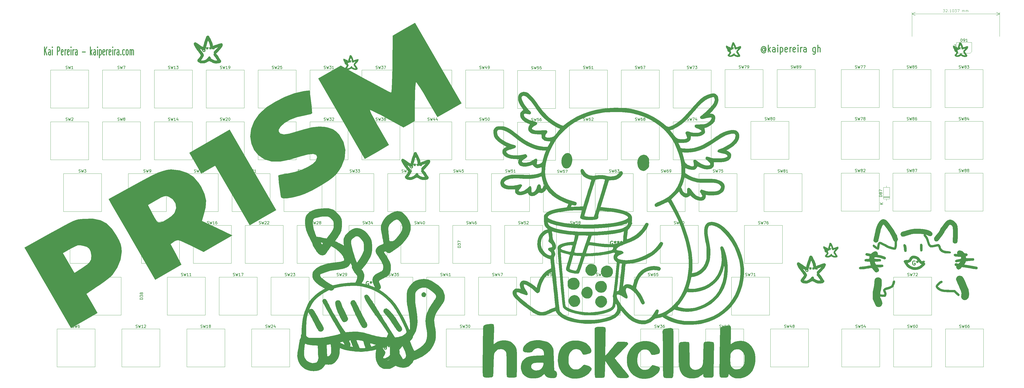
<source format=gbr>
%TF.GenerationSoftware,KiCad,Pcbnew,9.0.3-9.0.3-0~ubuntu24.04.1*%
%TF.CreationDate,2025-07-19T21:47:56-07:00*%
%TF.ProjectId,Keyboard,4b657962-6f61-4726-942e-6b696361645f,rev?*%
%TF.SameCoordinates,Original*%
%TF.FileFunction,Legend,Top*%
%TF.FilePolarity,Positive*%
%FSLAX46Y46*%
G04 Gerber Fmt 4.6, Leading zero omitted, Abs format (unit mm)*
G04 Created by KiCad (PCBNEW 9.0.3-9.0.3-0~ubuntu24.04.1) date 2025-07-19 21:47:56*
%MOMM*%
%LPD*%
G01*
G04 APERTURE LIST*
%ADD10C,0.300000*%
%ADD11C,0.375000*%
%ADD12C,0.100000*%
%ADD13C,0.150000*%
%ADD14C,0.000000*%
%ADD15C,0.120000*%
G04 APERTURE END LIST*
D10*
X244799153Y-21109846D02*
X244703915Y-20990798D01*
X244703915Y-20990798D02*
X244513439Y-20871751D01*
X244513439Y-20871751D02*
X244322963Y-20871751D01*
X244322963Y-20871751D02*
X244132487Y-20990798D01*
X244132487Y-20990798D02*
X244037248Y-21109846D01*
X244037248Y-21109846D02*
X243942010Y-21347941D01*
X243942010Y-21347941D02*
X243942010Y-21586036D01*
X243942010Y-21586036D02*
X244037248Y-21824132D01*
X244037248Y-21824132D02*
X244132487Y-21943179D01*
X244132487Y-21943179D02*
X244322963Y-22062227D01*
X244322963Y-22062227D02*
X244513439Y-22062227D01*
X244513439Y-22062227D02*
X244703915Y-21943179D01*
X244703915Y-21943179D02*
X244799153Y-21824132D01*
X244799153Y-20871751D02*
X244799153Y-21824132D01*
X244799153Y-21824132D02*
X244894391Y-21943179D01*
X244894391Y-21943179D02*
X244989629Y-21943179D01*
X244989629Y-21943179D02*
X245180106Y-21824132D01*
X245180106Y-21824132D02*
X245275344Y-21586036D01*
X245275344Y-21586036D02*
X245275344Y-20990798D01*
X245275344Y-20990798D02*
X245084868Y-20633655D01*
X245084868Y-20633655D02*
X244799153Y-20395560D01*
X244799153Y-20395560D02*
X244418201Y-20276513D01*
X244418201Y-20276513D02*
X244037248Y-20395560D01*
X244037248Y-20395560D02*
X243751534Y-20633655D01*
X243751534Y-20633655D02*
X243561058Y-20990798D01*
X243561058Y-20990798D02*
X243465820Y-21466989D01*
X243465820Y-21466989D02*
X243561058Y-21943179D01*
X243561058Y-21943179D02*
X243751534Y-22300322D01*
X243751534Y-22300322D02*
X244037248Y-22538417D01*
X244037248Y-22538417D02*
X244418201Y-22657465D01*
X244418201Y-22657465D02*
X244799153Y-22538417D01*
X244799153Y-22538417D02*
X245084868Y-22300322D01*
X246132487Y-22300322D02*
X246132487Y-19800322D01*
X246322963Y-21347941D02*
X246894392Y-22300322D01*
X246894392Y-20633655D02*
X246132487Y-21586036D01*
X248608678Y-22300322D02*
X248608678Y-20990798D01*
X248608678Y-20990798D02*
X248513440Y-20752703D01*
X248513440Y-20752703D02*
X248322964Y-20633655D01*
X248322964Y-20633655D02*
X247942011Y-20633655D01*
X247942011Y-20633655D02*
X247751535Y-20752703D01*
X248608678Y-22181275D02*
X248418202Y-22300322D01*
X248418202Y-22300322D02*
X247942011Y-22300322D01*
X247942011Y-22300322D02*
X247751535Y-22181275D01*
X247751535Y-22181275D02*
X247656297Y-21943179D01*
X247656297Y-21943179D02*
X247656297Y-21705084D01*
X247656297Y-21705084D02*
X247751535Y-21466989D01*
X247751535Y-21466989D02*
X247942011Y-21347941D01*
X247942011Y-21347941D02*
X248418202Y-21347941D01*
X248418202Y-21347941D02*
X248608678Y-21228894D01*
X249561059Y-22300322D02*
X249561059Y-20633655D01*
X249561059Y-19800322D02*
X249465821Y-19919370D01*
X249465821Y-19919370D02*
X249561059Y-20038417D01*
X249561059Y-20038417D02*
X249656297Y-19919370D01*
X249656297Y-19919370D02*
X249561059Y-19800322D01*
X249561059Y-19800322D02*
X249561059Y-20038417D01*
X250513440Y-20633655D02*
X250513440Y-23133655D01*
X250513440Y-20752703D02*
X250703916Y-20633655D01*
X250703916Y-20633655D02*
X251084869Y-20633655D01*
X251084869Y-20633655D02*
X251275345Y-20752703D01*
X251275345Y-20752703D02*
X251370583Y-20871751D01*
X251370583Y-20871751D02*
X251465821Y-21109846D01*
X251465821Y-21109846D02*
X251465821Y-21824132D01*
X251465821Y-21824132D02*
X251370583Y-22062227D01*
X251370583Y-22062227D02*
X251275345Y-22181275D01*
X251275345Y-22181275D02*
X251084869Y-22300322D01*
X251084869Y-22300322D02*
X250703916Y-22300322D01*
X250703916Y-22300322D02*
X250513440Y-22181275D01*
X253084869Y-22181275D02*
X252894393Y-22300322D01*
X252894393Y-22300322D02*
X252513440Y-22300322D01*
X252513440Y-22300322D02*
X252322964Y-22181275D01*
X252322964Y-22181275D02*
X252227726Y-21943179D01*
X252227726Y-21943179D02*
X252227726Y-20990798D01*
X252227726Y-20990798D02*
X252322964Y-20752703D01*
X252322964Y-20752703D02*
X252513440Y-20633655D01*
X252513440Y-20633655D02*
X252894393Y-20633655D01*
X252894393Y-20633655D02*
X253084869Y-20752703D01*
X253084869Y-20752703D02*
X253180107Y-20990798D01*
X253180107Y-20990798D02*
X253180107Y-21228894D01*
X253180107Y-21228894D02*
X252227726Y-21466989D01*
X254037250Y-22300322D02*
X254037250Y-20633655D01*
X254037250Y-21109846D02*
X254132488Y-20871751D01*
X254132488Y-20871751D02*
X254227726Y-20752703D01*
X254227726Y-20752703D02*
X254418202Y-20633655D01*
X254418202Y-20633655D02*
X254608679Y-20633655D01*
X256037250Y-22181275D02*
X255846774Y-22300322D01*
X255846774Y-22300322D02*
X255465821Y-22300322D01*
X255465821Y-22300322D02*
X255275345Y-22181275D01*
X255275345Y-22181275D02*
X255180107Y-21943179D01*
X255180107Y-21943179D02*
X255180107Y-20990798D01*
X255180107Y-20990798D02*
X255275345Y-20752703D01*
X255275345Y-20752703D02*
X255465821Y-20633655D01*
X255465821Y-20633655D02*
X255846774Y-20633655D01*
X255846774Y-20633655D02*
X256037250Y-20752703D01*
X256037250Y-20752703D02*
X256132488Y-20990798D01*
X256132488Y-20990798D02*
X256132488Y-21228894D01*
X256132488Y-21228894D02*
X255180107Y-21466989D01*
X256989631Y-22300322D02*
X256989631Y-20633655D01*
X256989631Y-19800322D02*
X256894393Y-19919370D01*
X256894393Y-19919370D02*
X256989631Y-20038417D01*
X256989631Y-20038417D02*
X257084869Y-19919370D01*
X257084869Y-19919370D02*
X256989631Y-19800322D01*
X256989631Y-19800322D02*
X256989631Y-20038417D01*
X257942012Y-22300322D02*
X257942012Y-20633655D01*
X257942012Y-21109846D02*
X258037250Y-20871751D01*
X258037250Y-20871751D02*
X258132488Y-20752703D01*
X258132488Y-20752703D02*
X258322964Y-20633655D01*
X258322964Y-20633655D02*
X258513441Y-20633655D01*
X260037250Y-22300322D02*
X260037250Y-20990798D01*
X260037250Y-20990798D02*
X259942012Y-20752703D01*
X259942012Y-20752703D02*
X259751536Y-20633655D01*
X259751536Y-20633655D02*
X259370583Y-20633655D01*
X259370583Y-20633655D02*
X259180107Y-20752703D01*
X260037250Y-22181275D02*
X259846774Y-22300322D01*
X259846774Y-22300322D02*
X259370583Y-22300322D01*
X259370583Y-22300322D02*
X259180107Y-22181275D01*
X259180107Y-22181275D02*
X259084869Y-21943179D01*
X259084869Y-21943179D02*
X259084869Y-21705084D01*
X259084869Y-21705084D02*
X259180107Y-21466989D01*
X259180107Y-21466989D02*
X259370583Y-21347941D01*
X259370583Y-21347941D02*
X259846774Y-21347941D01*
X259846774Y-21347941D02*
X260037250Y-21228894D01*
X263370584Y-20633655D02*
X263370584Y-22657465D01*
X263370584Y-22657465D02*
X263275346Y-22895560D01*
X263275346Y-22895560D02*
X263180108Y-23014608D01*
X263180108Y-23014608D02*
X262989631Y-23133655D01*
X262989631Y-23133655D02*
X262703917Y-23133655D01*
X262703917Y-23133655D02*
X262513441Y-23014608D01*
X263370584Y-22181275D02*
X263180108Y-22300322D01*
X263180108Y-22300322D02*
X262799155Y-22300322D01*
X262799155Y-22300322D02*
X262608679Y-22181275D01*
X262608679Y-22181275D02*
X262513441Y-22062227D01*
X262513441Y-22062227D02*
X262418203Y-21824132D01*
X262418203Y-21824132D02*
X262418203Y-21109846D01*
X262418203Y-21109846D02*
X262513441Y-20871751D01*
X262513441Y-20871751D02*
X262608679Y-20752703D01*
X262608679Y-20752703D02*
X262799155Y-20633655D01*
X262799155Y-20633655D02*
X263180108Y-20633655D01*
X263180108Y-20633655D02*
X263370584Y-20752703D01*
X264322965Y-22300322D02*
X264322965Y-19800322D01*
X265180108Y-22300322D02*
X265180108Y-20990798D01*
X265180108Y-20990798D02*
X265084870Y-20752703D01*
X265084870Y-20752703D02*
X264894394Y-20633655D01*
X264894394Y-20633655D02*
X264608679Y-20633655D01*
X264608679Y-20633655D02*
X264418203Y-20752703D01*
X264418203Y-20752703D02*
X264322965Y-20871751D01*
D11*
X-19636772Y-23425857D02*
X-19636772Y-20425857D01*
X-18779629Y-23425857D02*
X-19422486Y-21711571D01*
X-18779629Y-20425857D02*
X-19636772Y-22140142D01*
X-17493915Y-23425857D02*
X-17493915Y-21854428D01*
X-17493915Y-21854428D02*
X-17565343Y-21568714D01*
X-17565343Y-21568714D02*
X-17708200Y-21425857D01*
X-17708200Y-21425857D02*
X-17993915Y-21425857D01*
X-17993915Y-21425857D02*
X-18136772Y-21568714D01*
X-17493915Y-23283000D02*
X-17636772Y-23425857D01*
X-17636772Y-23425857D02*
X-17993915Y-23425857D01*
X-17993915Y-23425857D02*
X-18136772Y-23283000D01*
X-18136772Y-23283000D02*
X-18208200Y-22997285D01*
X-18208200Y-22997285D02*
X-18208200Y-22711571D01*
X-18208200Y-22711571D02*
X-18136772Y-22425857D01*
X-18136772Y-22425857D02*
X-17993915Y-22283000D01*
X-17993915Y-22283000D02*
X-17636772Y-22283000D01*
X-17636772Y-22283000D02*
X-17493915Y-22140142D01*
X-16779629Y-23425857D02*
X-16779629Y-21425857D01*
X-16779629Y-20425857D02*
X-16851057Y-20568714D01*
X-16851057Y-20568714D02*
X-16779629Y-20711571D01*
X-16779629Y-20711571D02*
X-16708200Y-20568714D01*
X-16708200Y-20568714D02*
X-16779629Y-20425857D01*
X-16779629Y-20425857D02*
X-16779629Y-20711571D01*
X-14922486Y-23425857D02*
X-14922486Y-20425857D01*
X-14922486Y-20425857D02*
X-14351057Y-20425857D01*
X-14351057Y-20425857D02*
X-14208200Y-20568714D01*
X-14208200Y-20568714D02*
X-14136771Y-20711571D01*
X-14136771Y-20711571D02*
X-14065343Y-20997285D01*
X-14065343Y-20997285D02*
X-14065343Y-21425857D01*
X-14065343Y-21425857D02*
X-14136771Y-21711571D01*
X-14136771Y-21711571D02*
X-14208200Y-21854428D01*
X-14208200Y-21854428D02*
X-14351057Y-21997285D01*
X-14351057Y-21997285D02*
X-14922486Y-21997285D01*
X-12851057Y-23283000D02*
X-12993914Y-23425857D01*
X-12993914Y-23425857D02*
X-13279629Y-23425857D01*
X-13279629Y-23425857D02*
X-13422486Y-23283000D01*
X-13422486Y-23283000D02*
X-13493914Y-22997285D01*
X-13493914Y-22997285D02*
X-13493914Y-21854428D01*
X-13493914Y-21854428D02*
X-13422486Y-21568714D01*
X-13422486Y-21568714D02*
X-13279629Y-21425857D01*
X-13279629Y-21425857D02*
X-12993914Y-21425857D01*
X-12993914Y-21425857D02*
X-12851057Y-21568714D01*
X-12851057Y-21568714D02*
X-12779629Y-21854428D01*
X-12779629Y-21854428D02*
X-12779629Y-22140142D01*
X-12779629Y-22140142D02*
X-13493914Y-22425857D01*
X-12136772Y-23425857D02*
X-12136772Y-21425857D01*
X-12136772Y-21997285D02*
X-12065343Y-21711571D01*
X-12065343Y-21711571D02*
X-11993915Y-21568714D01*
X-11993915Y-21568714D02*
X-11851057Y-21425857D01*
X-11851057Y-21425857D02*
X-11708200Y-21425857D01*
X-10636772Y-23283000D02*
X-10779629Y-23425857D01*
X-10779629Y-23425857D02*
X-11065344Y-23425857D01*
X-11065344Y-23425857D02*
X-11208201Y-23283000D01*
X-11208201Y-23283000D02*
X-11279629Y-22997285D01*
X-11279629Y-22997285D02*
X-11279629Y-21854428D01*
X-11279629Y-21854428D02*
X-11208201Y-21568714D01*
X-11208201Y-21568714D02*
X-11065344Y-21425857D01*
X-11065344Y-21425857D02*
X-10779629Y-21425857D01*
X-10779629Y-21425857D02*
X-10636772Y-21568714D01*
X-10636772Y-21568714D02*
X-10565344Y-21854428D01*
X-10565344Y-21854428D02*
X-10565344Y-22140142D01*
X-10565344Y-22140142D02*
X-11279629Y-22425857D01*
X-9922487Y-23425857D02*
X-9922487Y-21425857D01*
X-9922487Y-20425857D02*
X-9993915Y-20568714D01*
X-9993915Y-20568714D02*
X-9922487Y-20711571D01*
X-9922487Y-20711571D02*
X-9851058Y-20568714D01*
X-9851058Y-20568714D02*
X-9922487Y-20425857D01*
X-9922487Y-20425857D02*
X-9922487Y-20711571D01*
X-9208201Y-23425857D02*
X-9208201Y-21425857D01*
X-9208201Y-21997285D02*
X-9136772Y-21711571D01*
X-9136772Y-21711571D02*
X-9065344Y-21568714D01*
X-9065344Y-21568714D02*
X-8922486Y-21425857D01*
X-8922486Y-21425857D02*
X-8779629Y-21425857D01*
X-7636773Y-23425857D02*
X-7636773Y-21854428D01*
X-7636773Y-21854428D02*
X-7708201Y-21568714D01*
X-7708201Y-21568714D02*
X-7851058Y-21425857D01*
X-7851058Y-21425857D02*
X-8136773Y-21425857D01*
X-8136773Y-21425857D02*
X-8279630Y-21568714D01*
X-7636773Y-23283000D02*
X-7779630Y-23425857D01*
X-7779630Y-23425857D02*
X-8136773Y-23425857D01*
X-8136773Y-23425857D02*
X-8279630Y-23283000D01*
X-8279630Y-23283000D02*
X-8351058Y-22997285D01*
X-8351058Y-22997285D02*
X-8351058Y-22711571D01*
X-8351058Y-22711571D02*
X-8279630Y-22425857D01*
X-8279630Y-22425857D02*
X-8136773Y-22283000D01*
X-8136773Y-22283000D02*
X-7779630Y-22283000D01*
X-7779630Y-22283000D02*
X-7636773Y-22140142D01*
X-5779630Y-22283000D02*
X-4636773Y-22283000D01*
X-2779630Y-23425857D02*
X-2779630Y-20425857D01*
X-2636773Y-22283000D02*
X-2208201Y-23425857D01*
X-2208201Y-21425857D02*
X-2779630Y-22568714D01*
X-922487Y-23425857D02*
X-922487Y-21854428D01*
X-922487Y-21854428D02*
X-993915Y-21568714D01*
X-993915Y-21568714D02*
X-1136772Y-21425857D01*
X-1136772Y-21425857D02*
X-1422487Y-21425857D01*
X-1422487Y-21425857D02*
X-1565344Y-21568714D01*
X-922487Y-23283000D02*
X-1065344Y-23425857D01*
X-1065344Y-23425857D02*
X-1422487Y-23425857D01*
X-1422487Y-23425857D02*
X-1565344Y-23283000D01*
X-1565344Y-23283000D02*
X-1636772Y-22997285D01*
X-1636772Y-22997285D02*
X-1636772Y-22711571D01*
X-1636772Y-22711571D02*
X-1565344Y-22425857D01*
X-1565344Y-22425857D02*
X-1422487Y-22283000D01*
X-1422487Y-22283000D02*
X-1065344Y-22283000D01*
X-1065344Y-22283000D02*
X-922487Y-22140142D01*
X-208201Y-23425857D02*
X-208201Y-21425857D01*
X-208201Y-20425857D02*
X-279629Y-20568714D01*
X-279629Y-20568714D02*
X-208201Y-20711571D01*
X-208201Y-20711571D02*
X-136772Y-20568714D01*
X-136772Y-20568714D02*
X-208201Y-20425857D01*
X-208201Y-20425857D02*
X-208201Y-20711571D01*
X506084Y-21425857D02*
X506084Y-24425857D01*
X506084Y-21568714D02*
X648942Y-21425857D01*
X648942Y-21425857D02*
X934656Y-21425857D01*
X934656Y-21425857D02*
X1077513Y-21568714D01*
X1077513Y-21568714D02*
X1148942Y-21711571D01*
X1148942Y-21711571D02*
X1220370Y-21997285D01*
X1220370Y-21997285D02*
X1220370Y-22854428D01*
X1220370Y-22854428D02*
X1148942Y-23140142D01*
X1148942Y-23140142D02*
X1077513Y-23283000D01*
X1077513Y-23283000D02*
X934656Y-23425857D01*
X934656Y-23425857D02*
X648942Y-23425857D01*
X648942Y-23425857D02*
X506084Y-23283000D01*
X2434656Y-23283000D02*
X2291799Y-23425857D01*
X2291799Y-23425857D02*
X2006085Y-23425857D01*
X2006085Y-23425857D02*
X1863227Y-23283000D01*
X1863227Y-23283000D02*
X1791799Y-22997285D01*
X1791799Y-22997285D02*
X1791799Y-21854428D01*
X1791799Y-21854428D02*
X1863227Y-21568714D01*
X1863227Y-21568714D02*
X2006085Y-21425857D01*
X2006085Y-21425857D02*
X2291799Y-21425857D01*
X2291799Y-21425857D02*
X2434656Y-21568714D01*
X2434656Y-21568714D02*
X2506085Y-21854428D01*
X2506085Y-21854428D02*
X2506085Y-22140142D01*
X2506085Y-22140142D02*
X1791799Y-22425857D01*
X3148941Y-23425857D02*
X3148941Y-21425857D01*
X3148941Y-21997285D02*
X3220370Y-21711571D01*
X3220370Y-21711571D02*
X3291799Y-21568714D01*
X3291799Y-21568714D02*
X3434656Y-21425857D01*
X3434656Y-21425857D02*
X3577513Y-21425857D01*
X4648941Y-23283000D02*
X4506084Y-23425857D01*
X4506084Y-23425857D02*
X4220370Y-23425857D01*
X4220370Y-23425857D02*
X4077512Y-23283000D01*
X4077512Y-23283000D02*
X4006084Y-22997285D01*
X4006084Y-22997285D02*
X4006084Y-21854428D01*
X4006084Y-21854428D02*
X4077512Y-21568714D01*
X4077512Y-21568714D02*
X4220370Y-21425857D01*
X4220370Y-21425857D02*
X4506084Y-21425857D01*
X4506084Y-21425857D02*
X4648941Y-21568714D01*
X4648941Y-21568714D02*
X4720370Y-21854428D01*
X4720370Y-21854428D02*
X4720370Y-22140142D01*
X4720370Y-22140142D02*
X4006084Y-22425857D01*
X5363226Y-23425857D02*
X5363226Y-21425857D01*
X5363226Y-20425857D02*
X5291798Y-20568714D01*
X5291798Y-20568714D02*
X5363226Y-20711571D01*
X5363226Y-20711571D02*
X5434655Y-20568714D01*
X5434655Y-20568714D02*
X5363226Y-20425857D01*
X5363226Y-20425857D02*
X5363226Y-20711571D01*
X6077512Y-23425857D02*
X6077512Y-21425857D01*
X6077512Y-21997285D02*
X6148941Y-21711571D01*
X6148941Y-21711571D02*
X6220370Y-21568714D01*
X6220370Y-21568714D02*
X6363227Y-21425857D01*
X6363227Y-21425857D02*
X6506084Y-21425857D01*
X7648941Y-23425857D02*
X7648941Y-21854428D01*
X7648941Y-21854428D02*
X7577512Y-21568714D01*
X7577512Y-21568714D02*
X7434655Y-21425857D01*
X7434655Y-21425857D02*
X7148941Y-21425857D01*
X7148941Y-21425857D02*
X7006083Y-21568714D01*
X7648941Y-23283000D02*
X7506083Y-23425857D01*
X7506083Y-23425857D02*
X7148941Y-23425857D01*
X7148941Y-23425857D02*
X7006083Y-23283000D01*
X7006083Y-23283000D02*
X6934655Y-22997285D01*
X6934655Y-22997285D02*
X6934655Y-22711571D01*
X6934655Y-22711571D02*
X7006083Y-22425857D01*
X7006083Y-22425857D02*
X7148941Y-22283000D01*
X7148941Y-22283000D02*
X7506083Y-22283000D01*
X7506083Y-22283000D02*
X7648941Y-22140142D01*
X8363226Y-23140142D02*
X8434655Y-23283000D01*
X8434655Y-23283000D02*
X8363226Y-23425857D01*
X8363226Y-23425857D02*
X8291798Y-23283000D01*
X8291798Y-23283000D02*
X8363226Y-23140142D01*
X8363226Y-23140142D02*
X8363226Y-23425857D01*
X9720370Y-23283000D02*
X9577512Y-23425857D01*
X9577512Y-23425857D02*
X9291798Y-23425857D01*
X9291798Y-23425857D02*
X9148941Y-23283000D01*
X9148941Y-23283000D02*
X9077512Y-23140142D01*
X9077512Y-23140142D02*
X9006084Y-22854428D01*
X9006084Y-22854428D02*
X9006084Y-21997285D01*
X9006084Y-21997285D02*
X9077512Y-21711571D01*
X9077512Y-21711571D02*
X9148941Y-21568714D01*
X9148941Y-21568714D02*
X9291798Y-21425857D01*
X9291798Y-21425857D02*
X9577512Y-21425857D01*
X9577512Y-21425857D02*
X9720370Y-21568714D01*
X10577512Y-23425857D02*
X10434655Y-23283000D01*
X10434655Y-23283000D02*
X10363226Y-23140142D01*
X10363226Y-23140142D02*
X10291798Y-22854428D01*
X10291798Y-22854428D02*
X10291798Y-21997285D01*
X10291798Y-21997285D02*
X10363226Y-21711571D01*
X10363226Y-21711571D02*
X10434655Y-21568714D01*
X10434655Y-21568714D02*
X10577512Y-21425857D01*
X10577512Y-21425857D02*
X10791798Y-21425857D01*
X10791798Y-21425857D02*
X10934655Y-21568714D01*
X10934655Y-21568714D02*
X11006084Y-21711571D01*
X11006084Y-21711571D02*
X11077512Y-21997285D01*
X11077512Y-21997285D02*
X11077512Y-22854428D01*
X11077512Y-22854428D02*
X11006084Y-23140142D01*
X11006084Y-23140142D02*
X10934655Y-23283000D01*
X10934655Y-23283000D02*
X10791798Y-23425857D01*
X10791798Y-23425857D02*
X10577512Y-23425857D01*
X11720369Y-23425857D02*
X11720369Y-21425857D01*
X11720369Y-21711571D02*
X11791798Y-21568714D01*
X11791798Y-21568714D02*
X11934655Y-21425857D01*
X11934655Y-21425857D02*
X12148941Y-21425857D01*
X12148941Y-21425857D02*
X12291798Y-21568714D01*
X12291798Y-21568714D02*
X12363227Y-21854428D01*
X12363227Y-21854428D02*
X12363227Y-23425857D01*
X12363227Y-21854428D02*
X12434655Y-21568714D01*
X12434655Y-21568714D02*
X12577512Y-21425857D01*
X12577512Y-21425857D02*
X12791798Y-21425857D01*
X12791798Y-21425857D02*
X12934655Y-21568714D01*
X12934655Y-21568714D02*
X13006084Y-21854428D01*
X13006084Y-21854428D02*
X13006084Y-23425857D01*
D12*
X310275209Y-6607419D02*
X310894256Y-6607419D01*
X310894256Y-6607419D02*
X310560923Y-6988371D01*
X310560923Y-6988371D02*
X310703780Y-6988371D01*
X310703780Y-6988371D02*
X310799018Y-7035990D01*
X310799018Y-7035990D02*
X310846637Y-7083609D01*
X310846637Y-7083609D02*
X310894256Y-7178847D01*
X310894256Y-7178847D02*
X310894256Y-7416942D01*
X310894256Y-7416942D02*
X310846637Y-7512180D01*
X310846637Y-7512180D02*
X310799018Y-7559800D01*
X310799018Y-7559800D02*
X310703780Y-7607419D01*
X310703780Y-7607419D02*
X310418066Y-7607419D01*
X310418066Y-7607419D02*
X310322828Y-7559800D01*
X310322828Y-7559800D02*
X310275209Y-7512180D01*
X311275209Y-6702657D02*
X311322828Y-6655038D01*
X311322828Y-6655038D02*
X311418066Y-6607419D01*
X311418066Y-6607419D02*
X311656161Y-6607419D01*
X311656161Y-6607419D02*
X311751399Y-6655038D01*
X311751399Y-6655038D02*
X311799018Y-6702657D01*
X311799018Y-6702657D02*
X311846637Y-6797895D01*
X311846637Y-6797895D02*
X311846637Y-6893133D01*
X311846637Y-6893133D02*
X311799018Y-7035990D01*
X311799018Y-7035990D02*
X311227590Y-7607419D01*
X311227590Y-7607419D02*
X311846637Y-7607419D01*
X312275209Y-7512180D02*
X312322828Y-7559800D01*
X312322828Y-7559800D02*
X312275209Y-7607419D01*
X312275209Y-7607419D02*
X312227590Y-7559800D01*
X312227590Y-7559800D02*
X312275209Y-7512180D01*
X312275209Y-7512180D02*
X312275209Y-7607419D01*
X313275208Y-7607419D02*
X312703780Y-7607419D01*
X312989494Y-7607419D02*
X312989494Y-6607419D01*
X312989494Y-6607419D02*
X312894256Y-6750276D01*
X312894256Y-6750276D02*
X312799018Y-6845514D01*
X312799018Y-6845514D02*
X312703780Y-6893133D01*
X313894256Y-6607419D02*
X313989494Y-6607419D01*
X313989494Y-6607419D02*
X314084732Y-6655038D01*
X314084732Y-6655038D02*
X314132351Y-6702657D01*
X314132351Y-6702657D02*
X314179970Y-6797895D01*
X314179970Y-6797895D02*
X314227589Y-6988371D01*
X314227589Y-6988371D02*
X314227589Y-7226466D01*
X314227589Y-7226466D02*
X314179970Y-7416942D01*
X314179970Y-7416942D02*
X314132351Y-7512180D01*
X314132351Y-7512180D02*
X314084732Y-7559800D01*
X314084732Y-7559800D02*
X313989494Y-7607419D01*
X313989494Y-7607419D02*
X313894256Y-7607419D01*
X313894256Y-7607419D02*
X313799018Y-7559800D01*
X313799018Y-7559800D02*
X313751399Y-7512180D01*
X313751399Y-7512180D02*
X313703780Y-7416942D01*
X313703780Y-7416942D02*
X313656161Y-7226466D01*
X313656161Y-7226466D02*
X313656161Y-6988371D01*
X313656161Y-6988371D02*
X313703780Y-6797895D01*
X313703780Y-6797895D02*
X313751399Y-6702657D01*
X313751399Y-6702657D02*
X313799018Y-6655038D01*
X313799018Y-6655038D02*
X313894256Y-6607419D01*
X314560923Y-6607419D02*
X315179970Y-6607419D01*
X315179970Y-6607419D02*
X314846637Y-6988371D01*
X314846637Y-6988371D02*
X314989494Y-6988371D01*
X314989494Y-6988371D02*
X315084732Y-7035990D01*
X315084732Y-7035990D02*
X315132351Y-7083609D01*
X315132351Y-7083609D02*
X315179970Y-7178847D01*
X315179970Y-7178847D02*
X315179970Y-7416942D01*
X315179970Y-7416942D02*
X315132351Y-7512180D01*
X315132351Y-7512180D02*
X315084732Y-7559800D01*
X315084732Y-7559800D02*
X314989494Y-7607419D01*
X314989494Y-7607419D02*
X314703780Y-7607419D01*
X314703780Y-7607419D02*
X314608542Y-7559800D01*
X314608542Y-7559800D02*
X314560923Y-7512180D01*
X315513304Y-6607419D02*
X316179970Y-6607419D01*
X316179970Y-6607419D02*
X315751399Y-7607419D01*
X317322828Y-7607419D02*
X317322828Y-6940752D01*
X317322828Y-7035990D02*
X317370447Y-6988371D01*
X317370447Y-6988371D02*
X317465685Y-6940752D01*
X317465685Y-6940752D02*
X317608542Y-6940752D01*
X317608542Y-6940752D02*
X317703780Y-6988371D01*
X317703780Y-6988371D02*
X317751399Y-7083609D01*
X317751399Y-7083609D02*
X317751399Y-7607419D01*
X317751399Y-7083609D02*
X317799018Y-6988371D01*
X317799018Y-6988371D02*
X317894256Y-6940752D01*
X317894256Y-6940752D02*
X318037113Y-6940752D01*
X318037113Y-6940752D02*
X318132352Y-6988371D01*
X318132352Y-6988371D02*
X318179971Y-7083609D01*
X318179971Y-7083609D02*
X318179971Y-7607419D01*
X318656161Y-7607419D02*
X318656161Y-6940752D01*
X318656161Y-7035990D02*
X318703780Y-6988371D01*
X318703780Y-6988371D02*
X318799018Y-6940752D01*
X318799018Y-6940752D02*
X318941875Y-6940752D01*
X318941875Y-6940752D02*
X319037113Y-6988371D01*
X319037113Y-6988371D02*
X319084732Y-7083609D01*
X319084732Y-7083609D02*
X319084732Y-7607419D01*
X319084732Y-7083609D02*
X319132351Y-6988371D01*
X319132351Y-6988371D02*
X319227589Y-6940752D01*
X319227589Y-6940752D02*
X319370446Y-6940752D01*
X319370446Y-6940752D02*
X319465685Y-6988371D01*
X319465685Y-6988371D02*
X319513304Y-7083609D01*
X319513304Y-7083609D02*
X319513304Y-7607419D01*
X330993750Y-16537500D02*
X330993750Y-7663580D01*
X298890000Y-7663580D02*
X298890000Y-16537500D01*
X330993750Y-8250000D02*
X298890000Y-8250000D01*
X330993750Y-8250000D02*
X329867246Y-8836421D01*
X330993750Y-8250000D02*
X329867246Y-7663579D01*
X298890000Y-8250000D02*
X300016504Y-7663579D01*
X298890000Y-8250000D02*
X300016504Y-8836421D01*
D10*
X51730488Y-67760984D02*
X51571056Y-67770554D01*
X51571056Y-67770554D02*
X51385479Y-67877697D01*
X51385479Y-67877697D02*
X51235616Y-68046698D01*
X51235616Y-68046698D02*
X51183327Y-68241845D01*
X51183327Y-68241845D02*
X51192897Y-68401277D01*
X51192897Y-68401277D02*
X51273895Y-68684427D01*
X51273895Y-68684427D02*
X51381038Y-68870004D01*
X51381038Y-68870004D02*
X51585754Y-69081726D01*
X51585754Y-69081726D02*
X51719041Y-69169729D01*
X51719041Y-69169729D02*
X51914188Y-69222019D01*
X51914188Y-69222019D02*
X52135479Y-69176735D01*
X52135479Y-69176735D02*
X52259197Y-69105306D01*
X52259197Y-69105306D02*
X52409059Y-68936304D01*
X52409059Y-68936304D02*
X52435204Y-68838731D01*
X52435204Y-68838731D02*
X52185204Y-68405718D01*
X52185204Y-68405718D02*
X51937768Y-68548575D01*
X52498940Y-67234839D02*
X52677512Y-67544134D01*
X52296788Y-67598988D02*
X52677512Y-67544134D01*
X52677512Y-67544134D02*
X52915378Y-67241845D01*
X52634792Y-67898713D02*
X52677512Y-67544134D01*
X52677512Y-67544134D02*
X53005946Y-67684427D01*
X53488683Y-66663411D02*
X53667255Y-66972706D01*
X53286531Y-67027559D02*
X53667255Y-66972706D01*
X53667255Y-66972706D02*
X53905121Y-66670416D01*
X53624535Y-67327284D02*
X53667255Y-66972706D01*
X53667255Y-66972706D02*
X53995689Y-67112999D01*
X54478427Y-66091982D02*
X54656998Y-66401277D01*
X54276275Y-66456131D02*
X54656998Y-66401277D01*
X54656998Y-66401277D02*
X54894864Y-66098988D01*
X54614278Y-66755856D02*
X54656998Y-66401277D01*
X54656998Y-66401277D02*
X54985432Y-66541570D01*
D13*
X121062976Y-47460700D02*
X121205833Y-47508319D01*
X121205833Y-47508319D02*
X121443928Y-47508319D01*
X121443928Y-47508319D02*
X121539166Y-47460700D01*
X121539166Y-47460700D02*
X121586785Y-47413080D01*
X121586785Y-47413080D02*
X121634404Y-47317842D01*
X121634404Y-47317842D02*
X121634404Y-47222604D01*
X121634404Y-47222604D02*
X121586785Y-47127366D01*
X121586785Y-47127366D02*
X121539166Y-47079747D01*
X121539166Y-47079747D02*
X121443928Y-47032128D01*
X121443928Y-47032128D02*
X121253452Y-46984509D01*
X121253452Y-46984509D02*
X121158214Y-46936890D01*
X121158214Y-46936890D02*
X121110595Y-46889271D01*
X121110595Y-46889271D02*
X121062976Y-46794033D01*
X121062976Y-46794033D02*
X121062976Y-46698795D01*
X121062976Y-46698795D02*
X121110595Y-46603557D01*
X121110595Y-46603557D02*
X121158214Y-46555938D01*
X121158214Y-46555938D02*
X121253452Y-46508319D01*
X121253452Y-46508319D02*
X121491547Y-46508319D01*
X121491547Y-46508319D02*
X121634404Y-46555938D01*
X121967738Y-46508319D02*
X122205833Y-47508319D01*
X122205833Y-47508319D02*
X122396309Y-46794033D01*
X122396309Y-46794033D02*
X122586785Y-47508319D01*
X122586785Y-47508319D02*
X122824881Y-46508319D01*
X123634404Y-46841652D02*
X123634404Y-47508319D01*
X123396309Y-46460700D02*
X123158214Y-47174985D01*
X123158214Y-47174985D02*
X123777261Y-47174985D01*
X124586785Y-46841652D02*
X124586785Y-47508319D01*
X124348690Y-46460700D02*
X124110595Y-47174985D01*
X124110595Y-47174985D02*
X124729642Y-47174985D01*
D10*
X232041072Y-20681007D02*
X231898215Y-20609578D01*
X231898215Y-20609578D02*
X231683929Y-20609578D01*
X231683929Y-20609578D02*
X231469643Y-20681007D01*
X231469643Y-20681007D02*
X231326786Y-20823864D01*
X231326786Y-20823864D02*
X231255357Y-20966721D01*
X231255357Y-20966721D02*
X231183929Y-21252435D01*
X231183929Y-21252435D02*
X231183929Y-21466721D01*
X231183929Y-21466721D02*
X231255357Y-21752435D01*
X231255357Y-21752435D02*
X231326786Y-21895292D01*
X231326786Y-21895292D02*
X231469643Y-22038150D01*
X231469643Y-22038150D02*
X231683929Y-22109578D01*
X231683929Y-22109578D02*
X231826786Y-22109578D01*
X231826786Y-22109578D02*
X232041072Y-22038150D01*
X232041072Y-22038150D02*
X232112500Y-21966721D01*
X232112500Y-21966721D02*
X232112500Y-21466721D01*
X232112500Y-21466721D02*
X231826786Y-21466721D01*
X232969643Y-20609578D02*
X232969643Y-20966721D01*
X232612500Y-20823864D02*
X232969643Y-20966721D01*
X232969643Y-20966721D02*
X233326786Y-20823864D01*
X232755357Y-21252435D02*
X232969643Y-20966721D01*
X232969643Y-20966721D02*
X233183929Y-21252435D01*
X234112500Y-20609578D02*
X234112500Y-20966721D01*
X233755357Y-20823864D02*
X234112500Y-20966721D01*
X234112500Y-20966721D02*
X234469643Y-20823864D01*
X233898214Y-21252435D02*
X234112500Y-20966721D01*
X234112500Y-20966721D02*
X234326786Y-21252435D01*
X235255357Y-20609578D02*
X235255357Y-20966721D01*
X234898214Y-20823864D02*
X235255357Y-20966721D01*
X235255357Y-20966721D02*
X235612500Y-20823864D01*
X235041071Y-21252435D02*
X235255357Y-20966721D01*
X235255357Y-20966721D02*
X235469643Y-21252435D01*
D13*
X159162976Y-47619450D02*
X159305833Y-47667069D01*
X159305833Y-47667069D02*
X159543928Y-47667069D01*
X159543928Y-47667069D02*
X159639166Y-47619450D01*
X159639166Y-47619450D02*
X159686785Y-47571830D01*
X159686785Y-47571830D02*
X159734404Y-47476592D01*
X159734404Y-47476592D02*
X159734404Y-47381354D01*
X159734404Y-47381354D02*
X159686785Y-47286116D01*
X159686785Y-47286116D02*
X159639166Y-47238497D01*
X159639166Y-47238497D02*
X159543928Y-47190878D01*
X159543928Y-47190878D02*
X159353452Y-47143259D01*
X159353452Y-47143259D02*
X159258214Y-47095640D01*
X159258214Y-47095640D02*
X159210595Y-47048021D01*
X159210595Y-47048021D02*
X159162976Y-46952783D01*
X159162976Y-46952783D02*
X159162976Y-46857545D01*
X159162976Y-46857545D02*
X159210595Y-46762307D01*
X159210595Y-46762307D02*
X159258214Y-46714688D01*
X159258214Y-46714688D02*
X159353452Y-46667069D01*
X159353452Y-46667069D02*
X159591547Y-46667069D01*
X159591547Y-46667069D02*
X159734404Y-46714688D01*
X160067738Y-46667069D02*
X160305833Y-47667069D01*
X160305833Y-47667069D02*
X160496309Y-46952783D01*
X160496309Y-46952783D02*
X160686785Y-47667069D01*
X160686785Y-47667069D02*
X160924881Y-46667069D01*
X161782023Y-46667069D02*
X161305833Y-46667069D01*
X161305833Y-46667069D02*
X161258214Y-47143259D01*
X161258214Y-47143259D02*
X161305833Y-47095640D01*
X161305833Y-47095640D02*
X161401071Y-47048021D01*
X161401071Y-47048021D02*
X161639166Y-47048021D01*
X161639166Y-47048021D02*
X161734404Y-47095640D01*
X161734404Y-47095640D02*
X161782023Y-47143259D01*
X161782023Y-47143259D02*
X161829642Y-47238497D01*
X161829642Y-47238497D02*
X161829642Y-47476592D01*
X161829642Y-47476592D02*
X161782023Y-47571830D01*
X161782023Y-47571830D02*
X161734404Y-47619450D01*
X161734404Y-47619450D02*
X161639166Y-47667069D01*
X161639166Y-47667069D02*
X161401071Y-47667069D01*
X161401071Y-47667069D02*
X161305833Y-47619450D01*
X161305833Y-47619450D02*
X161258214Y-47571830D01*
X162686785Y-46667069D02*
X162496309Y-46667069D01*
X162496309Y-46667069D02*
X162401071Y-46714688D01*
X162401071Y-46714688D02*
X162353452Y-46762307D01*
X162353452Y-46762307D02*
X162258214Y-46905164D01*
X162258214Y-46905164D02*
X162210595Y-47095640D01*
X162210595Y-47095640D02*
X162210595Y-47476592D01*
X162210595Y-47476592D02*
X162258214Y-47571830D01*
X162258214Y-47571830D02*
X162305833Y-47619450D01*
X162305833Y-47619450D02*
X162401071Y-47667069D01*
X162401071Y-47667069D02*
X162591547Y-47667069D01*
X162591547Y-47667069D02*
X162686785Y-47619450D01*
X162686785Y-47619450D02*
X162734404Y-47571830D01*
X162734404Y-47571830D02*
X162782023Y-47476592D01*
X162782023Y-47476592D02*
X162782023Y-47238497D01*
X162782023Y-47238497D02*
X162734404Y-47143259D01*
X162734404Y-47143259D02*
X162686785Y-47095640D01*
X162686785Y-47095640D02*
X162591547Y-47048021D01*
X162591547Y-47048021D02*
X162401071Y-47048021D01*
X162401071Y-47048021D02*
X162305833Y-47095640D01*
X162305833Y-47095640D02*
X162258214Y-47143259D01*
X162258214Y-47143259D02*
X162210595Y-47238497D01*
X116300476Y-85560700D02*
X116443333Y-85608319D01*
X116443333Y-85608319D02*
X116681428Y-85608319D01*
X116681428Y-85608319D02*
X116776666Y-85560700D01*
X116776666Y-85560700D02*
X116824285Y-85513080D01*
X116824285Y-85513080D02*
X116871904Y-85417842D01*
X116871904Y-85417842D02*
X116871904Y-85322604D01*
X116871904Y-85322604D02*
X116824285Y-85227366D01*
X116824285Y-85227366D02*
X116776666Y-85179747D01*
X116776666Y-85179747D02*
X116681428Y-85132128D01*
X116681428Y-85132128D02*
X116490952Y-85084509D01*
X116490952Y-85084509D02*
X116395714Y-85036890D01*
X116395714Y-85036890D02*
X116348095Y-84989271D01*
X116348095Y-84989271D02*
X116300476Y-84894033D01*
X116300476Y-84894033D02*
X116300476Y-84798795D01*
X116300476Y-84798795D02*
X116348095Y-84703557D01*
X116348095Y-84703557D02*
X116395714Y-84655938D01*
X116395714Y-84655938D02*
X116490952Y-84608319D01*
X116490952Y-84608319D02*
X116729047Y-84608319D01*
X116729047Y-84608319D02*
X116871904Y-84655938D01*
X117205238Y-84608319D02*
X117443333Y-85608319D01*
X117443333Y-85608319D02*
X117633809Y-84894033D01*
X117633809Y-84894033D02*
X117824285Y-85608319D01*
X117824285Y-85608319D02*
X118062381Y-84608319D01*
X118871904Y-84941652D02*
X118871904Y-85608319D01*
X118633809Y-84560700D02*
X118395714Y-85274985D01*
X118395714Y-85274985D02*
X119014761Y-85274985D01*
X119586190Y-84608319D02*
X119681428Y-84608319D01*
X119681428Y-84608319D02*
X119776666Y-84655938D01*
X119776666Y-84655938D02*
X119824285Y-84703557D01*
X119824285Y-84703557D02*
X119871904Y-84798795D01*
X119871904Y-84798795D02*
X119919523Y-84989271D01*
X119919523Y-84989271D02*
X119919523Y-85227366D01*
X119919523Y-85227366D02*
X119871904Y-85417842D01*
X119871904Y-85417842D02*
X119824285Y-85513080D01*
X119824285Y-85513080D02*
X119776666Y-85560700D01*
X119776666Y-85560700D02*
X119681428Y-85608319D01*
X119681428Y-85608319D02*
X119586190Y-85608319D01*
X119586190Y-85608319D02*
X119490952Y-85560700D01*
X119490952Y-85560700D02*
X119443333Y-85513080D01*
X119443333Y-85513080D02*
X119395714Y-85417842D01*
X119395714Y-85417842D02*
X119348095Y-85227366D01*
X119348095Y-85227366D02*
X119348095Y-84989271D01*
X119348095Y-84989271D02*
X119395714Y-84798795D01*
X119395714Y-84798795D02*
X119443333Y-84703557D01*
X119443333Y-84703557D02*
X119490952Y-84655938D01*
X119490952Y-84655938D02*
X119586190Y-84608319D01*
X187737976Y-66510700D02*
X187880833Y-66558319D01*
X187880833Y-66558319D02*
X188118928Y-66558319D01*
X188118928Y-66558319D02*
X188214166Y-66510700D01*
X188214166Y-66510700D02*
X188261785Y-66463080D01*
X188261785Y-66463080D02*
X188309404Y-66367842D01*
X188309404Y-66367842D02*
X188309404Y-66272604D01*
X188309404Y-66272604D02*
X188261785Y-66177366D01*
X188261785Y-66177366D02*
X188214166Y-66129747D01*
X188214166Y-66129747D02*
X188118928Y-66082128D01*
X188118928Y-66082128D02*
X187928452Y-66034509D01*
X187928452Y-66034509D02*
X187833214Y-65986890D01*
X187833214Y-65986890D02*
X187785595Y-65939271D01*
X187785595Y-65939271D02*
X187737976Y-65844033D01*
X187737976Y-65844033D02*
X187737976Y-65748795D01*
X187737976Y-65748795D02*
X187785595Y-65653557D01*
X187785595Y-65653557D02*
X187833214Y-65605938D01*
X187833214Y-65605938D02*
X187928452Y-65558319D01*
X187928452Y-65558319D02*
X188166547Y-65558319D01*
X188166547Y-65558319D02*
X188309404Y-65605938D01*
X188642738Y-65558319D02*
X188880833Y-66558319D01*
X188880833Y-66558319D02*
X189071309Y-65844033D01*
X189071309Y-65844033D02*
X189261785Y-66558319D01*
X189261785Y-66558319D02*
X189499881Y-65558319D01*
X190309404Y-65558319D02*
X190118928Y-65558319D01*
X190118928Y-65558319D02*
X190023690Y-65605938D01*
X190023690Y-65605938D02*
X189976071Y-65653557D01*
X189976071Y-65653557D02*
X189880833Y-65796414D01*
X189880833Y-65796414D02*
X189833214Y-65986890D01*
X189833214Y-65986890D02*
X189833214Y-66367842D01*
X189833214Y-66367842D02*
X189880833Y-66463080D01*
X189880833Y-66463080D02*
X189928452Y-66510700D01*
X189928452Y-66510700D02*
X190023690Y-66558319D01*
X190023690Y-66558319D02*
X190214166Y-66558319D01*
X190214166Y-66558319D02*
X190309404Y-66510700D01*
X190309404Y-66510700D02*
X190357023Y-66463080D01*
X190357023Y-66463080D02*
X190404642Y-66367842D01*
X190404642Y-66367842D02*
X190404642Y-66129747D01*
X190404642Y-66129747D02*
X190357023Y-66034509D01*
X190357023Y-66034509D02*
X190309404Y-65986890D01*
X190309404Y-65986890D02*
X190214166Y-65939271D01*
X190214166Y-65939271D02*
X190023690Y-65939271D01*
X190023690Y-65939271D02*
X189928452Y-65986890D01*
X189928452Y-65986890D02*
X189880833Y-66034509D01*
X189880833Y-66034509D02*
X189833214Y-66129747D01*
X190737976Y-65558319D02*
X191357023Y-65558319D01*
X191357023Y-65558319D02*
X191023690Y-65939271D01*
X191023690Y-65939271D02*
X191166547Y-65939271D01*
X191166547Y-65939271D02*
X191261785Y-65986890D01*
X191261785Y-65986890D02*
X191309404Y-66034509D01*
X191309404Y-66034509D02*
X191357023Y-66129747D01*
X191357023Y-66129747D02*
X191357023Y-66367842D01*
X191357023Y-66367842D02*
X191309404Y-66463080D01*
X191309404Y-66463080D02*
X191261785Y-66510700D01*
X191261785Y-66510700D02*
X191166547Y-66558319D01*
X191166547Y-66558319D02*
X190880833Y-66558319D01*
X190880833Y-66558319D02*
X190785595Y-66510700D01*
X190785595Y-66510700D02*
X190737976Y-66463080D01*
X30575476Y-104610700D02*
X30718333Y-104658319D01*
X30718333Y-104658319D02*
X30956428Y-104658319D01*
X30956428Y-104658319D02*
X31051666Y-104610700D01*
X31051666Y-104610700D02*
X31099285Y-104563080D01*
X31099285Y-104563080D02*
X31146904Y-104467842D01*
X31146904Y-104467842D02*
X31146904Y-104372604D01*
X31146904Y-104372604D02*
X31099285Y-104277366D01*
X31099285Y-104277366D02*
X31051666Y-104229747D01*
X31051666Y-104229747D02*
X30956428Y-104182128D01*
X30956428Y-104182128D02*
X30765952Y-104134509D01*
X30765952Y-104134509D02*
X30670714Y-104086890D01*
X30670714Y-104086890D02*
X30623095Y-104039271D01*
X30623095Y-104039271D02*
X30575476Y-103944033D01*
X30575476Y-103944033D02*
X30575476Y-103848795D01*
X30575476Y-103848795D02*
X30623095Y-103753557D01*
X30623095Y-103753557D02*
X30670714Y-103705938D01*
X30670714Y-103705938D02*
X30765952Y-103658319D01*
X30765952Y-103658319D02*
X31004047Y-103658319D01*
X31004047Y-103658319D02*
X31146904Y-103705938D01*
X31480238Y-103658319D02*
X31718333Y-104658319D01*
X31718333Y-104658319D02*
X31908809Y-103944033D01*
X31908809Y-103944033D02*
X32099285Y-104658319D01*
X32099285Y-104658319D02*
X32337381Y-103658319D01*
X33242142Y-104658319D02*
X32670714Y-104658319D01*
X32956428Y-104658319D02*
X32956428Y-103658319D01*
X32956428Y-103658319D02*
X32861190Y-103801176D01*
X32861190Y-103801176D02*
X32765952Y-103896414D01*
X32765952Y-103896414D02*
X32670714Y-103944033D01*
X34194523Y-104658319D02*
X33623095Y-104658319D01*
X33908809Y-104658319D02*
X33908809Y-103658319D01*
X33908809Y-103658319D02*
X33813571Y-103801176D01*
X33813571Y-103801176D02*
X33718333Y-103896414D01*
X33718333Y-103896414D02*
X33623095Y-103944033D01*
X297037351Y-28251950D02*
X297180208Y-28299569D01*
X297180208Y-28299569D02*
X297418303Y-28299569D01*
X297418303Y-28299569D02*
X297513541Y-28251950D01*
X297513541Y-28251950D02*
X297561160Y-28204330D01*
X297561160Y-28204330D02*
X297608779Y-28109092D01*
X297608779Y-28109092D02*
X297608779Y-28013854D01*
X297608779Y-28013854D02*
X297561160Y-27918616D01*
X297561160Y-27918616D02*
X297513541Y-27870997D01*
X297513541Y-27870997D02*
X297418303Y-27823378D01*
X297418303Y-27823378D02*
X297227827Y-27775759D01*
X297227827Y-27775759D02*
X297132589Y-27728140D01*
X297132589Y-27728140D02*
X297084970Y-27680521D01*
X297084970Y-27680521D02*
X297037351Y-27585283D01*
X297037351Y-27585283D02*
X297037351Y-27490045D01*
X297037351Y-27490045D02*
X297084970Y-27394807D01*
X297084970Y-27394807D02*
X297132589Y-27347188D01*
X297132589Y-27347188D02*
X297227827Y-27299569D01*
X297227827Y-27299569D02*
X297465922Y-27299569D01*
X297465922Y-27299569D02*
X297608779Y-27347188D01*
X297942113Y-27299569D02*
X298180208Y-28299569D01*
X298180208Y-28299569D02*
X298370684Y-27585283D01*
X298370684Y-27585283D02*
X298561160Y-28299569D01*
X298561160Y-28299569D02*
X298799256Y-27299569D01*
X299323065Y-27728140D02*
X299227827Y-27680521D01*
X299227827Y-27680521D02*
X299180208Y-27632902D01*
X299180208Y-27632902D02*
X299132589Y-27537664D01*
X299132589Y-27537664D02*
X299132589Y-27490045D01*
X299132589Y-27490045D02*
X299180208Y-27394807D01*
X299180208Y-27394807D02*
X299227827Y-27347188D01*
X299227827Y-27347188D02*
X299323065Y-27299569D01*
X299323065Y-27299569D02*
X299513541Y-27299569D01*
X299513541Y-27299569D02*
X299608779Y-27347188D01*
X299608779Y-27347188D02*
X299656398Y-27394807D01*
X299656398Y-27394807D02*
X299704017Y-27490045D01*
X299704017Y-27490045D02*
X299704017Y-27537664D01*
X299704017Y-27537664D02*
X299656398Y-27632902D01*
X299656398Y-27632902D02*
X299608779Y-27680521D01*
X299608779Y-27680521D02*
X299513541Y-27728140D01*
X299513541Y-27728140D02*
X299323065Y-27728140D01*
X299323065Y-27728140D02*
X299227827Y-27775759D01*
X299227827Y-27775759D02*
X299180208Y-27823378D01*
X299180208Y-27823378D02*
X299132589Y-27918616D01*
X299132589Y-27918616D02*
X299132589Y-28109092D01*
X299132589Y-28109092D02*
X299180208Y-28204330D01*
X299180208Y-28204330D02*
X299227827Y-28251950D01*
X299227827Y-28251950D02*
X299323065Y-28299569D01*
X299323065Y-28299569D02*
X299513541Y-28299569D01*
X299513541Y-28299569D02*
X299608779Y-28251950D01*
X299608779Y-28251950D02*
X299656398Y-28204330D01*
X299656398Y-28204330D02*
X299704017Y-28109092D01*
X299704017Y-28109092D02*
X299704017Y-27918616D01*
X299704017Y-27918616D02*
X299656398Y-27823378D01*
X299656398Y-27823378D02*
X299608779Y-27775759D01*
X299608779Y-27775759D02*
X299513541Y-27728140D01*
X300608779Y-27299569D02*
X300132589Y-27299569D01*
X300132589Y-27299569D02*
X300084970Y-27775759D01*
X300084970Y-27775759D02*
X300132589Y-27728140D01*
X300132589Y-27728140D02*
X300227827Y-27680521D01*
X300227827Y-27680521D02*
X300465922Y-27680521D01*
X300465922Y-27680521D02*
X300561160Y-27728140D01*
X300561160Y-27728140D02*
X300608779Y-27775759D01*
X300608779Y-27775759D02*
X300656398Y-27870997D01*
X300656398Y-27870997D02*
X300656398Y-28109092D01*
X300656398Y-28109092D02*
X300608779Y-28204330D01*
X300608779Y-28204330D02*
X300561160Y-28251950D01*
X300561160Y-28251950D02*
X300465922Y-28299569D01*
X300465922Y-28299569D02*
X300227827Y-28299569D01*
X300227827Y-28299569D02*
X300132589Y-28251950D01*
X300132589Y-28251950D02*
X300084970Y-28204330D01*
X97250476Y-85560700D02*
X97393333Y-85608319D01*
X97393333Y-85608319D02*
X97631428Y-85608319D01*
X97631428Y-85608319D02*
X97726666Y-85560700D01*
X97726666Y-85560700D02*
X97774285Y-85513080D01*
X97774285Y-85513080D02*
X97821904Y-85417842D01*
X97821904Y-85417842D02*
X97821904Y-85322604D01*
X97821904Y-85322604D02*
X97774285Y-85227366D01*
X97774285Y-85227366D02*
X97726666Y-85179747D01*
X97726666Y-85179747D02*
X97631428Y-85132128D01*
X97631428Y-85132128D02*
X97440952Y-85084509D01*
X97440952Y-85084509D02*
X97345714Y-85036890D01*
X97345714Y-85036890D02*
X97298095Y-84989271D01*
X97298095Y-84989271D02*
X97250476Y-84894033D01*
X97250476Y-84894033D02*
X97250476Y-84798795D01*
X97250476Y-84798795D02*
X97298095Y-84703557D01*
X97298095Y-84703557D02*
X97345714Y-84655938D01*
X97345714Y-84655938D02*
X97440952Y-84608319D01*
X97440952Y-84608319D02*
X97679047Y-84608319D01*
X97679047Y-84608319D02*
X97821904Y-84655938D01*
X98155238Y-84608319D02*
X98393333Y-85608319D01*
X98393333Y-85608319D02*
X98583809Y-84894033D01*
X98583809Y-84894033D02*
X98774285Y-85608319D01*
X98774285Y-85608319D02*
X99012381Y-84608319D01*
X99298095Y-84608319D02*
X99917142Y-84608319D01*
X99917142Y-84608319D02*
X99583809Y-84989271D01*
X99583809Y-84989271D02*
X99726666Y-84989271D01*
X99726666Y-84989271D02*
X99821904Y-85036890D01*
X99821904Y-85036890D02*
X99869523Y-85084509D01*
X99869523Y-85084509D02*
X99917142Y-85179747D01*
X99917142Y-85179747D02*
X99917142Y-85417842D01*
X99917142Y-85417842D02*
X99869523Y-85513080D01*
X99869523Y-85513080D02*
X99821904Y-85560700D01*
X99821904Y-85560700D02*
X99726666Y-85608319D01*
X99726666Y-85608319D02*
X99440952Y-85608319D01*
X99440952Y-85608319D02*
X99345714Y-85560700D01*
X99345714Y-85560700D02*
X99298095Y-85513080D01*
X100774285Y-84941652D02*
X100774285Y-85608319D01*
X100536190Y-84560700D02*
X100298095Y-85274985D01*
X100298095Y-85274985D02*
X100917142Y-85274985D01*
X7239167Y-47460700D02*
X7382024Y-47508319D01*
X7382024Y-47508319D02*
X7620119Y-47508319D01*
X7620119Y-47508319D02*
X7715357Y-47460700D01*
X7715357Y-47460700D02*
X7762976Y-47413080D01*
X7762976Y-47413080D02*
X7810595Y-47317842D01*
X7810595Y-47317842D02*
X7810595Y-47222604D01*
X7810595Y-47222604D02*
X7762976Y-47127366D01*
X7762976Y-47127366D02*
X7715357Y-47079747D01*
X7715357Y-47079747D02*
X7620119Y-47032128D01*
X7620119Y-47032128D02*
X7429643Y-46984509D01*
X7429643Y-46984509D02*
X7334405Y-46936890D01*
X7334405Y-46936890D02*
X7286786Y-46889271D01*
X7286786Y-46889271D02*
X7239167Y-46794033D01*
X7239167Y-46794033D02*
X7239167Y-46698795D01*
X7239167Y-46698795D02*
X7286786Y-46603557D01*
X7286786Y-46603557D02*
X7334405Y-46555938D01*
X7334405Y-46555938D02*
X7429643Y-46508319D01*
X7429643Y-46508319D02*
X7667738Y-46508319D01*
X7667738Y-46508319D02*
X7810595Y-46555938D01*
X8143929Y-46508319D02*
X8382024Y-47508319D01*
X8382024Y-47508319D02*
X8572500Y-46794033D01*
X8572500Y-46794033D02*
X8762976Y-47508319D01*
X8762976Y-47508319D02*
X9001072Y-46508319D01*
X9524881Y-46936890D02*
X9429643Y-46889271D01*
X9429643Y-46889271D02*
X9382024Y-46841652D01*
X9382024Y-46841652D02*
X9334405Y-46746414D01*
X9334405Y-46746414D02*
X9334405Y-46698795D01*
X9334405Y-46698795D02*
X9382024Y-46603557D01*
X9382024Y-46603557D02*
X9429643Y-46555938D01*
X9429643Y-46555938D02*
X9524881Y-46508319D01*
X9524881Y-46508319D02*
X9715357Y-46508319D01*
X9715357Y-46508319D02*
X9810595Y-46555938D01*
X9810595Y-46555938D02*
X9858214Y-46603557D01*
X9858214Y-46603557D02*
X9905833Y-46698795D01*
X9905833Y-46698795D02*
X9905833Y-46746414D01*
X9905833Y-46746414D02*
X9858214Y-46841652D01*
X9858214Y-46841652D02*
X9810595Y-46889271D01*
X9810595Y-46889271D02*
X9715357Y-46936890D01*
X9715357Y-46936890D02*
X9524881Y-46936890D01*
X9524881Y-46936890D02*
X9429643Y-46984509D01*
X9429643Y-46984509D02*
X9382024Y-47032128D01*
X9382024Y-47032128D02*
X9334405Y-47127366D01*
X9334405Y-47127366D02*
X9334405Y-47317842D01*
X9334405Y-47317842D02*
X9382024Y-47413080D01*
X9382024Y-47413080D02*
X9429643Y-47460700D01*
X9429643Y-47460700D02*
X9524881Y-47508319D01*
X9524881Y-47508319D02*
X9715357Y-47508319D01*
X9715357Y-47508319D02*
X9810595Y-47460700D01*
X9810595Y-47460700D02*
X9858214Y-47413080D01*
X9858214Y-47413080D02*
X9905833Y-47317842D01*
X9905833Y-47317842D02*
X9905833Y-47127366D01*
X9905833Y-47127366D02*
X9858214Y-47032128D01*
X9858214Y-47032128D02*
X9810595Y-46984509D01*
X9810595Y-46984509D02*
X9715357Y-46936890D01*
X82962976Y-28410700D02*
X83105833Y-28458319D01*
X83105833Y-28458319D02*
X83343928Y-28458319D01*
X83343928Y-28458319D02*
X83439166Y-28410700D01*
X83439166Y-28410700D02*
X83486785Y-28363080D01*
X83486785Y-28363080D02*
X83534404Y-28267842D01*
X83534404Y-28267842D02*
X83534404Y-28172604D01*
X83534404Y-28172604D02*
X83486785Y-28077366D01*
X83486785Y-28077366D02*
X83439166Y-28029747D01*
X83439166Y-28029747D02*
X83343928Y-27982128D01*
X83343928Y-27982128D02*
X83153452Y-27934509D01*
X83153452Y-27934509D02*
X83058214Y-27886890D01*
X83058214Y-27886890D02*
X83010595Y-27839271D01*
X83010595Y-27839271D02*
X82962976Y-27744033D01*
X82962976Y-27744033D02*
X82962976Y-27648795D01*
X82962976Y-27648795D02*
X83010595Y-27553557D01*
X83010595Y-27553557D02*
X83058214Y-27505938D01*
X83058214Y-27505938D02*
X83153452Y-27458319D01*
X83153452Y-27458319D02*
X83391547Y-27458319D01*
X83391547Y-27458319D02*
X83534404Y-27505938D01*
X83867738Y-27458319D02*
X84105833Y-28458319D01*
X84105833Y-28458319D02*
X84296309Y-27744033D01*
X84296309Y-27744033D02*
X84486785Y-28458319D01*
X84486785Y-28458319D02*
X84724881Y-27458319D01*
X85010595Y-27458319D02*
X85629642Y-27458319D01*
X85629642Y-27458319D02*
X85296309Y-27839271D01*
X85296309Y-27839271D02*
X85439166Y-27839271D01*
X85439166Y-27839271D02*
X85534404Y-27886890D01*
X85534404Y-27886890D02*
X85582023Y-27934509D01*
X85582023Y-27934509D02*
X85629642Y-28029747D01*
X85629642Y-28029747D02*
X85629642Y-28267842D01*
X85629642Y-28267842D02*
X85582023Y-28363080D01*
X85582023Y-28363080D02*
X85534404Y-28410700D01*
X85534404Y-28410700D02*
X85439166Y-28458319D01*
X85439166Y-28458319D02*
X85153452Y-28458319D01*
X85153452Y-28458319D02*
X85058214Y-28410700D01*
X85058214Y-28410700D02*
X85010595Y-28363080D01*
X86582023Y-28458319D02*
X86010595Y-28458319D01*
X86296309Y-28458319D02*
X86296309Y-27458319D01*
X86296309Y-27458319D02*
X86201071Y-27601176D01*
X86201071Y-27601176D02*
X86105833Y-27696414D01*
X86105833Y-27696414D02*
X86010595Y-27744033D01*
X197262976Y-47460700D02*
X197405833Y-47508319D01*
X197405833Y-47508319D02*
X197643928Y-47508319D01*
X197643928Y-47508319D02*
X197739166Y-47460700D01*
X197739166Y-47460700D02*
X197786785Y-47413080D01*
X197786785Y-47413080D02*
X197834404Y-47317842D01*
X197834404Y-47317842D02*
X197834404Y-47222604D01*
X197834404Y-47222604D02*
X197786785Y-47127366D01*
X197786785Y-47127366D02*
X197739166Y-47079747D01*
X197739166Y-47079747D02*
X197643928Y-47032128D01*
X197643928Y-47032128D02*
X197453452Y-46984509D01*
X197453452Y-46984509D02*
X197358214Y-46936890D01*
X197358214Y-46936890D02*
X197310595Y-46889271D01*
X197310595Y-46889271D02*
X197262976Y-46794033D01*
X197262976Y-46794033D02*
X197262976Y-46698795D01*
X197262976Y-46698795D02*
X197310595Y-46603557D01*
X197310595Y-46603557D02*
X197358214Y-46555938D01*
X197358214Y-46555938D02*
X197453452Y-46508319D01*
X197453452Y-46508319D02*
X197691547Y-46508319D01*
X197691547Y-46508319D02*
X197834404Y-46555938D01*
X198167738Y-46508319D02*
X198405833Y-47508319D01*
X198405833Y-47508319D02*
X198596309Y-46794033D01*
X198596309Y-46794033D02*
X198786785Y-47508319D01*
X198786785Y-47508319D02*
X199024881Y-46508319D01*
X199834404Y-46508319D02*
X199643928Y-46508319D01*
X199643928Y-46508319D02*
X199548690Y-46555938D01*
X199548690Y-46555938D02*
X199501071Y-46603557D01*
X199501071Y-46603557D02*
X199405833Y-46746414D01*
X199405833Y-46746414D02*
X199358214Y-46936890D01*
X199358214Y-46936890D02*
X199358214Y-47317842D01*
X199358214Y-47317842D02*
X199405833Y-47413080D01*
X199405833Y-47413080D02*
X199453452Y-47460700D01*
X199453452Y-47460700D02*
X199548690Y-47508319D01*
X199548690Y-47508319D02*
X199739166Y-47508319D01*
X199739166Y-47508319D02*
X199834404Y-47460700D01*
X199834404Y-47460700D02*
X199882023Y-47413080D01*
X199882023Y-47413080D02*
X199929642Y-47317842D01*
X199929642Y-47317842D02*
X199929642Y-47079747D01*
X199929642Y-47079747D02*
X199882023Y-46984509D01*
X199882023Y-46984509D02*
X199834404Y-46936890D01*
X199834404Y-46936890D02*
X199739166Y-46889271D01*
X199739166Y-46889271D02*
X199548690Y-46889271D01*
X199548690Y-46889271D02*
X199453452Y-46936890D01*
X199453452Y-46936890D02*
X199405833Y-46984509D01*
X199405833Y-46984509D02*
X199358214Y-47079747D01*
X200501071Y-46936890D02*
X200405833Y-46889271D01*
X200405833Y-46889271D02*
X200358214Y-46841652D01*
X200358214Y-46841652D02*
X200310595Y-46746414D01*
X200310595Y-46746414D02*
X200310595Y-46698795D01*
X200310595Y-46698795D02*
X200358214Y-46603557D01*
X200358214Y-46603557D02*
X200405833Y-46555938D01*
X200405833Y-46555938D02*
X200501071Y-46508319D01*
X200501071Y-46508319D02*
X200691547Y-46508319D01*
X200691547Y-46508319D02*
X200786785Y-46555938D01*
X200786785Y-46555938D02*
X200834404Y-46603557D01*
X200834404Y-46603557D02*
X200882023Y-46698795D01*
X200882023Y-46698795D02*
X200882023Y-46746414D01*
X200882023Y-46746414D02*
X200834404Y-46841652D01*
X200834404Y-46841652D02*
X200786785Y-46889271D01*
X200786785Y-46889271D02*
X200691547Y-46936890D01*
X200691547Y-46936890D02*
X200501071Y-46936890D01*
X200501071Y-46936890D02*
X200405833Y-46984509D01*
X200405833Y-46984509D02*
X200358214Y-47032128D01*
X200358214Y-47032128D02*
X200310595Y-47127366D01*
X200310595Y-47127366D02*
X200310595Y-47317842D01*
X200310595Y-47317842D02*
X200358214Y-47413080D01*
X200358214Y-47413080D02*
X200405833Y-47460700D01*
X200405833Y-47460700D02*
X200501071Y-47508319D01*
X200501071Y-47508319D02*
X200691547Y-47508319D01*
X200691547Y-47508319D02*
X200786785Y-47460700D01*
X200786785Y-47460700D02*
X200834404Y-47413080D01*
X200834404Y-47413080D02*
X200882023Y-47317842D01*
X200882023Y-47317842D02*
X200882023Y-47127366D01*
X200882023Y-47127366D02*
X200834404Y-47032128D01*
X200834404Y-47032128D02*
X200786785Y-46984509D01*
X200786785Y-46984509D02*
X200691547Y-46936890D01*
D10*
X267759822Y-94499757D02*
X267616965Y-94428328D01*
X267616965Y-94428328D02*
X267402679Y-94428328D01*
X267402679Y-94428328D02*
X267188393Y-94499757D01*
X267188393Y-94499757D02*
X267045536Y-94642614D01*
X267045536Y-94642614D02*
X266974107Y-94785471D01*
X266974107Y-94785471D02*
X266902679Y-95071185D01*
X266902679Y-95071185D02*
X266902679Y-95285471D01*
X266902679Y-95285471D02*
X266974107Y-95571185D01*
X266974107Y-95571185D02*
X267045536Y-95714042D01*
X267045536Y-95714042D02*
X267188393Y-95856900D01*
X267188393Y-95856900D02*
X267402679Y-95928328D01*
X267402679Y-95928328D02*
X267545536Y-95928328D01*
X267545536Y-95928328D02*
X267759822Y-95856900D01*
X267759822Y-95856900D02*
X267831250Y-95785471D01*
X267831250Y-95785471D02*
X267831250Y-95285471D01*
X267831250Y-95285471D02*
X267545536Y-95285471D01*
X268688393Y-94428328D02*
X268688393Y-94785471D01*
X268331250Y-94642614D02*
X268688393Y-94785471D01*
X268688393Y-94785471D02*
X269045536Y-94642614D01*
X268474107Y-95071185D02*
X268688393Y-94785471D01*
X268688393Y-94785471D02*
X268902679Y-95071185D01*
X269831250Y-94428328D02*
X269831250Y-94785471D01*
X269474107Y-94642614D02*
X269831250Y-94785471D01*
X269831250Y-94785471D02*
X270188393Y-94642614D01*
X269616964Y-95071185D02*
X269831250Y-94785471D01*
X269831250Y-94785471D02*
X270045536Y-95071185D01*
X270974107Y-94428328D02*
X270974107Y-94785471D01*
X270616964Y-94642614D02*
X270974107Y-94785471D01*
X270974107Y-94785471D02*
X271331250Y-94642614D01*
X270759821Y-95071185D02*
X270974107Y-94785471D01*
X270974107Y-94785471D02*
X271188393Y-95071185D01*
D13*
X135350476Y-85560700D02*
X135493333Y-85608319D01*
X135493333Y-85608319D02*
X135731428Y-85608319D01*
X135731428Y-85608319D02*
X135826666Y-85560700D01*
X135826666Y-85560700D02*
X135874285Y-85513080D01*
X135874285Y-85513080D02*
X135921904Y-85417842D01*
X135921904Y-85417842D02*
X135921904Y-85322604D01*
X135921904Y-85322604D02*
X135874285Y-85227366D01*
X135874285Y-85227366D02*
X135826666Y-85179747D01*
X135826666Y-85179747D02*
X135731428Y-85132128D01*
X135731428Y-85132128D02*
X135540952Y-85084509D01*
X135540952Y-85084509D02*
X135445714Y-85036890D01*
X135445714Y-85036890D02*
X135398095Y-84989271D01*
X135398095Y-84989271D02*
X135350476Y-84894033D01*
X135350476Y-84894033D02*
X135350476Y-84798795D01*
X135350476Y-84798795D02*
X135398095Y-84703557D01*
X135398095Y-84703557D02*
X135445714Y-84655938D01*
X135445714Y-84655938D02*
X135540952Y-84608319D01*
X135540952Y-84608319D02*
X135779047Y-84608319D01*
X135779047Y-84608319D02*
X135921904Y-84655938D01*
X136255238Y-84608319D02*
X136493333Y-85608319D01*
X136493333Y-85608319D02*
X136683809Y-84894033D01*
X136683809Y-84894033D02*
X136874285Y-85608319D01*
X136874285Y-85608319D02*
X137112381Y-84608319D01*
X137921904Y-84941652D02*
X137921904Y-85608319D01*
X137683809Y-84560700D02*
X137445714Y-85274985D01*
X137445714Y-85274985D02*
X138064761Y-85274985D01*
X138874285Y-84608319D02*
X138683809Y-84608319D01*
X138683809Y-84608319D02*
X138588571Y-84655938D01*
X138588571Y-84655938D02*
X138540952Y-84703557D01*
X138540952Y-84703557D02*
X138445714Y-84846414D01*
X138445714Y-84846414D02*
X138398095Y-85036890D01*
X138398095Y-85036890D02*
X138398095Y-85417842D01*
X138398095Y-85417842D02*
X138445714Y-85513080D01*
X138445714Y-85513080D02*
X138493333Y-85560700D01*
X138493333Y-85560700D02*
X138588571Y-85608319D01*
X138588571Y-85608319D02*
X138779047Y-85608319D01*
X138779047Y-85608319D02*
X138874285Y-85560700D01*
X138874285Y-85560700D02*
X138921904Y-85513080D01*
X138921904Y-85513080D02*
X138969523Y-85417842D01*
X138969523Y-85417842D02*
X138969523Y-85179747D01*
X138969523Y-85179747D02*
X138921904Y-85084509D01*
X138921904Y-85084509D02*
X138874285Y-85036890D01*
X138874285Y-85036890D02*
X138779047Y-84989271D01*
X138779047Y-84989271D02*
X138588571Y-84989271D01*
X138588571Y-84989271D02*
X138493333Y-85036890D01*
X138493333Y-85036890D02*
X138445714Y-85084509D01*
X138445714Y-85084509D02*
X138398095Y-85179747D01*
D10*
X188928572Y-91999757D02*
X188785715Y-91928328D01*
X188785715Y-91928328D02*
X188571429Y-91928328D01*
X188571429Y-91928328D02*
X188357143Y-91999757D01*
X188357143Y-91999757D02*
X188214286Y-92142614D01*
X188214286Y-92142614D02*
X188142857Y-92285471D01*
X188142857Y-92285471D02*
X188071429Y-92571185D01*
X188071429Y-92571185D02*
X188071429Y-92785471D01*
X188071429Y-92785471D02*
X188142857Y-93071185D01*
X188142857Y-93071185D02*
X188214286Y-93214042D01*
X188214286Y-93214042D02*
X188357143Y-93356900D01*
X188357143Y-93356900D02*
X188571429Y-93428328D01*
X188571429Y-93428328D02*
X188714286Y-93428328D01*
X188714286Y-93428328D02*
X188928572Y-93356900D01*
X188928572Y-93356900D02*
X189000000Y-93285471D01*
X189000000Y-93285471D02*
X189000000Y-92785471D01*
X189000000Y-92785471D02*
X188714286Y-92785471D01*
X189857143Y-91928328D02*
X189857143Y-92285471D01*
X189500000Y-92142614D02*
X189857143Y-92285471D01*
X189857143Y-92285471D02*
X190214286Y-92142614D01*
X189642857Y-92571185D02*
X189857143Y-92285471D01*
X189857143Y-92285471D02*
X190071429Y-92571185D01*
X191000000Y-91928328D02*
X191000000Y-92285471D01*
X190642857Y-92142614D02*
X191000000Y-92285471D01*
X191000000Y-92285471D02*
X191357143Y-92142614D01*
X190785714Y-92571185D02*
X191000000Y-92285471D01*
X191000000Y-92285471D02*
X191214286Y-92571185D01*
X192142857Y-91928328D02*
X192142857Y-92285471D01*
X191785714Y-92142614D02*
X192142857Y-92285471D01*
X192142857Y-92285471D02*
X192500000Y-92142614D01*
X191928571Y-92571185D02*
X192142857Y-92285471D01*
X192142857Y-92285471D02*
X192357143Y-92571185D01*
D13*
X178212976Y-47460700D02*
X178355833Y-47508319D01*
X178355833Y-47508319D02*
X178593928Y-47508319D01*
X178593928Y-47508319D02*
X178689166Y-47460700D01*
X178689166Y-47460700D02*
X178736785Y-47413080D01*
X178736785Y-47413080D02*
X178784404Y-47317842D01*
X178784404Y-47317842D02*
X178784404Y-47222604D01*
X178784404Y-47222604D02*
X178736785Y-47127366D01*
X178736785Y-47127366D02*
X178689166Y-47079747D01*
X178689166Y-47079747D02*
X178593928Y-47032128D01*
X178593928Y-47032128D02*
X178403452Y-46984509D01*
X178403452Y-46984509D02*
X178308214Y-46936890D01*
X178308214Y-46936890D02*
X178260595Y-46889271D01*
X178260595Y-46889271D02*
X178212976Y-46794033D01*
X178212976Y-46794033D02*
X178212976Y-46698795D01*
X178212976Y-46698795D02*
X178260595Y-46603557D01*
X178260595Y-46603557D02*
X178308214Y-46555938D01*
X178308214Y-46555938D02*
X178403452Y-46508319D01*
X178403452Y-46508319D02*
X178641547Y-46508319D01*
X178641547Y-46508319D02*
X178784404Y-46555938D01*
X179117738Y-46508319D02*
X179355833Y-47508319D01*
X179355833Y-47508319D02*
X179546309Y-46794033D01*
X179546309Y-46794033D02*
X179736785Y-47508319D01*
X179736785Y-47508319D02*
X179974881Y-46508319D01*
X180784404Y-46508319D02*
X180593928Y-46508319D01*
X180593928Y-46508319D02*
X180498690Y-46555938D01*
X180498690Y-46555938D02*
X180451071Y-46603557D01*
X180451071Y-46603557D02*
X180355833Y-46746414D01*
X180355833Y-46746414D02*
X180308214Y-46936890D01*
X180308214Y-46936890D02*
X180308214Y-47317842D01*
X180308214Y-47317842D02*
X180355833Y-47413080D01*
X180355833Y-47413080D02*
X180403452Y-47460700D01*
X180403452Y-47460700D02*
X180498690Y-47508319D01*
X180498690Y-47508319D02*
X180689166Y-47508319D01*
X180689166Y-47508319D02*
X180784404Y-47460700D01*
X180784404Y-47460700D02*
X180832023Y-47413080D01*
X180832023Y-47413080D02*
X180879642Y-47317842D01*
X180879642Y-47317842D02*
X180879642Y-47079747D01*
X180879642Y-47079747D02*
X180832023Y-46984509D01*
X180832023Y-46984509D02*
X180784404Y-46936890D01*
X180784404Y-46936890D02*
X180689166Y-46889271D01*
X180689166Y-46889271D02*
X180498690Y-46889271D01*
X180498690Y-46889271D02*
X180403452Y-46936890D01*
X180403452Y-46936890D02*
X180355833Y-46984509D01*
X180355833Y-46984509D02*
X180308214Y-47079747D01*
X181260595Y-46603557D02*
X181308214Y-46555938D01*
X181308214Y-46555938D02*
X181403452Y-46508319D01*
X181403452Y-46508319D02*
X181641547Y-46508319D01*
X181641547Y-46508319D02*
X181736785Y-46555938D01*
X181736785Y-46555938D02*
X181784404Y-46603557D01*
X181784404Y-46603557D02*
X181832023Y-46698795D01*
X181832023Y-46698795D02*
X181832023Y-46794033D01*
X181832023Y-46794033D02*
X181784404Y-46936890D01*
X181784404Y-46936890D02*
X181212976Y-47508319D01*
X181212976Y-47508319D02*
X181832023Y-47508319D01*
X140112976Y-28410700D02*
X140255833Y-28458319D01*
X140255833Y-28458319D02*
X140493928Y-28458319D01*
X140493928Y-28458319D02*
X140589166Y-28410700D01*
X140589166Y-28410700D02*
X140636785Y-28363080D01*
X140636785Y-28363080D02*
X140684404Y-28267842D01*
X140684404Y-28267842D02*
X140684404Y-28172604D01*
X140684404Y-28172604D02*
X140636785Y-28077366D01*
X140636785Y-28077366D02*
X140589166Y-28029747D01*
X140589166Y-28029747D02*
X140493928Y-27982128D01*
X140493928Y-27982128D02*
X140303452Y-27934509D01*
X140303452Y-27934509D02*
X140208214Y-27886890D01*
X140208214Y-27886890D02*
X140160595Y-27839271D01*
X140160595Y-27839271D02*
X140112976Y-27744033D01*
X140112976Y-27744033D02*
X140112976Y-27648795D01*
X140112976Y-27648795D02*
X140160595Y-27553557D01*
X140160595Y-27553557D02*
X140208214Y-27505938D01*
X140208214Y-27505938D02*
X140303452Y-27458319D01*
X140303452Y-27458319D02*
X140541547Y-27458319D01*
X140541547Y-27458319D02*
X140684404Y-27505938D01*
X141017738Y-27458319D02*
X141255833Y-28458319D01*
X141255833Y-28458319D02*
X141446309Y-27744033D01*
X141446309Y-27744033D02*
X141636785Y-28458319D01*
X141636785Y-28458319D02*
X141874881Y-27458319D01*
X142684404Y-27791652D02*
X142684404Y-28458319D01*
X142446309Y-27410700D02*
X142208214Y-28124985D01*
X142208214Y-28124985D02*
X142827261Y-28124985D01*
X143255833Y-28458319D02*
X143446309Y-28458319D01*
X143446309Y-28458319D02*
X143541547Y-28410700D01*
X143541547Y-28410700D02*
X143589166Y-28363080D01*
X143589166Y-28363080D02*
X143684404Y-28220223D01*
X143684404Y-28220223D02*
X143732023Y-28029747D01*
X143732023Y-28029747D02*
X143732023Y-27648795D01*
X143732023Y-27648795D02*
X143684404Y-27553557D01*
X143684404Y-27553557D02*
X143636785Y-27505938D01*
X143636785Y-27505938D02*
X143541547Y-27458319D01*
X143541547Y-27458319D02*
X143351071Y-27458319D01*
X143351071Y-27458319D02*
X143255833Y-27505938D01*
X143255833Y-27505938D02*
X143208214Y-27553557D01*
X143208214Y-27553557D02*
X143160595Y-27648795D01*
X143160595Y-27648795D02*
X143160595Y-27886890D01*
X143160595Y-27886890D02*
X143208214Y-27982128D01*
X143208214Y-27982128D02*
X143255833Y-28029747D01*
X143255833Y-28029747D02*
X143351071Y-28077366D01*
X143351071Y-28077366D02*
X143541547Y-28077366D01*
X143541547Y-28077366D02*
X143636785Y-28029747D01*
X143636785Y-28029747D02*
X143684404Y-27982128D01*
X143684404Y-27982128D02*
X143732023Y-27886890D01*
X204406726Y-123660700D02*
X204549583Y-123708319D01*
X204549583Y-123708319D02*
X204787678Y-123708319D01*
X204787678Y-123708319D02*
X204882916Y-123660700D01*
X204882916Y-123660700D02*
X204930535Y-123613080D01*
X204930535Y-123613080D02*
X204978154Y-123517842D01*
X204978154Y-123517842D02*
X204978154Y-123422604D01*
X204978154Y-123422604D02*
X204930535Y-123327366D01*
X204930535Y-123327366D02*
X204882916Y-123279747D01*
X204882916Y-123279747D02*
X204787678Y-123232128D01*
X204787678Y-123232128D02*
X204597202Y-123184509D01*
X204597202Y-123184509D02*
X204501964Y-123136890D01*
X204501964Y-123136890D02*
X204454345Y-123089271D01*
X204454345Y-123089271D02*
X204406726Y-122994033D01*
X204406726Y-122994033D02*
X204406726Y-122898795D01*
X204406726Y-122898795D02*
X204454345Y-122803557D01*
X204454345Y-122803557D02*
X204501964Y-122755938D01*
X204501964Y-122755938D02*
X204597202Y-122708319D01*
X204597202Y-122708319D02*
X204835297Y-122708319D01*
X204835297Y-122708319D02*
X204978154Y-122755938D01*
X205311488Y-122708319D02*
X205549583Y-123708319D01*
X205549583Y-123708319D02*
X205740059Y-122994033D01*
X205740059Y-122994033D02*
X205930535Y-123708319D01*
X205930535Y-123708319D02*
X206168631Y-122708319D01*
X206454345Y-122708319D02*
X207073392Y-122708319D01*
X207073392Y-122708319D02*
X206740059Y-123089271D01*
X206740059Y-123089271D02*
X206882916Y-123089271D01*
X206882916Y-123089271D02*
X206978154Y-123136890D01*
X206978154Y-123136890D02*
X207025773Y-123184509D01*
X207025773Y-123184509D02*
X207073392Y-123279747D01*
X207073392Y-123279747D02*
X207073392Y-123517842D01*
X207073392Y-123517842D02*
X207025773Y-123613080D01*
X207025773Y-123613080D02*
X206978154Y-123660700D01*
X206978154Y-123660700D02*
X206882916Y-123708319D01*
X206882916Y-123708319D02*
X206597202Y-123708319D01*
X206597202Y-123708319D02*
X206501964Y-123660700D01*
X206501964Y-123660700D02*
X206454345Y-123613080D01*
X207930535Y-122708319D02*
X207740059Y-122708319D01*
X207740059Y-122708319D02*
X207644821Y-122755938D01*
X207644821Y-122755938D02*
X207597202Y-122803557D01*
X207597202Y-122803557D02*
X207501964Y-122946414D01*
X207501964Y-122946414D02*
X207454345Y-123136890D01*
X207454345Y-123136890D02*
X207454345Y-123517842D01*
X207454345Y-123517842D02*
X207501964Y-123613080D01*
X207501964Y-123613080D02*
X207549583Y-123660700D01*
X207549583Y-123660700D02*
X207644821Y-123708319D01*
X207644821Y-123708319D02*
X207835297Y-123708319D01*
X207835297Y-123708319D02*
X207930535Y-123660700D01*
X207930535Y-123660700D02*
X207978154Y-123613080D01*
X207978154Y-123613080D02*
X208025773Y-123517842D01*
X208025773Y-123517842D02*
X208025773Y-123279747D01*
X208025773Y-123279747D02*
X207978154Y-123184509D01*
X207978154Y-123184509D02*
X207930535Y-123136890D01*
X207930535Y-123136890D02*
X207835297Y-123089271D01*
X207835297Y-123089271D02*
X207644821Y-123089271D01*
X207644821Y-123089271D02*
X207549583Y-123136890D01*
X207549583Y-123136890D02*
X207501964Y-123184509D01*
X207501964Y-123184509D02*
X207454345Y-123279747D01*
X132969226Y-123660700D02*
X133112083Y-123708319D01*
X133112083Y-123708319D02*
X133350178Y-123708319D01*
X133350178Y-123708319D02*
X133445416Y-123660700D01*
X133445416Y-123660700D02*
X133493035Y-123613080D01*
X133493035Y-123613080D02*
X133540654Y-123517842D01*
X133540654Y-123517842D02*
X133540654Y-123422604D01*
X133540654Y-123422604D02*
X133493035Y-123327366D01*
X133493035Y-123327366D02*
X133445416Y-123279747D01*
X133445416Y-123279747D02*
X133350178Y-123232128D01*
X133350178Y-123232128D02*
X133159702Y-123184509D01*
X133159702Y-123184509D02*
X133064464Y-123136890D01*
X133064464Y-123136890D02*
X133016845Y-123089271D01*
X133016845Y-123089271D02*
X132969226Y-122994033D01*
X132969226Y-122994033D02*
X132969226Y-122898795D01*
X132969226Y-122898795D02*
X133016845Y-122803557D01*
X133016845Y-122803557D02*
X133064464Y-122755938D01*
X133064464Y-122755938D02*
X133159702Y-122708319D01*
X133159702Y-122708319D02*
X133397797Y-122708319D01*
X133397797Y-122708319D02*
X133540654Y-122755938D01*
X133873988Y-122708319D02*
X134112083Y-123708319D01*
X134112083Y-123708319D02*
X134302559Y-122994033D01*
X134302559Y-122994033D02*
X134493035Y-123708319D01*
X134493035Y-123708319D02*
X134731131Y-122708319D01*
X135016845Y-122708319D02*
X135635892Y-122708319D01*
X135635892Y-122708319D02*
X135302559Y-123089271D01*
X135302559Y-123089271D02*
X135445416Y-123089271D01*
X135445416Y-123089271D02*
X135540654Y-123136890D01*
X135540654Y-123136890D02*
X135588273Y-123184509D01*
X135588273Y-123184509D02*
X135635892Y-123279747D01*
X135635892Y-123279747D02*
X135635892Y-123517842D01*
X135635892Y-123517842D02*
X135588273Y-123613080D01*
X135588273Y-123613080D02*
X135540654Y-123660700D01*
X135540654Y-123660700D02*
X135445416Y-123708319D01*
X135445416Y-123708319D02*
X135159702Y-123708319D01*
X135159702Y-123708319D02*
X135064464Y-123660700D01*
X135064464Y-123660700D02*
X135016845Y-123613080D01*
X136254940Y-122708319D02*
X136350178Y-122708319D01*
X136350178Y-122708319D02*
X136445416Y-122755938D01*
X136445416Y-122755938D02*
X136493035Y-122803557D01*
X136493035Y-122803557D02*
X136540654Y-122898795D01*
X136540654Y-122898795D02*
X136588273Y-123089271D01*
X136588273Y-123089271D02*
X136588273Y-123327366D01*
X136588273Y-123327366D02*
X136540654Y-123517842D01*
X136540654Y-123517842D02*
X136493035Y-123613080D01*
X136493035Y-123613080D02*
X136445416Y-123660700D01*
X136445416Y-123660700D02*
X136350178Y-123708319D01*
X136350178Y-123708319D02*
X136254940Y-123708319D01*
X136254940Y-123708319D02*
X136159702Y-123660700D01*
X136159702Y-123660700D02*
X136112083Y-123613080D01*
X136112083Y-123613080D02*
X136064464Y-123517842D01*
X136064464Y-123517842D02*
X136016845Y-123327366D01*
X136016845Y-123327366D02*
X136016845Y-123089271D01*
X136016845Y-123089271D02*
X136064464Y-122898795D01*
X136064464Y-122898795D02*
X136112083Y-122803557D01*
X136112083Y-122803557D02*
X136159702Y-122755938D01*
X136159702Y-122755938D02*
X136254940Y-122708319D01*
X130587976Y-66510700D02*
X130730833Y-66558319D01*
X130730833Y-66558319D02*
X130968928Y-66558319D01*
X130968928Y-66558319D02*
X131064166Y-66510700D01*
X131064166Y-66510700D02*
X131111785Y-66463080D01*
X131111785Y-66463080D02*
X131159404Y-66367842D01*
X131159404Y-66367842D02*
X131159404Y-66272604D01*
X131159404Y-66272604D02*
X131111785Y-66177366D01*
X131111785Y-66177366D02*
X131064166Y-66129747D01*
X131064166Y-66129747D02*
X130968928Y-66082128D01*
X130968928Y-66082128D02*
X130778452Y-66034509D01*
X130778452Y-66034509D02*
X130683214Y-65986890D01*
X130683214Y-65986890D02*
X130635595Y-65939271D01*
X130635595Y-65939271D02*
X130587976Y-65844033D01*
X130587976Y-65844033D02*
X130587976Y-65748795D01*
X130587976Y-65748795D02*
X130635595Y-65653557D01*
X130635595Y-65653557D02*
X130683214Y-65605938D01*
X130683214Y-65605938D02*
X130778452Y-65558319D01*
X130778452Y-65558319D02*
X131016547Y-65558319D01*
X131016547Y-65558319D02*
X131159404Y-65605938D01*
X131492738Y-65558319D02*
X131730833Y-66558319D01*
X131730833Y-66558319D02*
X131921309Y-65844033D01*
X131921309Y-65844033D02*
X132111785Y-66558319D01*
X132111785Y-66558319D02*
X132349881Y-65558319D01*
X133159404Y-65891652D02*
X133159404Y-66558319D01*
X132921309Y-65510700D02*
X132683214Y-66224985D01*
X132683214Y-66224985D02*
X133302261Y-66224985D01*
X134159404Y-65558319D02*
X133683214Y-65558319D01*
X133683214Y-65558319D02*
X133635595Y-66034509D01*
X133635595Y-66034509D02*
X133683214Y-65986890D01*
X133683214Y-65986890D02*
X133778452Y-65939271D01*
X133778452Y-65939271D02*
X134016547Y-65939271D01*
X134016547Y-65939271D02*
X134111785Y-65986890D01*
X134111785Y-65986890D02*
X134159404Y-66034509D01*
X134159404Y-66034509D02*
X134207023Y-66129747D01*
X134207023Y-66129747D02*
X134207023Y-66367842D01*
X134207023Y-66367842D02*
X134159404Y-66463080D01*
X134159404Y-66463080D02*
X134111785Y-66510700D01*
X134111785Y-66510700D02*
X134016547Y-66558319D01*
X134016547Y-66558319D02*
X133778452Y-66558319D01*
X133778452Y-66558319D02*
X133683214Y-66510700D01*
X133683214Y-66510700D02*
X133635595Y-66463080D01*
X249650476Y-66510700D02*
X249793333Y-66558319D01*
X249793333Y-66558319D02*
X250031428Y-66558319D01*
X250031428Y-66558319D02*
X250126666Y-66510700D01*
X250126666Y-66510700D02*
X250174285Y-66463080D01*
X250174285Y-66463080D02*
X250221904Y-66367842D01*
X250221904Y-66367842D02*
X250221904Y-66272604D01*
X250221904Y-66272604D02*
X250174285Y-66177366D01*
X250174285Y-66177366D02*
X250126666Y-66129747D01*
X250126666Y-66129747D02*
X250031428Y-66082128D01*
X250031428Y-66082128D02*
X249840952Y-66034509D01*
X249840952Y-66034509D02*
X249745714Y-65986890D01*
X249745714Y-65986890D02*
X249698095Y-65939271D01*
X249698095Y-65939271D02*
X249650476Y-65844033D01*
X249650476Y-65844033D02*
X249650476Y-65748795D01*
X249650476Y-65748795D02*
X249698095Y-65653557D01*
X249698095Y-65653557D02*
X249745714Y-65605938D01*
X249745714Y-65605938D02*
X249840952Y-65558319D01*
X249840952Y-65558319D02*
X250079047Y-65558319D01*
X250079047Y-65558319D02*
X250221904Y-65605938D01*
X250555238Y-65558319D02*
X250793333Y-66558319D01*
X250793333Y-66558319D02*
X250983809Y-65844033D01*
X250983809Y-65844033D02*
X251174285Y-66558319D01*
X251174285Y-66558319D02*
X251412381Y-65558319D01*
X251936190Y-65986890D02*
X251840952Y-65939271D01*
X251840952Y-65939271D02*
X251793333Y-65891652D01*
X251793333Y-65891652D02*
X251745714Y-65796414D01*
X251745714Y-65796414D02*
X251745714Y-65748795D01*
X251745714Y-65748795D02*
X251793333Y-65653557D01*
X251793333Y-65653557D02*
X251840952Y-65605938D01*
X251840952Y-65605938D02*
X251936190Y-65558319D01*
X251936190Y-65558319D02*
X252126666Y-65558319D01*
X252126666Y-65558319D02*
X252221904Y-65605938D01*
X252221904Y-65605938D02*
X252269523Y-65653557D01*
X252269523Y-65653557D02*
X252317142Y-65748795D01*
X252317142Y-65748795D02*
X252317142Y-65796414D01*
X252317142Y-65796414D02*
X252269523Y-65891652D01*
X252269523Y-65891652D02*
X252221904Y-65939271D01*
X252221904Y-65939271D02*
X252126666Y-65986890D01*
X252126666Y-65986890D02*
X251936190Y-65986890D01*
X251936190Y-65986890D02*
X251840952Y-66034509D01*
X251840952Y-66034509D02*
X251793333Y-66082128D01*
X251793333Y-66082128D02*
X251745714Y-66177366D01*
X251745714Y-66177366D02*
X251745714Y-66367842D01*
X251745714Y-66367842D02*
X251793333Y-66463080D01*
X251793333Y-66463080D02*
X251840952Y-66510700D01*
X251840952Y-66510700D02*
X251936190Y-66558319D01*
X251936190Y-66558319D02*
X252126666Y-66558319D01*
X252126666Y-66558319D02*
X252221904Y-66510700D01*
X252221904Y-66510700D02*
X252269523Y-66463080D01*
X252269523Y-66463080D02*
X252317142Y-66367842D01*
X252317142Y-66367842D02*
X252317142Y-66177366D01*
X252317142Y-66177366D02*
X252269523Y-66082128D01*
X252269523Y-66082128D02*
X252221904Y-66034509D01*
X252221904Y-66034509D02*
X252126666Y-65986890D01*
X253269523Y-66558319D02*
X252698095Y-66558319D01*
X252983809Y-66558319D02*
X252983809Y-65558319D01*
X252983809Y-65558319D02*
X252888571Y-65701176D01*
X252888571Y-65701176D02*
X252793333Y-65796414D01*
X252793333Y-65796414D02*
X252698095Y-65844033D01*
D10*
X39159822Y-20681007D02*
X39016965Y-20609578D01*
X39016965Y-20609578D02*
X38802679Y-20609578D01*
X38802679Y-20609578D02*
X38588393Y-20681007D01*
X38588393Y-20681007D02*
X38445536Y-20823864D01*
X38445536Y-20823864D02*
X38374107Y-20966721D01*
X38374107Y-20966721D02*
X38302679Y-21252435D01*
X38302679Y-21252435D02*
X38302679Y-21466721D01*
X38302679Y-21466721D02*
X38374107Y-21752435D01*
X38374107Y-21752435D02*
X38445536Y-21895292D01*
X38445536Y-21895292D02*
X38588393Y-22038150D01*
X38588393Y-22038150D02*
X38802679Y-22109578D01*
X38802679Y-22109578D02*
X38945536Y-22109578D01*
X38945536Y-22109578D02*
X39159822Y-22038150D01*
X39159822Y-22038150D02*
X39231250Y-21966721D01*
X39231250Y-21966721D02*
X39231250Y-21466721D01*
X39231250Y-21466721D02*
X38945536Y-21466721D01*
X40088393Y-20609578D02*
X40088393Y-20966721D01*
X39731250Y-20823864D02*
X40088393Y-20966721D01*
X40088393Y-20966721D02*
X40445536Y-20823864D01*
X39874107Y-21252435D02*
X40088393Y-20966721D01*
X40088393Y-20966721D02*
X40302679Y-21252435D01*
X41231250Y-20609578D02*
X41231250Y-20966721D01*
X40874107Y-20823864D02*
X41231250Y-20966721D01*
X41231250Y-20966721D02*
X41588393Y-20823864D01*
X41016964Y-21252435D02*
X41231250Y-20966721D01*
X41231250Y-20966721D02*
X41445536Y-21252435D01*
X42374107Y-20609578D02*
X42374107Y-20966721D01*
X42016964Y-20823864D02*
X42374107Y-20966721D01*
X42374107Y-20966721D02*
X42731250Y-20823864D01*
X42159821Y-21252435D02*
X42374107Y-20966721D01*
X42374107Y-20966721D02*
X42588393Y-21252435D01*
D13*
X316158601Y-66351950D02*
X316301458Y-66399569D01*
X316301458Y-66399569D02*
X316539553Y-66399569D01*
X316539553Y-66399569D02*
X316634791Y-66351950D01*
X316634791Y-66351950D02*
X316682410Y-66304330D01*
X316682410Y-66304330D02*
X316730029Y-66209092D01*
X316730029Y-66209092D02*
X316730029Y-66113854D01*
X316730029Y-66113854D02*
X316682410Y-66018616D01*
X316682410Y-66018616D02*
X316634791Y-65970997D01*
X316634791Y-65970997D02*
X316539553Y-65923378D01*
X316539553Y-65923378D02*
X316349077Y-65875759D01*
X316349077Y-65875759D02*
X316253839Y-65828140D01*
X316253839Y-65828140D02*
X316206220Y-65780521D01*
X316206220Y-65780521D02*
X316158601Y-65685283D01*
X316158601Y-65685283D02*
X316158601Y-65590045D01*
X316158601Y-65590045D02*
X316206220Y-65494807D01*
X316206220Y-65494807D02*
X316253839Y-65447188D01*
X316253839Y-65447188D02*
X316349077Y-65399569D01*
X316349077Y-65399569D02*
X316587172Y-65399569D01*
X316587172Y-65399569D02*
X316730029Y-65447188D01*
X317063363Y-65399569D02*
X317301458Y-66399569D01*
X317301458Y-66399569D02*
X317491934Y-65685283D01*
X317491934Y-65685283D02*
X317682410Y-66399569D01*
X317682410Y-66399569D02*
X317920506Y-65399569D01*
X318444315Y-65828140D02*
X318349077Y-65780521D01*
X318349077Y-65780521D02*
X318301458Y-65732902D01*
X318301458Y-65732902D02*
X318253839Y-65637664D01*
X318253839Y-65637664D02*
X318253839Y-65590045D01*
X318253839Y-65590045D02*
X318301458Y-65494807D01*
X318301458Y-65494807D02*
X318349077Y-65447188D01*
X318349077Y-65447188D02*
X318444315Y-65399569D01*
X318444315Y-65399569D02*
X318634791Y-65399569D01*
X318634791Y-65399569D02*
X318730029Y-65447188D01*
X318730029Y-65447188D02*
X318777648Y-65494807D01*
X318777648Y-65494807D02*
X318825267Y-65590045D01*
X318825267Y-65590045D02*
X318825267Y-65637664D01*
X318825267Y-65637664D02*
X318777648Y-65732902D01*
X318777648Y-65732902D02*
X318730029Y-65780521D01*
X318730029Y-65780521D02*
X318634791Y-65828140D01*
X318634791Y-65828140D02*
X318444315Y-65828140D01*
X318444315Y-65828140D02*
X318349077Y-65875759D01*
X318349077Y-65875759D02*
X318301458Y-65923378D01*
X318301458Y-65923378D02*
X318253839Y-66018616D01*
X318253839Y-66018616D02*
X318253839Y-66209092D01*
X318253839Y-66209092D02*
X318301458Y-66304330D01*
X318301458Y-66304330D02*
X318349077Y-66351950D01*
X318349077Y-66351950D02*
X318444315Y-66399569D01*
X318444315Y-66399569D02*
X318634791Y-66399569D01*
X318634791Y-66399569D02*
X318730029Y-66351950D01*
X318730029Y-66351950D02*
X318777648Y-66304330D01*
X318777648Y-66304330D02*
X318825267Y-66209092D01*
X318825267Y-66209092D02*
X318825267Y-66018616D01*
X318825267Y-66018616D02*
X318777648Y-65923378D01*
X318777648Y-65923378D02*
X318730029Y-65875759D01*
X318730029Y-65875759D02*
X318634791Y-65828140D01*
X319396696Y-65828140D02*
X319301458Y-65780521D01*
X319301458Y-65780521D02*
X319253839Y-65732902D01*
X319253839Y-65732902D02*
X319206220Y-65637664D01*
X319206220Y-65637664D02*
X319206220Y-65590045D01*
X319206220Y-65590045D02*
X319253839Y-65494807D01*
X319253839Y-65494807D02*
X319301458Y-65447188D01*
X319301458Y-65447188D02*
X319396696Y-65399569D01*
X319396696Y-65399569D02*
X319587172Y-65399569D01*
X319587172Y-65399569D02*
X319682410Y-65447188D01*
X319682410Y-65447188D02*
X319730029Y-65494807D01*
X319730029Y-65494807D02*
X319777648Y-65590045D01*
X319777648Y-65590045D02*
X319777648Y-65637664D01*
X319777648Y-65637664D02*
X319730029Y-65732902D01*
X319730029Y-65732902D02*
X319682410Y-65780521D01*
X319682410Y-65780521D02*
X319587172Y-65828140D01*
X319587172Y-65828140D02*
X319396696Y-65828140D01*
X319396696Y-65828140D02*
X319301458Y-65875759D01*
X319301458Y-65875759D02*
X319253839Y-65923378D01*
X319253839Y-65923378D02*
X319206220Y-66018616D01*
X319206220Y-66018616D02*
X319206220Y-66209092D01*
X319206220Y-66209092D02*
X319253839Y-66304330D01*
X319253839Y-66304330D02*
X319301458Y-66351950D01*
X319301458Y-66351950D02*
X319396696Y-66399569D01*
X319396696Y-66399569D02*
X319587172Y-66399569D01*
X319587172Y-66399569D02*
X319682410Y-66351950D01*
X319682410Y-66351950D02*
X319730029Y-66304330D01*
X319730029Y-66304330D02*
X319777648Y-66209092D01*
X319777648Y-66209092D02*
X319777648Y-66018616D01*
X319777648Y-66018616D02*
X319730029Y-65923378D01*
X319730029Y-65923378D02*
X319682410Y-65875759D01*
X319682410Y-65875759D02*
X319587172Y-65828140D01*
X44862976Y-47460700D02*
X45005833Y-47508319D01*
X45005833Y-47508319D02*
X45243928Y-47508319D01*
X45243928Y-47508319D02*
X45339166Y-47460700D01*
X45339166Y-47460700D02*
X45386785Y-47413080D01*
X45386785Y-47413080D02*
X45434404Y-47317842D01*
X45434404Y-47317842D02*
X45434404Y-47222604D01*
X45434404Y-47222604D02*
X45386785Y-47127366D01*
X45386785Y-47127366D02*
X45339166Y-47079747D01*
X45339166Y-47079747D02*
X45243928Y-47032128D01*
X45243928Y-47032128D02*
X45053452Y-46984509D01*
X45053452Y-46984509D02*
X44958214Y-46936890D01*
X44958214Y-46936890D02*
X44910595Y-46889271D01*
X44910595Y-46889271D02*
X44862976Y-46794033D01*
X44862976Y-46794033D02*
X44862976Y-46698795D01*
X44862976Y-46698795D02*
X44910595Y-46603557D01*
X44910595Y-46603557D02*
X44958214Y-46555938D01*
X44958214Y-46555938D02*
X45053452Y-46508319D01*
X45053452Y-46508319D02*
X45291547Y-46508319D01*
X45291547Y-46508319D02*
X45434404Y-46555938D01*
X45767738Y-46508319D02*
X46005833Y-47508319D01*
X46005833Y-47508319D02*
X46196309Y-46794033D01*
X46196309Y-46794033D02*
X46386785Y-47508319D01*
X46386785Y-47508319D02*
X46624881Y-46508319D01*
X46958214Y-46603557D02*
X47005833Y-46555938D01*
X47005833Y-46555938D02*
X47101071Y-46508319D01*
X47101071Y-46508319D02*
X47339166Y-46508319D01*
X47339166Y-46508319D02*
X47434404Y-46555938D01*
X47434404Y-46555938D02*
X47482023Y-46603557D01*
X47482023Y-46603557D02*
X47529642Y-46698795D01*
X47529642Y-46698795D02*
X47529642Y-46794033D01*
X47529642Y-46794033D02*
X47482023Y-46936890D01*
X47482023Y-46936890D02*
X46910595Y-47508319D01*
X46910595Y-47508319D02*
X47529642Y-47508319D01*
X48148690Y-46508319D02*
X48243928Y-46508319D01*
X48243928Y-46508319D02*
X48339166Y-46555938D01*
X48339166Y-46555938D02*
X48386785Y-46603557D01*
X48386785Y-46603557D02*
X48434404Y-46698795D01*
X48434404Y-46698795D02*
X48482023Y-46889271D01*
X48482023Y-46889271D02*
X48482023Y-47127366D01*
X48482023Y-47127366D02*
X48434404Y-47317842D01*
X48434404Y-47317842D02*
X48386785Y-47413080D01*
X48386785Y-47413080D02*
X48339166Y-47460700D01*
X48339166Y-47460700D02*
X48243928Y-47508319D01*
X48243928Y-47508319D02*
X48148690Y-47508319D01*
X48148690Y-47508319D02*
X48053452Y-47460700D01*
X48053452Y-47460700D02*
X48005833Y-47413080D01*
X48005833Y-47413080D02*
X47958214Y-47317842D01*
X47958214Y-47317842D02*
X47910595Y-47127366D01*
X47910595Y-47127366D02*
X47910595Y-46889271D01*
X47910595Y-46889271D02*
X47958214Y-46698795D01*
X47958214Y-46698795D02*
X48005833Y-46603557D01*
X48005833Y-46603557D02*
X48053452Y-46555938D01*
X48053452Y-46555938D02*
X48148690Y-46508319D01*
X244881726Y-47301950D02*
X245024583Y-47349569D01*
X245024583Y-47349569D02*
X245262678Y-47349569D01*
X245262678Y-47349569D02*
X245357916Y-47301950D01*
X245357916Y-47301950D02*
X245405535Y-47254330D01*
X245405535Y-47254330D02*
X245453154Y-47159092D01*
X245453154Y-47159092D02*
X245453154Y-47063854D01*
X245453154Y-47063854D02*
X245405535Y-46968616D01*
X245405535Y-46968616D02*
X245357916Y-46920997D01*
X245357916Y-46920997D02*
X245262678Y-46873378D01*
X245262678Y-46873378D02*
X245072202Y-46825759D01*
X245072202Y-46825759D02*
X244976964Y-46778140D01*
X244976964Y-46778140D02*
X244929345Y-46730521D01*
X244929345Y-46730521D02*
X244881726Y-46635283D01*
X244881726Y-46635283D02*
X244881726Y-46540045D01*
X244881726Y-46540045D02*
X244929345Y-46444807D01*
X244929345Y-46444807D02*
X244976964Y-46397188D01*
X244976964Y-46397188D02*
X245072202Y-46349569D01*
X245072202Y-46349569D02*
X245310297Y-46349569D01*
X245310297Y-46349569D02*
X245453154Y-46397188D01*
X245786488Y-46349569D02*
X246024583Y-47349569D01*
X246024583Y-47349569D02*
X246215059Y-46635283D01*
X246215059Y-46635283D02*
X246405535Y-47349569D01*
X246405535Y-47349569D02*
X246643631Y-46349569D01*
X247167440Y-46778140D02*
X247072202Y-46730521D01*
X247072202Y-46730521D02*
X247024583Y-46682902D01*
X247024583Y-46682902D02*
X246976964Y-46587664D01*
X246976964Y-46587664D02*
X246976964Y-46540045D01*
X246976964Y-46540045D02*
X247024583Y-46444807D01*
X247024583Y-46444807D02*
X247072202Y-46397188D01*
X247072202Y-46397188D02*
X247167440Y-46349569D01*
X247167440Y-46349569D02*
X247357916Y-46349569D01*
X247357916Y-46349569D02*
X247453154Y-46397188D01*
X247453154Y-46397188D02*
X247500773Y-46444807D01*
X247500773Y-46444807D02*
X247548392Y-46540045D01*
X247548392Y-46540045D02*
X247548392Y-46587664D01*
X247548392Y-46587664D02*
X247500773Y-46682902D01*
X247500773Y-46682902D02*
X247453154Y-46730521D01*
X247453154Y-46730521D02*
X247357916Y-46778140D01*
X247357916Y-46778140D02*
X247167440Y-46778140D01*
X247167440Y-46778140D02*
X247072202Y-46825759D01*
X247072202Y-46825759D02*
X247024583Y-46873378D01*
X247024583Y-46873378D02*
X246976964Y-46968616D01*
X246976964Y-46968616D02*
X246976964Y-47159092D01*
X246976964Y-47159092D02*
X247024583Y-47254330D01*
X247024583Y-47254330D02*
X247072202Y-47301950D01*
X247072202Y-47301950D02*
X247167440Y-47349569D01*
X247167440Y-47349569D02*
X247357916Y-47349569D01*
X247357916Y-47349569D02*
X247453154Y-47301950D01*
X247453154Y-47301950D02*
X247500773Y-47254330D01*
X247500773Y-47254330D02*
X247548392Y-47159092D01*
X247548392Y-47159092D02*
X247548392Y-46968616D01*
X247548392Y-46968616D02*
X247500773Y-46873378D01*
X247500773Y-46873378D02*
X247453154Y-46825759D01*
X247453154Y-46825759D02*
X247357916Y-46778140D01*
X248167440Y-46349569D02*
X248262678Y-46349569D01*
X248262678Y-46349569D02*
X248357916Y-46397188D01*
X248357916Y-46397188D02*
X248405535Y-46444807D01*
X248405535Y-46444807D02*
X248453154Y-46540045D01*
X248453154Y-46540045D02*
X248500773Y-46730521D01*
X248500773Y-46730521D02*
X248500773Y-46968616D01*
X248500773Y-46968616D02*
X248453154Y-47159092D01*
X248453154Y-47159092D02*
X248405535Y-47254330D01*
X248405535Y-47254330D02*
X248357916Y-47301950D01*
X248357916Y-47301950D02*
X248262678Y-47349569D01*
X248262678Y-47349569D02*
X248167440Y-47349569D01*
X248167440Y-47349569D02*
X248072202Y-47301950D01*
X248072202Y-47301950D02*
X248024583Y-47254330D01*
X248024583Y-47254330D02*
X247976964Y-47159092D01*
X247976964Y-47159092D02*
X247929345Y-46968616D01*
X247929345Y-46968616D02*
X247929345Y-46730521D01*
X247929345Y-46730521D02*
X247976964Y-46540045D01*
X247976964Y-46540045D02*
X248024583Y-46444807D01*
X248024583Y-46444807D02*
X248072202Y-46397188D01*
X248072202Y-46397188D02*
X248167440Y-46349569D01*
X278225476Y-123660700D02*
X278368333Y-123708319D01*
X278368333Y-123708319D02*
X278606428Y-123708319D01*
X278606428Y-123708319D02*
X278701666Y-123660700D01*
X278701666Y-123660700D02*
X278749285Y-123613080D01*
X278749285Y-123613080D02*
X278796904Y-123517842D01*
X278796904Y-123517842D02*
X278796904Y-123422604D01*
X278796904Y-123422604D02*
X278749285Y-123327366D01*
X278749285Y-123327366D02*
X278701666Y-123279747D01*
X278701666Y-123279747D02*
X278606428Y-123232128D01*
X278606428Y-123232128D02*
X278415952Y-123184509D01*
X278415952Y-123184509D02*
X278320714Y-123136890D01*
X278320714Y-123136890D02*
X278273095Y-123089271D01*
X278273095Y-123089271D02*
X278225476Y-122994033D01*
X278225476Y-122994033D02*
X278225476Y-122898795D01*
X278225476Y-122898795D02*
X278273095Y-122803557D01*
X278273095Y-122803557D02*
X278320714Y-122755938D01*
X278320714Y-122755938D02*
X278415952Y-122708319D01*
X278415952Y-122708319D02*
X278654047Y-122708319D01*
X278654047Y-122708319D02*
X278796904Y-122755938D01*
X279130238Y-122708319D02*
X279368333Y-123708319D01*
X279368333Y-123708319D02*
X279558809Y-122994033D01*
X279558809Y-122994033D02*
X279749285Y-123708319D01*
X279749285Y-123708319D02*
X279987381Y-122708319D01*
X280844523Y-122708319D02*
X280368333Y-122708319D01*
X280368333Y-122708319D02*
X280320714Y-123184509D01*
X280320714Y-123184509D02*
X280368333Y-123136890D01*
X280368333Y-123136890D02*
X280463571Y-123089271D01*
X280463571Y-123089271D02*
X280701666Y-123089271D01*
X280701666Y-123089271D02*
X280796904Y-123136890D01*
X280796904Y-123136890D02*
X280844523Y-123184509D01*
X280844523Y-123184509D02*
X280892142Y-123279747D01*
X280892142Y-123279747D02*
X280892142Y-123517842D01*
X280892142Y-123517842D02*
X280844523Y-123613080D01*
X280844523Y-123613080D02*
X280796904Y-123660700D01*
X280796904Y-123660700D02*
X280701666Y-123708319D01*
X280701666Y-123708319D02*
X280463571Y-123708319D01*
X280463571Y-123708319D02*
X280368333Y-123660700D01*
X280368333Y-123660700D02*
X280320714Y-123613080D01*
X281749285Y-123041652D02*
X281749285Y-123708319D01*
X281511190Y-122660700D02*
X281273095Y-123374985D01*
X281273095Y-123374985D02*
X281892142Y-123374985D01*
D10*
X115359822Y-63543507D02*
X115216965Y-63472078D01*
X115216965Y-63472078D02*
X115002679Y-63472078D01*
X115002679Y-63472078D02*
X114788393Y-63543507D01*
X114788393Y-63543507D02*
X114645536Y-63686364D01*
X114645536Y-63686364D02*
X114574107Y-63829221D01*
X114574107Y-63829221D02*
X114502679Y-64114935D01*
X114502679Y-64114935D02*
X114502679Y-64329221D01*
X114502679Y-64329221D02*
X114574107Y-64614935D01*
X114574107Y-64614935D02*
X114645536Y-64757792D01*
X114645536Y-64757792D02*
X114788393Y-64900650D01*
X114788393Y-64900650D02*
X115002679Y-64972078D01*
X115002679Y-64972078D02*
X115145536Y-64972078D01*
X115145536Y-64972078D02*
X115359822Y-64900650D01*
X115359822Y-64900650D02*
X115431250Y-64829221D01*
X115431250Y-64829221D02*
X115431250Y-64329221D01*
X115431250Y-64329221D02*
X115145536Y-64329221D01*
X116288393Y-63472078D02*
X116288393Y-63829221D01*
X115931250Y-63686364D02*
X116288393Y-63829221D01*
X116288393Y-63829221D02*
X116645536Y-63686364D01*
X116074107Y-64114935D02*
X116288393Y-63829221D01*
X116288393Y-63829221D02*
X116502679Y-64114935D01*
X117431250Y-63472078D02*
X117431250Y-63829221D01*
X117074107Y-63686364D02*
X117431250Y-63829221D01*
X117431250Y-63829221D02*
X117788393Y-63686364D01*
X117216964Y-64114935D02*
X117431250Y-63829221D01*
X117431250Y-63829221D02*
X117645536Y-64114935D01*
X118574107Y-63472078D02*
X118574107Y-63829221D01*
X118216964Y-63686364D02*
X118574107Y-63829221D01*
X118574107Y-63829221D02*
X118931250Y-63686364D01*
X118359821Y-64114935D02*
X118574107Y-63829221D01*
X118574107Y-63829221D02*
X118788393Y-64114935D01*
D13*
X316325476Y-123660700D02*
X316468333Y-123708319D01*
X316468333Y-123708319D02*
X316706428Y-123708319D01*
X316706428Y-123708319D02*
X316801666Y-123660700D01*
X316801666Y-123660700D02*
X316849285Y-123613080D01*
X316849285Y-123613080D02*
X316896904Y-123517842D01*
X316896904Y-123517842D02*
X316896904Y-123422604D01*
X316896904Y-123422604D02*
X316849285Y-123327366D01*
X316849285Y-123327366D02*
X316801666Y-123279747D01*
X316801666Y-123279747D02*
X316706428Y-123232128D01*
X316706428Y-123232128D02*
X316515952Y-123184509D01*
X316515952Y-123184509D02*
X316420714Y-123136890D01*
X316420714Y-123136890D02*
X316373095Y-123089271D01*
X316373095Y-123089271D02*
X316325476Y-122994033D01*
X316325476Y-122994033D02*
X316325476Y-122898795D01*
X316325476Y-122898795D02*
X316373095Y-122803557D01*
X316373095Y-122803557D02*
X316420714Y-122755938D01*
X316420714Y-122755938D02*
X316515952Y-122708319D01*
X316515952Y-122708319D02*
X316754047Y-122708319D01*
X316754047Y-122708319D02*
X316896904Y-122755938D01*
X317230238Y-122708319D02*
X317468333Y-123708319D01*
X317468333Y-123708319D02*
X317658809Y-122994033D01*
X317658809Y-122994033D02*
X317849285Y-123708319D01*
X317849285Y-123708319D02*
X318087381Y-122708319D01*
X318896904Y-122708319D02*
X318706428Y-122708319D01*
X318706428Y-122708319D02*
X318611190Y-122755938D01*
X318611190Y-122755938D02*
X318563571Y-122803557D01*
X318563571Y-122803557D02*
X318468333Y-122946414D01*
X318468333Y-122946414D02*
X318420714Y-123136890D01*
X318420714Y-123136890D02*
X318420714Y-123517842D01*
X318420714Y-123517842D02*
X318468333Y-123613080D01*
X318468333Y-123613080D02*
X318515952Y-123660700D01*
X318515952Y-123660700D02*
X318611190Y-123708319D01*
X318611190Y-123708319D02*
X318801666Y-123708319D01*
X318801666Y-123708319D02*
X318896904Y-123660700D01*
X318896904Y-123660700D02*
X318944523Y-123613080D01*
X318944523Y-123613080D02*
X318992142Y-123517842D01*
X318992142Y-123517842D02*
X318992142Y-123279747D01*
X318992142Y-123279747D02*
X318944523Y-123184509D01*
X318944523Y-123184509D02*
X318896904Y-123136890D01*
X318896904Y-123136890D02*
X318801666Y-123089271D01*
X318801666Y-123089271D02*
X318611190Y-123089271D01*
X318611190Y-123089271D02*
X318515952Y-123136890D01*
X318515952Y-123136890D02*
X318468333Y-123184509D01*
X318468333Y-123184509D02*
X318420714Y-123279747D01*
X319849285Y-122708319D02*
X319658809Y-122708319D01*
X319658809Y-122708319D02*
X319563571Y-122755938D01*
X319563571Y-122755938D02*
X319515952Y-122803557D01*
X319515952Y-122803557D02*
X319420714Y-122946414D01*
X319420714Y-122946414D02*
X319373095Y-123136890D01*
X319373095Y-123136890D02*
X319373095Y-123517842D01*
X319373095Y-123517842D02*
X319420714Y-123613080D01*
X319420714Y-123613080D02*
X319468333Y-123660700D01*
X319468333Y-123660700D02*
X319563571Y-123708319D01*
X319563571Y-123708319D02*
X319754047Y-123708319D01*
X319754047Y-123708319D02*
X319849285Y-123660700D01*
X319849285Y-123660700D02*
X319896904Y-123613080D01*
X319896904Y-123613080D02*
X319944523Y-123517842D01*
X319944523Y-123517842D02*
X319944523Y-123279747D01*
X319944523Y-123279747D02*
X319896904Y-123184509D01*
X319896904Y-123184509D02*
X319849285Y-123136890D01*
X319849285Y-123136890D02*
X319754047Y-123089271D01*
X319754047Y-123089271D02*
X319563571Y-123089271D01*
X319563571Y-123089271D02*
X319468333Y-123136890D01*
X319468333Y-123136890D02*
X319420714Y-123184509D01*
X319420714Y-123184509D02*
X319373095Y-123279747D01*
X178212976Y-28410700D02*
X178355833Y-28458319D01*
X178355833Y-28458319D02*
X178593928Y-28458319D01*
X178593928Y-28458319D02*
X178689166Y-28410700D01*
X178689166Y-28410700D02*
X178736785Y-28363080D01*
X178736785Y-28363080D02*
X178784404Y-28267842D01*
X178784404Y-28267842D02*
X178784404Y-28172604D01*
X178784404Y-28172604D02*
X178736785Y-28077366D01*
X178736785Y-28077366D02*
X178689166Y-28029747D01*
X178689166Y-28029747D02*
X178593928Y-27982128D01*
X178593928Y-27982128D02*
X178403452Y-27934509D01*
X178403452Y-27934509D02*
X178308214Y-27886890D01*
X178308214Y-27886890D02*
X178260595Y-27839271D01*
X178260595Y-27839271D02*
X178212976Y-27744033D01*
X178212976Y-27744033D02*
X178212976Y-27648795D01*
X178212976Y-27648795D02*
X178260595Y-27553557D01*
X178260595Y-27553557D02*
X178308214Y-27505938D01*
X178308214Y-27505938D02*
X178403452Y-27458319D01*
X178403452Y-27458319D02*
X178641547Y-27458319D01*
X178641547Y-27458319D02*
X178784404Y-27505938D01*
X179117738Y-27458319D02*
X179355833Y-28458319D01*
X179355833Y-28458319D02*
X179546309Y-27744033D01*
X179546309Y-27744033D02*
X179736785Y-28458319D01*
X179736785Y-28458319D02*
X179974881Y-27458319D01*
X180784404Y-27458319D02*
X180593928Y-27458319D01*
X180593928Y-27458319D02*
X180498690Y-27505938D01*
X180498690Y-27505938D02*
X180451071Y-27553557D01*
X180451071Y-27553557D02*
X180355833Y-27696414D01*
X180355833Y-27696414D02*
X180308214Y-27886890D01*
X180308214Y-27886890D02*
X180308214Y-28267842D01*
X180308214Y-28267842D02*
X180355833Y-28363080D01*
X180355833Y-28363080D02*
X180403452Y-28410700D01*
X180403452Y-28410700D02*
X180498690Y-28458319D01*
X180498690Y-28458319D02*
X180689166Y-28458319D01*
X180689166Y-28458319D02*
X180784404Y-28410700D01*
X180784404Y-28410700D02*
X180832023Y-28363080D01*
X180832023Y-28363080D02*
X180879642Y-28267842D01*
X180879642Y-28267842D02*
X180879642Y-28029747D01*
X180879642Y-28029747D02*
X180832023Y-27934509D01*
X180832023Y-27934509D02*
X180784404Y-27886890D01*
X180784404Y-27886890D02*
X180689166Y-27839271D01*
X180689166Y-27839271D02*
X180498690Y-27839271D01*
X180498690Y-27839271D02*
X180403452Y-27886890D01*
X180403452Y-27886890D02*
X180355833Y-27934509D01*
X180355833Y-27934509D02*
X180308214Y-28029747D01*
X181832023Y-28458319D02*
X181260595Y-28458319D01*
X181546309Y-28458319D02*
X181546309Y-27458319D01*
X181546309Y-27458319D02*
X181451071Y-27601176D01*
X181451071Y-27601176D02*
X181355833Y-27696414D01*
X181355833Y-27696414D02*
X181260595Y-27744033D01*
X278058601Y-47301950D02*
X278201458Y-47349569D01*
X278201458Y-47349569D02*
X278439553Y-47349569D01*
X278439553Y-47349569D02*
X278534791Y-47301950D01*
X278534791Y-47301950D02*
X278582410Y-47254330D01*
X278582410Y-47254330D02*
X278630029Y-47159092D01*
X278630029Y-47159092D02*
X278630029Y-47063854D01*
X278630029Y-47063854D02*
X278582410Y-46968616D01*
X278582410Y-46968616D02*
X278534791Y-46920997D01*
X278534791Y-46920997D02*
X278439553Y-46873378D01*
X278439553Y-46873378D02*
X278249077Y-46825759D01*
X278249077Y-46825759D02*
X278153839Y-46778140D01*
X278153839Y-46778140D02*
X278106220Y-46730521D01*
X278106220Y-46730521D02*
X278058601Y-46635283D01*
X278058601Y-46635283D02*
X278058601Y-46540045D01*
X278058601Y-46540045D02*
X278106220Y-46444807D01*
X278106220Y-46444807D02*
X278153839Y-46397188D01*
X278153839Y-46397188D02*
X278249077Y-46349569D01*
X278249077Y-46349569D02*
X278487172Y-46349569D01*
X278487172Y-46349569D02*
X278630029Y-46397188D01*
X278963363Y-46349569D02*
X279201458Y-47349569D01*
X279201458Y-47349569D02*
X279391934Y-46635283D01*
X279391934Y-46635283D02*
X279582410Y-47349569D01*
X279582410Y-47349569D02*
X279820506Y-46349569D01*
X280106220Y-46349569D02*
X280772886Y-46349569D01*
X280772886Y-46349569D02*
X280344315Y-47349569D01*
X281296696Y-46778140D02*
X281201458Y-46730521D01*
X281201458Y-46730521D02*
X281153839Y-46682902D01*
X281153839Y-46682902D02*
X281106220Y-46587664D01*
X281106220Y-46587664D02*
X281106220Y-46540045D01*
X281106220Y-46540045D02*
X281153839Y-46444807D01*
X281153839Y-46444807D02*
X281201458Y-46397188D01*
X281201458Y-46397188D02*
X281296696Y-46349569D01*
X281296696Y-46349569D02*
X281487172Y-46349569D01*
X281487172Y-46349569D02*
X281582410Y-46397188D01*
X281582410Y-46397188D02*
X281630029Y-46444807D01*
X281630029Y-46444807D02*
X281677648Y-46540045D01*
X281677648Y-46540045D02*
X281677648Y-46587664D01*
X281677648Y-46587664D02*
X281630029Y-46682902D01*
X281630029Y-46682902D02*
X281582410Y-46730521D01*
X281582410Y-46730521D02*
X281487172Y-46778140D01*
X281487172Y-46778140D02*
X281296696Y-46778140D01*
X281296696Y-46778140D02*
X281201458Y-46825759D01*
X281201458Y-46825759D02*
X281153839Y-46873378D01*
X281153839Y-46873378D02*
X281106220Y-46968616D01*
X281106220Y-46968616D02*
X281106220Y-47159092D01*
X281106220Y-47159092D02*
X281153839Y-47254330D01*
X281153839Y-47254330D02*
X281201458Y-47301950D01*
X281201458Y-47301950D02*
X281296696Y-47349569D01*
X281296696Y-47349569D02*
X281487172Y-47349569D01*
X281487172Y-47349569D02*
X281582410Y-47301950D01*
X281582410Y-47301950D02*
X281630029Y-47254330D01*
X281630029Y-47254330D02*
X281677648Y-47159092D01*
X281677648Y-47159092D02*
X281677648Y-46968616D01*
X281677648Y-46968616D02*
X281630029Y-46873378D01*
X281630029Y-46873378D02*
X281582410Y-46825759D01*
X281582410Y-46825759D02*
X281487172Y-46778140D01*
X16764167Y-66510700D02*
X16907024Y-66558319D01*
X16907024Y-66558319D02*
X17145119Y-66558319D01*
X17145119Y-66558319D02*
X17240357Y-66510700D01*
X17240357Y-66510700D02*
X17287976Y-66463080D01*
X17287976Y-66463080D02*
X17335595Y-66367842D01*
X17335595Y-66367842D02*
X17335595Y-66272604D01*
X17335595Y-66272604D02*
X17287976Y-66177366D01*
X17287976Y-66177366D02*
X17240357Y-66129747D01*
X17240357Y-66129747D02*
X17145119Y-66082128D01*
X17145119Y-66082128D02*
X16954643Y-66034509D01*
X16954643Y-66034509D02*
X16859405Y-65986890D01*
X16859405Y-65986890D02*
X16811786Y-65939271D01*
X16811786Y-65939271D02*
X16764167Y-65844033D01*
X16764167Y-65844033D02*
X16764167Y-65748795D01*
X16764167Y-65748795D02*
X16811786Y-65653557D01*
X16811786Y-65653557D02*
X16859405Y-65605938D01*
X16859405Y-65605938D02*
X16954643Y-65558319D01*
X16954643Y-65558319D02*
X17192738Y-65558319D01*
X17192738Y-65558319D02*
X17335595Y-65605938D01*
X17668929Y-65558319D02*
X17907024Y-66558319D01*
X17907024Y-66558319D02*
X18097500Y-65844033D01*
X18097500Y-65844033D02*
X18287976Y-66558319D01*
X18287976Y-66558319D02*
X18526072Y-65558319D01*
X18954643Y-66558319D02*
X19145119Y-66558319D01*
X19145119Y-66558319D02*
X19240357Y-66510700D01*
X19240357Y-66510700D02*
X19287976Y-66463080D01*
X19287976Y-66463080D02*
X19383214Y-66320223D01*
X19383214Y-66320223D02*
X19430833Y-66129747D01*
X19430833Y-66129747D02*
X19430833Y-65748795D01*
X19430833Y-65748795D02*
X19383214Y-65653557D01*
X19383214Y-65653557D02*
X19335595Y-65605938D01*
X19335595Y-65605938D02*
X19240357Y-65558319D01*
X19240357Y-65558319D02*
X19049881Y-65558319D01*
X19049881Y-65558319D02*
X18954643Y-65605938D01*
X18954643Y-65605938D02*
X18907024Y-65653557D01*
X18907024Y-65653557D02*
X18859405Y-65748795D01*
X18859405Y-65748795D02*
X18859405Y-65986890D01*
X18859405Y-65986890D02*
X18907024Y-66082128D01*
X18907024Y-66082128D02*
X18954643Y-66129747D01*
X18954643Y-66129747D02*
X19049881Y-66177366D01*
X19049881Y-66177366D02*
X19240357Y-66177366D01*
X19240357Y-66177366D02*
X19335595Y-66129747D01*
X19335595Y-66129747D02*
X19383214Y-66082128D01*
X19383214Y-66082128D02*
X19430833Y-65986890D01*
X216312976Y-28410700D02*
X216455833Y-28458319D01*
X216455833Y-28458319D02*
X216693928Y-28458319D01*
X216693928Y-28458319D02*
X216789166Y-28410700D01*
X216789166Y-28410700D02*
X216836785Y-28363080D01*
X216836785Y-28363080D02*
X216884404Y-28267842D01*
X216884404Y-28267842D02*
X216884404Y-28172604D01*
X216884404Y-28172604D02*
X216836785Y-28077366D01*
X216836785Y-28077366D02*
X216789166Y-28029747D01*
X216789166Y-28029747D02*
X216693928Y-27982128D01*
X216693928Y-27982128D02*
X216503452Y-27934509D01*
X216503452Y-27934509D02*
X216408214Y-27886890D01*
X216408214Y-27886890D02*
X216360595Y-27839271D01*
X216360595Y-27839271D02*
X216312976Y-27744033D01*
X216312976Y-27744033D02*
X216312976Y-27648795D01*
X216312976Y-27648795D02*
X216360595Y-27553557D01*
X216360595Y-27553557D02*
X216408214Y-27505938D01*
X216408214Y-27505938D02*
X216503452Y-27458319D01*
X216503452Y-27458319D02*
X216741547Y-27458319D01*
X216741547Y-27458319D02*
X216884404Y-27505938D01*
X217217738Y-27458319D02*
X217455833Y-28458319D01*
X217455833Y-28458319D02*
X217646309Y-27744033D01*
X217646309Y-27744033D02*
X217836785Y-28458319D01*
X217836785Y-28458319D02*
X218074881Y-27458319D01*
X218360595Y-27458319D02*
X219027261Y-27458319D01*
X219027261Y-27458319D02*
X218598690Y-28458319D01*
X219312976Y-27458319D02*
X219932023Y-27458319D01*
X219932023Y-27458319D02*
X219598690Y-27839271D01*
X219598690Y-27839271D02*
X219741547Y-27839271D01*
X219741547Y-27839271D02*
X219836785Y-27886890D01*
X219836785Y-27886890D02*
X219884404Y-27934509D01*
X219884404Y-27934509D02*
X219932023Y-28029747D01*
X219932023Y-28029747D02*
X219932023Y-28267842D01*
X219932023Y-28267842D02*
X219884404Y-28363080D01*
X219884404Y-28363080D02*
X219836785Y-28410700D01*
X219836785Y-28410700D02*
X219741547Y-28458319D01*
X219741547Y-28458319D02*
X219455833Y-28458319D01*
X219455833Y-28458319D02*
X219360595Y-28410700D01*
X219360595Y-28410700D02*
X219312976Y-28363080D01*
X61531726Y-123660700D02*
X61674583Y-123708319D01*
X61674583Y-123708319D02*
X61912678Y-123708319D01*
X61912678Y-123708319D02*
X62007916Y-123660700D01*
X62007916Y-123660700D02*
X62055535Y-123613080D01*
X62055535Y-123613080D02*
X62103154Y-123517842D01*
X62103154Y-123517842D02*
X62103154Y-123422604D01*
X62103154Y-123422604D02*
X62055535Y-123327366D01*
X62055535Y-123327366D02*
X62007916Y-123279747D01*
X62007916Y-123279747D02*
X61912678Y-123232128D01*
X61912678Y-123232128D02*
X61722202Y-123184509D01*
X61722202Y-123184509D02*
X61626964Y-123136890D01*
X61626964Y-123136890D02*
X61579345Y-123089271D01*
X61579345Y-123089271D02*
X61531726Y-122994033D01*
X61531726Y-122994033D02*
X61531726Y-122898795D01*
X61531726Y-122898795D02*
X61579345Y-122803557D01*
X61579345Y-122803557D02*
X61626964Y-122755938D01*
X61626964Y-122755938D02*
X61722202Y-122708319D01*
X61722202Y-122708319D02*
X61960297Y-122708319D01*
X61960297Y-122708319D02*
X62103154Y-122755938D01*
X62436488Y-122708319D02*
X62674583Y-123708319D01*
X62674583Y-123708319D02*
X62865059Y-122994033D01*
X62865059Y-122994033D02*
X63055535Y-123708319D01*
X63055535Y-123708319D02*
X63293631Y-122708319D01*
X63626964Y-122803557D02*
X63674583Y-122755938D01*
X63674583Y-122755938D02*
X63769821Y-122708319D01*
X63769821Y-122708319D02*
X64007916Y-122708319D01*
X64007916Y-122708319D02*
X64103154Y-122755938D01*
X64103154Y-122755938D02*
X64150773Y-122803557D01*
X64150773Y-122803557D02*
X64198392Y-122898795D01*
X64198392Y-122898795D02*
X64198392Y-122994033D01*
X64198392Y-122994033D02*
X64150773Y-123136890D01*
X64150773Y-123136890D02*
X63579345Y-123708319D01*
X63579345Y-123708319D02*
X64198392Y-123708319D01*
X65055535Y-123041652D02*
X65055535Y-123708319D01*
X64817440Y-122660700D02*
X64579345Y-123374985D01*
X64579345Y-123374985D02*
X65198392Y-123374985D01*
X192500476Y-85560700D02*
X192643333Y-85608319D01*
X192643333Y-85608319D02*
X192881428Y-85608319D01*
X192881428Y-85608319D02*
X192976666Y-85560700D01*
X192976666Y-85560700D02*
X193024285Y-85513080D01*
X193024285Y-85513080D02*
X193071904Y-85417842D01*
X193071904Y-85417842D02*
X193071904Y-85322604D01*
X193071904Y-85322604D02*
X193024285Y-85227366D01*
X193024285Y-85227366D02*
X192976666Y-85179747D01*
X192976666Y-85179747D02*
X192881428Y-85132128D01*
X192881428Y-85132128D02*
X192690952Y-85084509D01*
X192690952Y-85084509D02*
X192595714Y-85036890D01*
X192595714Y-85036890D02*
X192548095Y-84989271D01*
X192548095Y-84989271D02*
X192500476Y-84894033D01*
X192500476Y-84894033D02*
X192500476Y-84798795D01*
X192500476Y-84798795D02*
X192548095Y-84703557D01*
X192548095Y-84703557D02*
X192595714Y-84655938D01*
X192595714Y-84655938D02*
X192690952Y-84608319D01*
X192690952Y-84608319D02*
X192929047Y-84608319D01*
X192929047Y-84608319D02*
X193071904Y-84655938D01*
X193405238Y-84608319D02*
X193643333Y-85608319D01*
X193643333Y-85608319D02*
X193833809Y-84894033D01*
X193833809Y-84894033D02*
X194024285Y-85608319D01*
X194024285Y-85608319D02*
X194262381Y-84608319D01*
X195071904Y-84608319D02*
X194881428Y-84608319D01*
X194881428Y-84608319D02*
X194786190Y-84655938D01*
X194786190Y-84655938D02*
X194738571Y-84703557D01*
X194738571Y-84703557D02*
X194643333Y-84846414D01*
X194643333Y-84846414D02*
X194595714Y-85036890D01*
X194595714Y-85036890D02*
X194595714Y-85417842D01*
X194595714Y-85417842D02*
X194643333Y-85513080D01*
X194643333Y-85513080D02*
X194690952Y-85560700D01*
X194690952Y-85560700D02*
X194786190Y-85608319D01*
X194786190Y-85608319D02*
X194976666Y-85608319D01*
X194976666Y-85608319D02*
X195071904Y-85560700D01*
X195071904Y-85560700D02*
X195119523Y-85513080D01*
X195119523Y-85513080D02*
X195167142Y-85417842D01*
X195167142Y-85417842D02*
X195167142Y-85179747D01*
X195167142Y-85179747D02*
X195119523Y-85084509D01*
X195119523Y-85084509D02*
X195071904Y-85036890D01*
X195071904Y-85036890D02*
X194976666Y-84989271D01*
X194976666Y-84989271D02*
X194786190Y-84989271D01*
X194786190Y-84989271D02*
X194690952Y-85036890D01*
X194690952Y-85036890D02*
X194643333Y-85084509D01*
X194643333Y-85084509D02*
X194595714Y-85179747D01*
X196024285Y-84941652D02*
X196024285Y-85608319D01*
X195786190Y-84560700D02*
X195548095Y-85274985D01*
X195548095Y-85274985D02*
X196167142Y-85274985D01*
X297037351Y-66351950D02*
X297180208Y-66399569D01*
X297180208Y-66399569D02*
X297418303Y-66399569D01*
X297418303Y-66399569D02*
X297513541Y-66351950D01*
X297513541Y-66351950D02*
X297561160Y-66304330D01*
X297561160Y-66304330D02*
X297608779Y-66209092D01*
X297608779Y-66209092D02*
X297608779Y-66113854D01*
X297608779Y-66113854D02*
X297561160Y-66018616D01*
X297561160Y-66018616D02*
X297513541Y-65970997D01*
X297513541Y-65970997D02*
X297418303Y-65923378D01*
X297418303Y-65923378D02*
X297227827Y-65875759D01*
X297227827Y-65875759D02*
X297132589Y-65828140D01*
X297132589Y-65828140D02*
X297084970Y-65780521D01*
X297084970Y-65780521D02*
X297037351Y-65685283D01*
X297037351Y-65685283D02*
X297037351Y-65590045D01*
X297037351Y-65590045D02*
X297084970Y-65494807D01*
X297084970Y-65494807D02*
X297132589Y-65447188D01*
X297132589Y-65447188D02*
X297227827Y-65399569D01*
X297227827Y-65399569D02*
X297465922Y-65399569D01*
X297465922Y-65399569D02*
X297608779Y-65447188D01*
X297942113Y-65399569D02*
X298180208Y-66399569D01*
X298180208Y-66399569D02*
X298370684Y-65685283D01*
X298370684Y-65685283D02*
X298561160Y-66399569D01*
X298561160Y-66399569D02*
X298799256Y-65399569D01*
X299323065Y-65828140D02*
X299227827Y-65780521D01*
X299227827Y-65780521D02*
X299180208Y-65732902D01*
X299180208Y-65732902D02*
X299132589Y-65637664D01*
X299132589Y-65637664D02*
X299132589Y-65590045D01*
X299132589Y-65590045D02*
X299180208Y-65494807D01*
X299180208Y-65494807D02*
X299227827Y-65447188D01*
X299227827Y-65447188D02*
X299323065Y-65399569D01*
X299323065Y-65399569D02*
X299513541Y-65399569D01*
X299513541Y-65399569D02*
X299608779Y-65447188D01*
X299608779Y-65447188D02*
X299656398Y-65494807D01*
X299656398Y-65494807D02*
X299704017Y-65590045D01*
X299704017Y-65590045D02*
X299704017Y-65637664D01*
X299704017Y-65637664D02*
X299656398Y-65732902D01*
X299656398Y-65732902D02*
X299608779Y-65780521D01*
X299608779Y-65780521D02*
X299513541Y-65828140D01*
X299513541Y-65828140D02*
X299323065Y-65828140D01*
X299323065Y-65828140D02*
X299227827Y-65875759D01*
X299227827Y-65875759D02*
X299180208Y-65923378D01*
X299180208Y-65923378D02*
X299132589Y-66018616D01*
X299132589Y-66018616D02*
X299132589Y-66209092D01*
X299132589Y-66209092D02*
X299180208Y-66304330D01*
X299180208Y-66304330D02*
X299227827Y-66351950D01*
X299227827Y-66351950D02*
X299323065Y-66399569D01*
X299323065Y-66399569D02*
X299513541Y-66399569D01*
X299513541Y-66399569D02*
X299608779Y-66351950D01*
X299608779Y-66351950D02*
X299656398Y-66304330D01*
X299656398Y-66304330D02*
X299704017Y-66209092D01*
X299704017Y-66209092D02*
X299704017Y-66018616D01*
X299704017Y-66018616D02*
X299656398Y-65923378D01*
X299656398Y-65923378D02*
X299608779Y-65875759D01*
X299608779Y-65875759D02*
X299513541Y-65828140D01*
X300037351Y-65399569D02*
X300704017Y-65399569D01*
X300704017Y-65399569D02*
X300275446Y-66399569D01*
X278058601Y-66351950D02*
X278201458Y-66399569D01*
X278201458Y-66399569D02*
X278439553Y-66399569D01*
X278439553Y-66399569D02*
X278534791Y-66351950D01*
X278534791Y-66351950D02*
X278582410Y-66304330D01*
X278582410Y-66304330D02*
X278630029Y-66209092D01*
X278630029Y-66209092D02*
X278630029Y-66113854D01*
X278630029Y-66113854D02*
X278582410Y-66018616D01*
X278582410Y-66018616D02*
X278534791Y-65970997D01*
X278534791Y-65970997D02*
X278439553Y-65923378D01*
X278439553Y-65923378D02*
X278249077Y-65875759D01*
X278249077Y-65875759D02*
X278153839Y-65828140D01*
X278153839Y-65828140D02*
X278106220Y-65780521D01*
X278106220Y-65780521D02*
X278058601Y-65685283D01*
X278058601Y-65685283D02*
X278058601Y-65590045D01*
X278058601Y-65590045D02*
X278106220Y-65494807D01*
X278106220Y-65494807D02*
X278153839Y-65447188D01*
X278153839Y-65447188D02*
X278249077Y-65399569D01*
X278249077Y-65399569D02*
X278487172Y-65399569D01*
X278487172Y-65399569D02*
X278630029Y-65447188D01*
X278963363Y-65399569D02*
X279201458Y-66399569D01*
X279201458Y-66399569D02*
X279391934Y-65685283D01*
X279391934Y-65685283D02*
X279582410Y-66399569D01*
X279582410Y-66399569D02*
X279820506Y-65399569D01*
X280344315Y-65828140D02*
X280249077Y-65780521D01*
X280249077Y-65780521D02*
X280201458Y-65732902D01*
X280201458Y-65732902D02*
X280153839Y-65637664D01*
X280153839Y-65637664D02*
X280153839Y-65590045D01*
X280153839Y-65590045D02*
X280201458Y-65494807D01*
X280201458Y-65494807D02*
X280249077Y-65447188D01*
X280249077Y-65447188D02*
X280344315Y-65399569D01*
X280344315Y-65399569D02*
X280534791Y-65399569D01*
X280534791Y-65399569D02*
X280630029Y-65447188D01*
X280630029Y-65447188D02*
X280677648Y-65494807D01*
X280677648Y-65494807D02*
X280725267Y-65590045D01*
X280725267Y-65590045D02*
X280725267Y-65637664D01*
X280725267Y-65637664D02*
X280677648Y-65732902D01*
X280677648Y-65732902D02*
X280630029Y-65780521D01*
X280630029Y-65780521D02*
X280534791Y-65828140D01*
X280534791Y-65828140D02*
X280344315Y-65828140D01*
X280344315Y-65828140D02*
X280249077Y-65875759D01*
X280249077Y-65875759D02*
X280201458Y-65923378D01*
X280201458Y-65923378D02*
X280153839Y-66018616D01*
X280153839Y-66018616D02*
X280153839Y-66209092D01*
X280153839Y-66209092D02*
X280201458Y-66304330D01*
X280201458Y-66304330D02*
X280249077Y-66351950D01*
X280249077Y-66351950D02*
X280344315Y-66399569D01*
X280344315Y-66399569D02*
X280534791Y-66399569D01*
X280534791Y-66399569D02*
X280630029Y-66351950D01*
X280630029Y-66351950D02*
X280677648Y-66304330D01*
X280677648Y-66304330D02*
X280725267Y-66209092D01*
X280725267Y-66209092D02*
X280725267Y-66018616D01*
X280725267Y-66018616D02*
X280677648Y-65923378D01*
X280677648Y-65923378D02*
X280630029Y-65875759D01*
X280630029Y-65875759D02*
X280534791Y-65828140D01*
X281106220Y-65494807D02*
X281153839Y-65447188D01*
X281153839Y-65447188D02*
X281249077Y-65399569D01*
X281249077Y-65399569D02*
X281487172Y-65399569D01*
X281487172Y-65399569D02*
X281582410Y-65447188D01*
X281582410Y-65447188D02*
X281630029Y-65494807D01*
X281630029Y-65494807D02*
X281677648Y-65590045D01*
X281677648Y-65590045D02*
X281677648Y-65685283D01*
X281677648Y-65685283D02*
X281630029Y-65828140D01*
X281630029Y-65828140D02*
X281058601Y-66399569D01*
X281058601Y-66399569D02*
X281677648Y-66399569D01*
X287834819Y-75464285D02*
X286834819Y-75464285D01*
X286834819Y-75464285D02*
X286834819Y-75226190D01*
X286834819Y-75226190D02*
X286882438Y-75083333D01*
X286882438Y-75083333D02*
X286977676Y-74988095D01*
X286977676Y-74988095D02*
X287072914Y-74940476D01*
X287072914Y-74940476D02*
X287263390Y-74892857D01*
X287263390Y-74892857D02*
X287406247Y-74892857D01*
X287406247Y-74892857D02*
X287596723Y-74940476D01*
X287596723Y-74940476D02*
X287691961Y-74988095D01*
X287691961Y-74988095D02*
X287787200Y-75083333D01*
X287787200Y-75083333D02*
X287834819Y-75226190D01*
X287834819Y-75226190D02*
X287834819Y-75464285D01*
X287263390Y-74321428D02*
X287215771Y-74416666D01*
X287215771Y-74416666D02*
X287168152Y-74464285D01*
X287168152Y-74464285D02*
X287072914Y-74511904D01*
X287072914Y-74511904D02*
X287025295Y-74511904D01*
X287025295Y-74511904D02*
X286930057Y-74464285D01*
X286930057Y-74464285D02*
X286882438Y-74416666D01*
X286882438Y-74416666D02*
X286834819Y-74321428D01*
X286834819Y-74321428D02*
X286834819Y-74130952D01*
X286834819Y-74130952D02*
X286882438Y-74035714D01*
X286882438Y-74035714D02*
X286930057Y-73988095D01*
X286930057Y-73988095D02*
X287025295Y-73940476D01*
X287025295Y-73940476D02*
X287072914Y-73940476D01*
X287072914Y-73940476D02*
X287168152Y-73988095D01*
X287168152Y-73988095D02*
X287215771Y-74035714D01*
X287215771Y-74035714D02*
X287263390Y-74130952D01*
X287263390Y-74130952D02*
X287263390Y-74321428D01*
X287263390Y-74321428D02*
X287311009Y-74416666D01*
X287311009Y-74416666D02*
X287358628Y-74464285D01*
X287358628Y-74464285D02*
X287453866Y-74511904D01*
X287453866Y-74511904D02*
X287644342Y-74511904D01*
X287644342Y-74511904D02*
X287739580Y-74464285D01*
X287739580Y-74464285D02*
X287787200Y-74416666D01*
X287787200Y-74416666D02*
X287834819Y-74321428D01*
X287834819Y-74321428D02*
X287834819Y-74130952D01*
X287834819Y-74130952D02*
X287787200Y-74035714D01*
X287787200Y-74035714D02*
X287739580Y-73988095D01*
X287739580Y-73988095D02*
X287644342Y-73940476D01*
X287644342Y-73940476D02*
X287453866Y-73940476D01*
X287453866Y-73940476D02*
X287358628Y-73988095D01*
X287358628Y-73988095D02*
X287311009Y-74035714D01*
X287311009Y-74035714D02*
X287263390Y-74130952D01*
X286834819Y-73607142D02*
X286834819Y-72940476D01*
X286834819Y-72940476D02*
X287834819Y-73369047D01*
X288154819Y-78321904D02*
X287154819Y-78321904D01*
X288154819Y-77750476D02*
X287583390Y-78179047D01*
X287154819Y-77750476D02*
X287726247Y-78321904D01*
D10*
X91547322Y-25443507D02*
X91404465Y-25372078D01*
X91404465Y-25372078D02*
X91190179Y-25372078D01*
X91190179Y-25372078D02*
X90975893Y-25443507D01*
X90975893Y-25443507D02*
X90833036Y-25586364D01*
X90833036Y-25586364D02*
X90761607Y-25729221D01*
X90761607Y-25729221D02*
X90690179Y-26014935D01*
X90690179Y-26014935D02*
X90690179Y-26229221D01*
X90690179Y-26229221D02*
X90761607Y-26514935D01*
X90761607Y-26514935D02*
X90833036Y-26657792D01*
X90833036Y-26657792D02*
X90975893Y-26800650D01*
X90975893Y-26800650D02*
X91190179Y-26872078D01*
X91190179Y-26872078D02*
X91333036Y-26872078D01*
X91333036Y-26872078D02*
X91547322Y-26800650D01*
X91547322Y-26800650D02*
X91618750Y-26729221D01*
X91618750Y-26729221D02*
X91618750Y-26229221D01*
X91618750Y-26229221D02*
X91333036Y-26229221D01*
X92475893Y-25372078D02*
X92475893Y-25729221D01*
X92118750Y-25586364D02*
X92475893Y-25729221D01*
X92475893Y-25729221D02*
X92833036Y-25586364D01*
X92261607Y-26014935D02*
X92475893Y-25729221D01*
X92475893Y-25729221D02*
X92690179Y-26014935D01*
X93618750Y-25372078D02*
X93618750Y-25729221D01*
X93261607Y-25586364D02*
X93618750Y-25729221D01*
X93618750Y-25729221D02*
X93975893Y-25586364D01*
X93404464Y-26014935D02*
X93618750Y-25729221D01*
X93618750Y-25729221D02*
X93833036Y-26014935D01*
X94761607Y-25372078D02*
X94761607Y-25729221D01*
X94404464Y-25586364D02*
X94761607Y-25729221D01*
X94761607Y-25729221D02*
X95118750Y-25586364D01*
X94547321Y-26014935D02*
X94761607Y-25729221D01*
X94761607Y-25729221D02*
X94975893Y-26014935D01*
D13*
X228219226Y-123660700D02*
X228362083Y-123708319D01*
X228362083Y-123708319D02*
X228600178Y-123708319D01*
X228600178Y-123708319D02*
X228695416Y-123660700D01*
X228695416Y-123660700D02*
X228743035Y-123613080D01*
X228743035Y-123613080D02*
X228790654Y-123517842D01*
X228790654Y-123517842D02*
X228790654Y-123422604D01*
X228790654Y-123422604D02*
X228743035Y-123327366D01*
X228743035Y-123327366D02*
X228695416Y-123279747D01*
X228695416Y-123279747D02*
X228600178Y-123232128D01*
X228600178Y-123232128D02*
X228409702Y-123184509D01*
X228409702Y-123184509D02*
X228314464Y-123136890D01*
X228314464Y-123136890D02*
X228266845Y-123089271D01*
X228266845Y-123089271D02*
X228219226Y-122994033D01*
X228219226Y-122994033D02*
X228219226Y-122898795D01*
X228219226Y-122898795D02*
X228266845Y-122803557D01*
X228266845Y-122803557D02*
X228314464Y-122755938D01*
X228314464Y-122755938D02*
X228409702Y-122708319D01*
X228409702Y-122708319D02*
X228647797Y-122708319D01*
X228647797Y-122708319D02*
X228790654Y-122755938D01*
X229123988Y-122708319D02*
X229362083Y-123708319D01*
X229362083Y-123708319D02*
X229552559Y-122994033D01*
X229552559Y-122994033D02*
X229743035Y-123708319D01*
X229743035Y-123708319D02*
X229981131Y-122708319D01*
X230790654Y-123041652D02*
X230790654Y-123708319D01*
X230552559Y-122660700D02*
X230314464Y-123374985D01*
X230314464Y-123374985D02*
X230933511Y-123374985D01*
X231266845Y-122803557D02*
X231314464Y-122755938D01*
X231314464Y-122755938D02*
X231409702Y-122708319D01*
X231409702Y-122708319D02*
X231647797Y-122708319D01*
X231647797Y-122708319D02*
X231743035Y-122755938D01*
X231743035Y-122755938D02*
X231790654Y-122803557D01*
X231790654Y-122803557D02*
X231838273Y-122898795D01*
X231838273Y-122898795D02*
X231838273Y-122994033D01*
X231838273Y-122994033D02*
X231790654Y-123136890D01*
X231790654Y-123136890D02*
X231219226Y-123708319D01*
X231219226Y-123708319D02*
X231838273Y-123708319D01*
X95417Y-104610700D02*
X238274Y-104658319D01*
X238274Y-104658319D02*
X476369Y-104658319D01*
X476369Y-104658319D02*
X571607Y-104610700D01*
X571607Y-104610700D02*
X619226Y-104563080D01*
X619226Y-104563080D02*
X666845Y-104467842D01*
X666845Y-104467842D02*
X666845Y-104372604D01*
X666845Y-104372604D02*
X619226Y-104277366D01*
X619226Y-104277366D02*
X571607Y-104229747D01*
X571607Y-104229747D02*
X476369Y-104182128D01*
X476369Y-104182128D02*
X285893Y-104134509D01*
X285893Y-104134509D02*
X190655Y-104086890D01*
X190655Y-104086890D02*
X143036Y-104039271D01*
X143036Y-104039271D02*
X95417Y-103944033D01*
X95417Y-103944033D02*
X95417Y-103848795D01*
X95417Y-103848795D02*
X143036Y-103753557D01*
X143036Y-103753557D02*
X190655Y-103705938D01*
X190655Y-103705938D02*
X285893Y-103658319D01*
X285893Y-103658319D02*
X523988Y-103658319D01*
X523988Y-103658319D02*
X666845Y-103705938D01*
X1000179Y-103658319D02*
X1238274Y-104658319D01*
X1238274Y-104658319D02*
X1428750Y-103944033D01*
X1428750Y-103944033D02*
X1619226Y-104658319D01*
X1619226Y-104658319D02*
X1857322Y-103658319D01*
X2714464Y-103658319D02*
X2238274Y-103658319D01*
X2238274Y-103658319D02*
X2190655Y-104134509D01*
X2190655Y-104134509D02*
X2238274Y-104086890D01*
X2238274Y-104086890D02*
X2333512Y-104039271D01*
X2333512Y-104039271D02*
X2571607Y-104039271D01*
X2571607Y-104039271D02*
X2666845Y-104086890D01*
X2666845Y-104086890D02*
X2714464Y-104134509D01*
X2714464Y-104134509D02*
X2762083Y-104229747D01*
X2762083Y-104229747D02*
X2762083Y-104467842D01*
X2762083Y-104467842D02*
X2714464Y-104563080D01*
X2714464Y-104563080D02*
X2666845Y-104610700D01*
X2666845Y-104610700D02*
X2571607Y-104658319D01*
X2571607Y-104658319D02*
X2333512Y-104658319D01*
X2333512Y-104658319D02*
X2238274Y-104610700D01*
X2238274Y-104610700D02*
X2190655Y-104563080D01*
X35337976Y-66510700D02*
X35480833Y-66558319D01*
X35480833Y-66558319D02*
X35718928Y-66558319D01*
X35718928Y-66558319D02*
X35814166Y-66510700D01*
X35814166Y-66510700D02*
X35861785Y-66463080D01*
X35861785Y-66463080D02*
X35909404Y-66367842D01*
X35909404Y-66367842D02*
X35909404Y-66272604D01*
X35909404Y-66272604D02*
X35861785Y-66177366D01*
X35861785Y-66177366D02*
X35814166Y-66129747D01*
X35814166Y-66129747D02*
X35718928Y-66082128D01*
X35718928Y-66082128D02*
X35528452Y-66034509D01*
X35528452Y-66034509D02*
X35433214Y-65986890D01*
X35433214Y-65986890D02*
X35385595Y-65939271D01*
X35385595Y-65939271D02*
X35337976Y-65844033D01*
X35337976Y-65844033D02*
X35337976Y-65748795D01*
X35337976Y-65748795D02*
X35385595Y-65653557D01*
X35385595Y-65653557D02*
X35433214Y-65605938D01*
X35433214Y-65605938D02*
X35528452Y-65558319D01*
X35528452Y-65558319D02*
X35766547Y-65558319D01*
X35766547Y-65558319D02*
X35909404Y-65605938D01*
X36242738Y-65558319D02*
X36480833Y-66558319D01*
X36480833Y-66558319D02*
X36671309Y-65844033D01*
X36671309Y-65844033D02*
X36861785Y-66558319D01*
X36861785Y-66558319D02*
X37099881Y-65558319D01*
X38004642Y-66558319D02*
X37433214Y-66558319D01*
X37718928Y-66558319D02*
X37718928Y-65558319D01*
X37718928Y-65558319D02*
X37623690Y-65701176D01*
X37623690Y-65701176D02*
X37528452Y-65796414D01*
X37528452Y-65796414D02*
X37433214Y-65844033D01*
X38909404Y-65558319D02*
X38433214Y-65558319D01*
X38433214Y-65558319D02*
X38385595Y-66034509D01*
X38385595Y-66034509D02*
X38433214Y-65986890D01*
X38433214Y-65986890D02*
X38528452Y-65939271D01*
X38528452Y-65939271D02*
X38766547Y-65939271D01*
X38766547Y-65939271D02*
X38861785Y-65986890D01*
X38861785Y-65986890D02*
X38909404Y-66034509D01*
X38909404Y-66034509D02*
X38957023Y-66129747D01*
X38957023Y-66129747D02*
X38957023Y-66367842D01*
X38957023Y-66367842D02*
X38909404Y-66463080D01*
X38909404Y-66463080D02*
X38861785Y-66510700D01*
X38861785Y-66510700D02*
X38766547Y-66558319D01*
X38766547Y-66558319D02*
X38528452Y-66558319D01*
X38528452Y-66558319D02*
X38433214Y-66510700D01*
X38433214Y-66510700D02*
X38385595Y-66463080D01*
X316158601Y-47301950D02*
X316301458Y-47349569D01*
X316301458Y-47349569D02*
X316539553Y-47349569D01*
X316539553Y-47349569D02*
X316634791Y-47301950D01*
X316634791Y-47301950D02*
X316682410Y-47254330D01*
X316682410Y-47254330D02*
X316730029Y-47159092D01*
X316730029Y-47159092D02*
X316730029Y-47063854D01*
X316730029Y-47063854D02*
X316682410Y-46968616D01*
X316682410Y-46968616D02*
X316634791Y-46920997D01*
X316634791Y-46920997D02*
X316539553Y-46873378D01*
X316539553Y-46873378D02*
X316349077Y-46825759D01*
X316349077Y-46825759D02*
X316253839Y-46778140D01*
X316253839Y-46778140D02*
X316206220Y-46730521D01*
X316206220Y-46730521D02*
X316158601Y-46635283D01*
X316158601Y-46635283D02*
X316158601Y-46540045D01*
X316158601Y-46540045D02*
X316206220Y-46444807D01*
X316206220Y-46444807D02*
X316253839Y-46397188D01*
X316253839Y-46397188D02*
X316349077Y-46349569D01*
X316349077Y-46349569D02*
X316587172Y-46349569D01*
X316587172Y-46349569D02*
X316730029Y-46397188D01*
X317063363Y-46349569D02*
X317301458Y-47349569D01*
X317301458Y-47349569D02*
X317491934Y-46635283D01*
X317491934Y-46635283D02*
X317682410Y-47349569D01*
X317682410Y-47349569D02*
X317920506Y-46349569D01*
X318444315Y-46778140D02*
X318349077Y-46730521D01*
X318349077Y-46730521D02*
X318301458Y-46682902D01*
X318301458Y-46682902D02*
X318253839Y-46587664D01*
X318253839Y-46587664D02*
X318253839Y-46540045D01*
X318253839Y-46540045D02*
X318301458Y-46444807D01*
X318301458Y-46444807D02*
X318349077Y-46397188D01*
X318349077Y-46397188D02*
X318444315Y-46349569D01*
X318444315Y-46349569D02*
X318634791Y-46349569D01*
X318634791Y-46349569D02*
X318730029Y-46397188D01*
X318730029Y-46397188D02*
X318777648Y-46444807D01*
X318777648Y-46444807D02*
X318825267Y-46540045D01*
X318825267Y-46540045D02*
X318825267Y-46587664D01*
X318825267Y-46587664D02*
X318777648Y-46682902D01*
X318777648Y-46682902D02*
X318730029Y-46730521D01*
X318730029Y-46730521D02*
X318634791Y-46778140D01*
X318634791Y-46778140D02*
X318444315Y-46778140D01*
X318444315Y-46778140D02*
X318349077Y-46825759D01*
X318349077Y-46825759D02*
X318301458Y-46873378D01*
X318301458Y-46873378D02*
X318253839Y-46968616D01*
X318253839Y-46968616D02*
X318253839Y-47159092D01*
X318253839Y-47159092D02*
X318301458Y-47254330D01*
X318301458Y-47254330D02*
X318349077Y-47301950D01*
X318349077Y-47301950D02*
X318444315Y-47349569D01*
X318444315Y-47349569D02*
X318634791Y-47349569D01*
X318634791Y-47349569D02*
X318730029Y-47301950D01*
X318730029Y-47301950D02*
X318777648Y-47254330D01*
X318777648Y-47254330D02*
X318825267Y-47159092D01*
X318825267Y-47159092D02*
X318825267Y-46968616D01*
X318825267Y-46968616D02*
X318777648Y-46873378D01*
X318777648Y-46873378D02*
X318730029Y-46825759D01*
X318730029Y-46825759D02*
X318634791Y-46778140D01*
X319682410Y-46682902D02*
X319682410Y-47349569D01*
X319444315Y-46301950D02*
X319206220Y-47016235D01*
X319206220Y-47016235D02*
X319825267Y-47016235D01*
X37719226Y-123660700D02*
X37862083Y-123708319D01*
X37862083Y-123708319D02*
X38100178Y-123708319D01*
X38100178Y-123708319D02*
X38195416Y-123660700D01*
X38195416Y-123660700D02*
X38243035Y-123613080D01*
X38243035Y-123613080D02*
X38290654Y-123517842D01*
X38290654Y-123517842D02*
X38290654Y-123422604D01*
X38290654Y-123422604D02*
X38243035Y-123327366D01*
X38243035Y-123327366D02*
X38195416Y-123279747D01*
X38195416Y-123279747D02*
X38100178Y-123232128D01*
X38100178Y-123232128D02*
X37909702Y-123184509D01*
X37909702Y-123184509D02*
X37814464Y-123136890D01*
X37814464Y-123136890D02*
X37766845Y-123089271D01*
X37766845Y-123089271D02*
X37719226Y-122994033D01*
X37719226Y-122994033D02*
X37719226Y-122898795D01*
X37719226Y-122898795D02*
X37766845Y-122803557D01*
X37766845Y-122803557D02*
X37814464Y-122755938D01*
X37814464Y-122755938D02*
X37909702Y-122708319D01*
X37909702Y-122708319D02*
X38147797Y-122708319D01*
X38147797Y-122708319D02*
X38290654Y-122755938D01*
X38623988Y-122708319D02*
X38862083Y-123708319D01*
X38862083Y-123708319D02*
X39052559Y-122994033D01*
X39052559Y-122994033D02*
X39243035Y-123708319D01*
X39243035Y-123708319D02*
X39481131Y-122708319D01*
X40385892Y-123708319D02*
X39814464Y-123708319D01*
X40100178Y-123708319D02*
X40100178Y-122708319D01*
X40100178Y-122708319D02*
X40004940Y-122851176D01*
X40004940Y-122851176D02*
X39909702Y-122946414D01*
X39909702Y-122946414D02*
X39814464Y-122994033D01*
X40957321Y-123136890D02*
X40862083Y-123089271D01*
X40862083Y-123089271D02*
X40814464Y-123041652D01*
X40814464Y-123041652D02*
X40766845Y-122946414D01*
X40766845Y-122946414D02*
X40766845Y-122898795D01*
X40766845Y-122898795D02*
X40814464Y-122803557D01*
X40814464Y-122803557D02*
X40862083Y-122755938D01*
X40862083Y-122755938D02*
X40957321Y-122708319D01*
X40957321Y-122708319D02*
X41147797Y-122708319D01*
X41147797Y-122708319D02*
X41243035Y-122755938D01*
X41243035Y-122755938D02*
X41290654Y-122803557D01*
X41290654Y-122803557D02*
X41338273Y-122898795D01*
X41338273Y-122898795D02*
X41338273Y-122946414D01*
X41338273Y-122946414D02*
X41290654Y-123041652D01*
X41290654Y-123041652D02*
X41243035Y-123089271D01*
X41243035Y-123089271D02*
X41147797Y-123136890D01*
X41147797Y-123136890D02*
X40957321Y-123136890D01*
X40957321Y-123136890D02*
X40862083Y-123184509D01*
X40862083Y-123184509D02*
X40814464Y-123232128D01*
X40814464Y-123232128D02*
X40766845Y-123327366D01*
X40766845Y-123327366D02*
X40766845Y-123517842D01*
X40766845Y-123517842D02*
X40814464Y-123613080D01*
X40814464Y-123613080D02*
X40862083Y-123660700D01*
X40862083Y-123660700D02*
X40957321Y-123708319D01*
X40957321Y-123708319D02*
X41147797Y-123708319D01*
X41147797Y-123708319D02*
X41243035Y-123660700D01*
X41243035Y-123660700D02*
X41290654Y-123613080D01*
X41290654Y-123613080D02*
X41338273Y-123517842D01*
X41338273Y-123517842D02*
X41338273Y-123327366D01*
X41338273Y-123327366D02*
X41290654Y-123232128D01*
X41290654Y-123232128D02*
X41243035Y-123184509D01*
X41243035Y-123184509D02*
X41147797Y-123136890D01*
X73437976Y-66510700D02*
X73580833Y-66558319D01*
X73580833Y-66558319D02*
X73818928Y-66558319D01*
X73818928Y-66558319D02*
X73914166Y-66510700D01*
X73914166Y-66510700D02*
X73961785Y-66463080D01*
X73961785Y-66463080D02*
X74009404Y-66367842D01*
X74009404Y-66367842D02*
X74009404Y-66272604D01*
X74009404Y-66272604D02*
X73961785Y-66177366D01*
X73961785Y-66177366D02*
X73914166Y-66129747D01*
X73914166Y-66129747D02*
X73818928Y-66082128D01*
X73818928Y-66082128D02*
X73628452Y-66034509D01*
X73628452Y-66034509D02*
X73533214Y-65986890D01*
X73533214Y-65986890D02*
X73485595Y-65939271D01*
X73485595Y-65939271D02*
X73437976Y-65844033D01*
X73437976Y-65844033D02*
X73437976Y-65748795D01*
X73437976Y-65748795D02*
X73485595Y-65653557D01*
X73485595Y-65653557D02*
X73533214Y-65605938D01*
X73533214Y-65605938D02*
X73628452Y-65558319D01*
X73628452Y-65558319D02*
X73866547Y-65558319D01*
X73866547Y-65558319D02*
X74009404Y-65605938D01*
X74342738Y-65558319D02*
X74580833Y-66558319D01*
X74580833Y-66558319D02*
X74771309Y-65844033D01*
X74771309Y-65844033D02*
X74961785Y-66558319D01*
X74961785Y-66558319D02*
X75199881Y-65558319D01*
X75533214Y-65653557D02*
X75580833Y-65605938D01*
X75580833Y-65605938D02*
X75676071Y-65558319D01*
X75676071Y-65558319D02*
X75914166Y-65558319D01*
X75914166Y-65558319D02*
X76009404Y-65605938D01*
X76009404Y-65605938D02*
X76057023Y-65653557D01*
X76057023Y-65653557D02*
X76104642Y-65748795D01*
X76104642Y-65748795D02*
X76104642Y-65844033D01*
X76104642Y-65844033D02*
X76057023Y-65986890D01*
X76057023Y-65986890D02*
X75485595Y-66558319D01*
X75485595Y-66558319D02*
X76104642Y-66558319D01*
X76437976Y-65558319D02*
X77104642Y-65558319D01*
X77104642Y-65558319D02*
X76676071Y-66558319D01*
X197262976Y-28410700D02*
X197405833Y-28458319D01*
X197405833Y-28458319D02*
X197643928Y-28458319D01*
X197643928Y-28458319D02*
X197739166Y-28410700D01*
X197739166Y-28410700D02*
X197786785Y-28363080D01*
X197786785Y-28363080D02*
X197834404Y-28267842D01*
X197834404Y-28267842D02*
X197834404Y-28172604D01*
X197834404Y-28172604D02*
X197786785Y-28077366D01*
X197786785Y-28077366D02*
X197739166Y-28029747D01*
X197739166Y-28029747D02*
X197643928Y-27982128D01*
X197643928Y-27982128D02*
X197453452Y-27934509D01*
X197453452Y-27934509D02*
X197358214Y-27886890D01*
X197358214Y-27886890D02*
X197310595Y-27839271D01*
X197310595Y-27839271D02*
X197262976Y-27744033D01*
X197262976Y-27744033D02*
X197262976Y-27648795D01*
X197262976Y-27648795D02*
X197310595Y-27553557D01*
X197310595Y-27553557D02*
X197358214Y-27505938D01*
X197358214Y-27505938D02*
X197453452Y-27458319D01*
X197453452Y-27458319D02*
X197691547Y-27458319D01*
X197691547Y-27458319D02*
X197834404Y-27505938D01*
X198167738Y-27458319D02*
X198405833Y-28458319D01*
X198405833Y-28458319D02*
X198596309Y-27744033D01*
X198596309Y-27744033D02*
X198786785Y-28458319D01*
X198786785Y-28458319D02*
X199024881Y-27458319D01*
X199834404Y-27458319D02*
X199643928Y-27458319D01*
X199643928Y-27458319D02*
X199548690Y-27505938D01*
X199548690Y-27505938D02*
X199501071Y-27553557D01*
X199501071Y-27553557D02*
X199405833Y-27696414D01*
X199405833Y-27696414D02*
X199358214Y-27886890D01*
X199358214Y-27886890D02*
X199358214Y-28267842D01*
X199358214Y-28267842D02*
X199405833Y-28363080D01*
X199405833Y-28363080D02*
X199453452Y-28410700D01*
X199453452Y-28410700D02*
X199548690Y-28458319D01*
X199548690Y-28458319D02*
X199739166Y-28458319D01*
X199739166Y-28458319D02*
X199834404Y-28410700D01*
X199834404Y-28410700D02*
X199882023Y-28363080D01*
X199882023Y-28363080D02*
X199929642Y-28267842D01*
X199929642Y-28267842D02*
X199929642Y-28029747D01*
X199929642Y-28029747D02*
X199882023Y-27934509D01*
X199882023Y-27934509D02*
X199834404Y-27886890D01*
X199834404Y-27886890D02*
X199739166Y-27839271D01*
X199739166Y-27839271D02*
X199548690Y-27839271D01*
X199548690Y-27839271D02*
X199453452Y-27886890D01*
X199453452Y-27886890D02*
X199405833Y-27934509D01*
X199405833Y-27934509D02*
X199358214Y-28029747D01*
X200262976Y-27458319D02*
X200929642Y-27458319D01*
X200929642Y-27458319D02*
X200501071Y-28458319D01*
X235362976Y-28251950D02*
X235505833Y-28299569D01*
X235505833Y-28299569D02*
X235743928Y-28299569D01*
X235743928Y-28299569D02*
X235839166Y-28251950D01*
X235839166Y-28251950D02*
X235886785Y-28204330D01*
X235886785Y-28204330D02*
X235934404Y-28109092D01*
X235934404Y-28109092D02*
X235934404Y-28013854D01*
X235934404Y-28013854D02*
X235886785Y-27918616D01*
X235886785Y-27918616D02*
X235839166Y-27870997D01*
X235839166Y-27870997D02*
X235743928Y-27823378D01*
X235743928Y-27823378D02*
X235553452Y-27775759D01*
X235553452Y-27775759D02*
X235458214Y-27728140D01*
X235458214Y-27728140D02*
X235410595Y-27680521D01*
X235410595Y-27680521D02*
X235362976Y-27585283D01*
X235362976Y-27585283D02*
X235362976Y-27490045D01*
X235362976Y-27490045D02*
X235410595Y-27394807D01*
X235410595Y-27394807D02*
X235458214Y-27347188D01*
X235458214Y-27347188D02*
X235553452Y-27299569D01*
X235553452Y-27299569D02*
X235791547Y-27299569D01*
X235791547Y-27299569D02*
X235934404Y-27347188D01*
X236267738Y-27299569D02*
X236505833Y-28299569D01*
X236505833Y-28299569D02*
X236696309Y-27585283D01*
X236696309Y-27585283D02*
X236886785Y-28299569D01*
X236886785Y-28299569D02*
X237124881Y-27299569D01*
X237410595Y-27299569D02*
X238077261Y-27299569D01*
X238077261Y-27299569D02*
X237648690Y-28299569D01*
X238505833Y-28299569D02*
X238696309Y-28299569D01*
X238696309Y-28299569D02*
X238791547Y-28251950D01*
X238791547Y-28251950D02*
X238839166Y-28204330D01*
X238839166Y-28204330D02*
X238934404Y-28061473D01*
X238934404Y-28061473D02*
X238982023Y-27870997D01*
X238982023Y-27870997D02*
X238982023Y-27490045D01*
X238982023Y-27490045D02*
X238934404Y-27394807D01*
X238934404Y-27394807D02*
X238886785Y-27347188D01*
X238886785Y-27347188D02*
X238791547Y-27299569D01*
X238791547Y-27299569D02*
X238601071Y-27299569D01*
X238601071Y-27299569D02*
X238505833Y-27347188D01*
X238505833Y-27347188D02*
X238458214Y-27394807D01*
X238458214Y-27394807D02*
X238410595Y-27490045D01*
X238410595Y-27490045D02*
X238410595Y-27728140D01*
X238410595Y-27728140D02*
X238458214Y-27823378D01*
X238458214Y-27823378D02*
X238505833Y-27870997D01*
X238505833Y-27870997D02*
X238601071Y-27918616D01*
X238601071Y-27918616D02*
X238791547Y-27918616D01*
X238791547Y-27918616D02*
X238886785Y-27870997D01*
X238886785Y-27870997D02*
X238934404Y-27823378D01*
X238934404Y-27823378D02*
X238982023Y-27728140D01*
X40100476Y-85560700D02*
X40243333Y-85608319D01*
X40243333Y-85608319D02*
X40481428Y-85608319D01*
X40481428Y-85608319D02*
X40576666Y-85560700D01*
X40576666Y-85560700D02*
X40624285Y-85513080D01*
X40624285Y-85513080D02*
X40671904Y-85417842D01*
X40671904Y-85417842D02*
X40671904Y-85322604D01*
X40671904Y-85322604D02*
X40624285Y-85227366D01*
X40624285Y-85227366D02*
X40576666Y-85179747D01*
X40576666Y-85179747D02*
X40481428Y-85132128D01*
X40481428Y-85132128D02*
X40290952Y-85084509D01*
X40290952Y-85084509D02*
X40195714Y-85036890D01*
X40195714Y-85036890D02*
X40148095Y-84989271D01*
X40148095Y-84989271D02*
X40100476Y-84894033D01*
X40100476Y-84894033D02*
X40100476Y-84798795D01*
X40100476Y-84798795D02*
X40148095Y-84703557D01*
X40148095Y-84703557D02*
X40195714Y-84655938D01*
X40195714Y-84655938D02*
X40290952Y-84608319D01*
X40290952Y-84608319D02*
X40529047Y-84608319D01*
X40529047Y-84608319D02*
X40671904Y-84655938D01*
X41005238Y-84608319D02*
X41243333Y-85608319D01*
X41243333Y-85608319D02*
X41433809Y-84894033D01*
X41433809Y-84894033D02*
X41624285Y-85608319D01*
X41624285Y-85608319D02*
X41862381Y-84608319D01*
X42767142Y-85608319D02*
X42195714Y-85608319D01*
X42481428Y-85608319D02*
X42481428Y-84608319D01*
X42481428Y-84608319D02*
X42386190Y-84751176D01*
X42386190Y-84751176D02*
X42290952Y-84846414D01*
X42290952Y-84846414D02*
X42195714Y-84894033D01*
X43624285Y-84608319D02*
X43433809Y-84608319D01*
X43433809Y-84608319D02*
X43338571Y-84655938D01*
X43338571Y-84655938D02*
X43290952Y-84703557D01*
X43290952Y-84703557D02*
X43195714Y-84846414D01*
X43195714Y-84846414D02*
X43148095Y-85036890D01*
X43148095Y-85036890D02*
X43148095Y-85417842D01*
X43148095Y-85417842D02*
X43195714Y-85513080D01*
X43195714Y-85513080D02*
X43243333Y-85560700D01*
X43243333Y-85560700D02*
X43338571Y-85608319D01*
X43338571Y-85608319D02*
X43529047Y-85608319D01*
X43529047Y-85608319D02*
X43624285Y-85560700D01*
X43624285Y-85560700D02*
X43671904Y-85513080D01*
X43671904Y-85513080D02*
X43719523Y-85417842D01*
X43719523Y-85417842D02*
X43719523Y-85179747D01*
X43719523Y-85179747D02*
X43671904Y-85084509D01*
X43671904Y-85084509D02*
X43624285Y-85036890D01*
X43624285Y-85036890D02*
X43529047Y-84989271D01*
X43529047Y-84989271D02*
X43338571Y-84989271D01*
X43338571Y-84989271D02*
X43243333Y-85036890D01*
X43243333Y-85036890D02*
X43195714Y-85084509D01*
X43195714Y-85084509D02*
X43148095Y-85179747D01*
X173450476Y-85560700D02*
X173593333Y-85608319D01*
X173593333Y-85608319D02*
X173831428Y-85608319D01*
X173831428Y-85608319D02*
X173926666Y-85560700D01*
X173926666Y-85560700D02*
X173974285Y-85513080D01*
X173974285Y-85513080D02*
X174021904Y-85417842D01*
X174021904Y-85417842D02*
X174021904Y-85322604D01*
X174021904Y-85322604D02*
X173974285Y-85227366D01*
X173974285Y-85227366D02*
X173926666Y-85179747D01*
X173926666Y-85179747D02*
X173831428Y-85132128D01*
X173831428Y-85132128D02*
X173640952Y-85084509D01*
X173640952Y-85084509D02*
X173545714Y-85036890D01*
X173545714Y-85036890D02*
X173498095Y-84989271D01*
X173498095Y-84989271D02*
X173450476Y-84894033D01*
X173450476Y-84894033D02*
X173450476Y-84798795D01*
X173450476Y-84798795D02*
X173498095Y-84703557D01*
X173498095Y-84703557D02*
X173545714Y-84655938D01*
X173545714Y-84655938D02*
X173640952Y-84608319D01*
X173640952Y-84608319D02*
X173879047Y-84608319D01*
X173879047Y-84608319D02*
X174021904Y-84655938D01*
X174355238Y-84608319D02*
X174593333Y-85608319D01*
X174593333Y-85608319D02*
X174783809Y-84894033D01*
X174783809Y-84894033D02*
X174974285Y-85608319D01*
X174974285Y-85608319D02*
X175212381Y-84608319D01*
X176069523Y-84608319D02*
X175593333Y-84608319D01*
X175593333Y-84608319D02*
X175545714Y-85084509D01*
X175545714Y-85084509D02*
X175593333Y-85036890D01*
X175593333Y-85036890D02*
X175688571Y-84989271D01*
X175688571Y-84989271D02*
X175926666Y-84989271D01*
X175926666Y-84989271D02*
X176021904Y-85036890D01*
X176021904Y-85036890D02*
X176069523Y-85084509D01*
X176069523Y-85084509D02*
X176117142Y-85179747D01*
X176117142Y-85179747D02*
X176117142Y-85417842D01*
X176117142Y-85417842D02*
X176069523Y-85513080D01*
X176069523Y-85513080D02*
X176021904Y-85560700D01*
X176021904Y-85560700D02*
X175926666Y-85608319D01*
X175926666Y-85608319D02*
X175688571Y-85608319D01*
X175688571Y-85608319D02*
X175593333Y-85560700D01*
X175593333Y-85560700D02*
X175545714Y-85513080D01*
X176688571Y-85036890D02*
X176593333Y-84989271D01*
X176593333Y-84989271D02*
X176545714Y-84941652D01*
X176545714Y-84941652D02*
X176498095Y-84846414D01*
X176498095Y-84846414D02*
X176498095Y-84798795D01*
X176498095Y-84798795D02*
X176545714Y-84703557D01*
X176545714Y-84703557D02*
X176593333Y-84655938D01*
X176593333Y-84655938D02*
X176688571Y-84608319D01*
X176688571Y-84608319D02*
X176879047Y-84608319D01*
X176879047Y-84608319D02*
X176974285Y-84655938D01*
X176974285Y-84655938D02*
X177021904Y-84703557D01*
X177021904Y-84703557D02*
X177069523Y-84798795D01*
X177069523Y-84798795D02*
X177069523Y-84846414D01*
X177069523Y-84846414D02*
X177021904Y-84941652D01*
X177021904Y-84941652D02*
X176974285Y-84989271D01*
X176974285Y-84989271D02*
X176879047Y-85036890D01*
X176879047Y-85036890D02*
X176688571Y-85036890D01*
X176688571Y-85036890D02*
X176593333Y-85084509D01*
X176593333Y-85084509D02*
X176545714Y-85132128D01*
X176545714Y-85132128D02*
X176498095Y-85227366D01*
X176498095Y-85227366D02*
X176498095Y-85417842D01*
X176498095Y-85417842D02*
X176545714Y-85513080D01*
X176545714Y-85513080D02*
X176593333Y-85560700D01*
X176593333Y-85560700D02*
X176688571Y-85608319D01*
X176688571Y-85608319D02*
X176879047Y-85608319D01*
X176879047Y-85608319D02*
X176974285Y-85560700D01*
X176974285Y-85560700D02*
X177021904Y-85513080D01*
X177021904Y-85513080D02*
X177069523Y-85417842D01*
X177069523Y-85417842D02*
X177069523Y-85227366D01*
X177069523Y-85227366D02*
X177021904Y-85132128D01*
X177021904Y-85132128D02*
X176974285Y-85084509D01*
X176974285Y-85084509D02*
X176879047Y-85036890D01*
X316158601Y-28251950D02*
X316301458Y-28299569D01*
X316301458Y-28299569D02*
X316539553Y-28299569D01*
X316539553Y-28299569D02*
X316634791Y-28251950D01*
X316634791Y-28251950D02*
X316682410Y-28204330D01*
X316682410Y-28204330D02*
X316730029Y-28109092D01*
X316730029Y-28109092D02*
X316730029Y-28013854D01*
X316730029Y-28013854D02*
X316682410Y-27918616D01*
X316682410Y-27918616D02*
X316634791Y-27870997D01*
X316634791Y-27870997D02*
X316539553Y-27823378D01*
X316539553Y-27823378D02*
X316349077Y-27775759D01*
X316349077Y-27775759D02*
X316253839Y-27728140D01*
X316253839Y-27728140D02*
X316206220Y-27680521D01*
X316206220Y-27680521D02*
X316158601Y-27585283D01*
X316158601Y-27585283D02*
X316158601Y-27490045D01*
X316158601Y-27490045D02*
X316206220Y-27394807D01*
X316206220Y-27394807D02*
X316253839Y-27347188D01*
X316253839Y-27347188D02*
X316349077Y-27299569D01*
X316349077Y-27299569D02*
X316587172Y-27299569D01*
X316587172Y-27299569D02*
X316730029Y-27347188D01*
X317063363Y-27299569D02*
X317301458Y-28299569D01*
X317301458Y-28299569D02*
X317491934Y-27585283D01*
X317491934Y-27585283D02*
X317682410Y-28299569D01*
X317682410Y-28299569D02*
X317920506Y-27299569D01*
X318444315Y-27728140D02*
X318349077Y-27680521D01*
X318349077Y-27680521D02*
X318301458Y-27632902D01*
X318301458Y-27632902D02*
X318253839Y-27537664D01*
X318253839Y-27537664D02*
X318253839Y-27490045D01*
X318253839Y-27490045D02*
X318301458Y-27394807D01*
X318301458Y-27394807D02*
X318349077Y-27347188D01*
X318349077Y-27347188D02*
X318444315Y-27299569D01*
X318444315Y-27299569D02*
X318634791Y-27299569D01*
X318634791Y-27299569D02*
X318730029Y-27347188D01*
X318730029Y-27347188D02*
X318777648Y-27394807D01*
X318777648Y-27394807D02*
X318825267Y-27490045D01*
X318825267Y-27490045D02*
X318825267Y-27537664D01*
X318825267Y-27537664D02*
X318777648Y-27632902D01*
X318777648Y-27632902D02*
X318730029Y-27680521D01*
X318730029Y-27680521D02*
X318634791Y-27728140D01*
X318634791Y-27728140D02*
X318444315Y-27728140D01*
X318444315Y-27728140D02*
X318349077Y-27775759D01*
X318349077Y-27775759D02*
X318301458Y-27823378D01*
X318301458Y-27823378D02*
X318253839Y-27918616D01*
X318253839Y-27918616D02*
X318253839Y-28109092D01*
X318253839Y-28109092D02*
X318301458Y-28204330D01*
X318301458Y-28204330D02*
X318349077Y-28251950D01*
X318349077Y-28251950D02*
X318444315Y-28299569D01*
X318444315Y-28299569D02*
X318634791Y-28299569D01*
X318634791Y-28299569D02*
X318730029Y-28251950D01*
X318730029Y-28251950D02*
X318777648Y-28204330D01*
X318777648Y-28204330D02*
X318825267Y-28109092D01*
X318825267Y-28109092D02*
X318825267Y-27918616D01*
X318825267Y-27918616D02*
X318777648Y-27823378D01*
X318777648Y-27823378D02*
X318730029Y-27775759D01*
X318730029Y-27775759D02*
X318634791Y-27728140D01*
X319158601Y-27299569D02*
X319777648Y-27299569D01*
X319777648Y-27299569D02*
X319444315Y-27680521D01*
X319444315Y-27680521D02*
X319587172Y-27680521D01*
X319587172Y-27680521D02*
X319682410Y-27728140D01*
X319682410Y-27728140D02*
X319730029Y-27775759D01*
X319730029Y-27775759D02*
X319777648Y-27870997D01*
X319777648Y-27870997D02*
X319777648Y-28109092D01*
X319777648Y-28109092D02*
X319730029Y-28204330D01*
X319730029Y-28204330D02*
X319682410Y-28251950D01*
X319682410Y-28251950D02*
X319587172Y-28299569D01*
X319587172Y-28299569D02*
X319301458Y-28299569D01*
X319301458Y-28299569D02*
X319206220Y-28251950D01*
X319206220Y-28251950D02*
X319158601Y-28204330D01*
D10*
X315384822Y-20681007D02*
X315241965Y-20609578D01*
X315241965Y-20609578D02*
X315027679Y-20609578D01*
X315027679Y-20609578D02*
X314813393Y-20681007D01*
X314813393Y-20681007D02*
X314670536Y-20823864D01*
X314670536Y-20823864D02*
X314599107Y-20966721D01*
X314599107Y-20966721D02*
X314527679Y-21252435D01*
X314527679Y-21252435D02*
X314527679Y-21466721D01*
X314527679Y-21466721D02*
X314599107Y-21752435D01*
X314599107Y-21752435D02*
X314670536Y-21895292D01*
X314670536Y-21895292D02*
X314813393Y-22038150D01*
X314813393Y-22038150D02*
X315027679Y-22109578D01*
X315027679Y-22109578D02*
X315170536Y-22109578D01*
X315170536Y-22109578D02*
X315384822Y-22038150D01*
X315384822Y-22038150D02*
X315456250Y-21966721D01*
X315456250Y-21966721D02*
X315456250Y-21466721D01*
X315456250Y-21466721D02*
X315170536Y-21466721D01*
X316313393Y-20609578D02*
X316313393Y-20966721D01*
X315956250Y-20823864D02*
X316313393Y-20966721D01*
X316313393Y-20966721D02*
X316670536Y-20823864D01*
X316099107Y-21252435D02*
X316313393Y-20966721D01*
X316313393Y-20966721D02*
X316527679Y-21252435D01*
X317456250Y-20609578D02*
X317456250Y-20966721D01*
X317099107Y-20823864D02*
X317456250Y-20966721D01*
X317456250Y-20966721D02*
X317813393Y-20823864D01*
X317241964Y-21252435D02*
X317456250Y-20966721D01*
X317456250Y-20966721D02*
X317670536Y-21252435D01*
X318599107Y-20609578D02*
X318599107Y-20966721D01*
X318241964Y-20823864D02*
X318599107Y-20966721D01*
X318599107Y-20966721D02*
X318956250Y-20823864D01*
X318384821Y-21252435D02*
X318599107Y-20966721D01*
X318599107Y-20966721D02*
X318813393Y-21252435D01*
D13*
X44862976Y-28410700D02*
X45005833Y-28458319D01*
X45005833Y-28458319D02*
X45243928Y-28458319D01*
X45243928Y-28458319D02*
X45339166Y-28410700D01*
X45339166Y-28410700D02*
X45386785Y-28363080D01*
X45386785Y-28363080D02*
X45434404Y-28267842D01*
X45434404Y-28267842D02*
X45434404Y-28172604D01*
X45434404Y-28172604D02*
X45386785Y-28077366D01*
X45386785Y-28077366D02*
X45339166Y-28029747D01*
X45339166Y-28029747D02*
X45243928Y-27982128D01*
X45243928Y-27982128D02*
X45053452Y-27934509D01*
X45053452Y-27934509D02*
X44958214Y-27886890D01*
X44958214Y-27886890D02*
X44910595Y-27839271D01*
X44910595Y-27839271D02*
X44862976Y-27744033D01*
X44862976Y-27744033D02*
X44862976Y-27648795D01*
X44862976Y-27648795D02*
X44910595Y-27553557D01*
X44910595Y-27553557D02*
X44958214Y-27505938D01*
X44958214Y-27505938D02*
X45053452Y-27458319D01*
X45053452Y-27458319D02*
X45291547Y-27458319D01*
X45291547Y-27458319D02*
X45434404Y-27505938D01*
X45767738Y-27458319D02*
X46005833Y-28458319D01*
X46005833Y-28458319D02*
X46196309Y-27744033D01*
X46196309Y-27744033D02*
X46386785Y-28458319D01*
X46386785Y-28458319D02*
X46624881Y-27458319D01*
X47529642Y-28458319D02*
X46958214Y-28458319D01*
X47243928Y-28458319D02*
X47243928Y-27458319D01*
X47243928Y-27458319D02*
X47148690Y-27601176D01*
X47148690Y-27601176D02*
X47053452Y-27696414D01*
X47053452Y-27696414D02*
X46958214Y-27744033D01*
X48005833Y-28458319D02*
X48196309Y-28458319D01*
X48196309Y-28458319D02*
X48291547Y-28410700D01*
X48291547Y-28410700D02*
X48339166Y-28363080D01*
X48339166Y-28363080D02*
X48434404Y-28220223D01*
X48434404Y-28220223D02*
X48482023Y-28029747D01*
X48482023Y-28029747D02*
X48482023Y-27648795D01*
X48482023Y-27648795D02*
X48434404Y-27553557D01*
X48434404Y-27553557D02*
X48386785Y-27505938D01*
X48386785Y-27505938D02*
X48291547Y-27458319D01*
X48291547Y-27458319D02*
X48101071Y-27458319D01*
X48101071Y-27458319D02*
X48005833Y-27505938D01*
X48005833Y-27505938D02*
X47958214Y-27553557D01*
X47958214Y-27553557D02*
X47910595Y-27648795D01*
X47910595Y-27648795D02*
X47910595Y-27886890D01*
X47910595Y-27886890D02*
X47958214Y-27982128D01*
X47958214Y-27982128D02*
X48005833Y-28029747D01*
X48005833Y-28029747D02*
X48101071Y-28077366D01*
X48101071Y-28077366D02*
X48291547Y-28077366D01*
X48291547Y-28077366D02*
X48386785Y-28029747D01*
X48386785Y-28029747D02*
X48434404Y-27982128D01*
X48434404Y-27982128D02*
X48482023Y-27886890D01*
X68675476Y-104610700D02*
X68818333Y-104658319D01*
X68818333Y-104658319D02*
X69056428Y-104658319D01*
X69056428Y-104658319D02*
X69151666Y-104610700D01*
X69151666Y-104610700D02*
X69199285Y-104563080D01*
X69199285Y-104563080D02*
X69246904Y-104467842D01*
X69246904Y-104467842D02*
X69246904Y-104372604D01*
X69246904Y-104372604D02*
X69199285Y-104277366D01*
X69199285Y-104277366D02*
X69151666Y-104229747D01*
X69151666Y-104229747D02*
X69056428Y-104182128D01*
X69056428Y-104182128D02*
X68865952Y-104134509D01*
X68865952Y-104134509D02*
X68770714Y-104086890D01*
X68770714Y-104086890D02*
X68723095Y-104039271D01*
X68723095Y-104039271D02*
X68675476Y-103944033D01*
X68675476Y-103944033D02*
X68675476Y-103848795D01*
X68675476Y-103848795D02*
X68723095Y-103753557D01*
X68723095Y-103753557D02*
X68770714Y-103705938D01*
X68770714Y-103705938D02*
X68865952Y-103658319D01*
X68865952Y-103658319D02*
X69104047Y-103658319D01*
X69104047Y-103658319D02*
X69246904Y-103705938D01*
X69580238Y-103658319D02*
X69818333Y-104658319D01*
X69818333Y-104658319D02*
X70008809Y-103944033D01*
X70008809Y-103944033D02*
X70199285Y-104658319D01*
X70199285Y-104658319D02*
X70437381Y-103658319D01*
X70770714Y-103753557D02*
X70818333Y-103705938D01*
X70818333Y-103705938D02*
X70913571Y-103658319D01*
X70913571Y-103658319D02*
X71151666Y-103658319D01*
X71151666Y-103658319D02*
X71246904Y-103705938D01*
X71246904Y-103705938D02*
X71294523Y-103753557D01*
X71294523Y-103753557D02*
X71342142Y-103848795D01*
X71342142Y-103848795D02*
X71342142Y-103944033D01*
X71342142Y-103944033D02*
X71294523Y-104086890D01*
X71294523Y-104086890D02*
X70723095Y-104658319D01*
X70723095Y-104658319D02*
X71342142Y-104658319D01*
X71675476Y-103658319D02*
X72294523Y-103658319D01*
X72294523Y-103658319D02*
X71961190Y-104039271D01*
X71961190Y-104039271D02*
X72104047Y-104039271D01*
X72104047Y-104039271D02*
X72199285Y-104086890D01*
X72199285Y-104086890D02*
X72246904Y-104134509D01*
X72246904Y-104134509D02*
X72294523Y-104229747D01*
X72294523Y-104229747D02*
X72294523Y-104467842D01*
X72294523Y-104467842D02*
X72246904Y-104563080D01*
X72246904Y-104563080D02*
X72199285Y-104610700D01*
X72199285Y-104610700D02*
X72104047Y-104658319D01*
X72104047Y-104658319D02*
X71818333Y-104658319D01*
X71818333Y-104658319D02*
X71723095Y-104610700D01*
X71723095Y-104610700D02*
X71675476Y-104563080D01*
X237744226Y-104610700D02*
X237887083Y-104658319D01*
X237887083Y-104658319D02*
X238125178Y-104658319D01*
X238125178Y-104658319D02*
X238220416Y-104610700D01*
X238220416Y-104610700D02*
X238268035Y-104563080D01*
X238268035Y-104563080D02*
X238315654Y-104467842D01*
X238315654Y-104467842D02*
X238315654Y-104372604D01*
X238315654Y-104372604D02*
X238268035Y-104277366D01*
X238268035Y-104277366D02*
X238220416Y-104229747D01*
X238220416Y-104229747D02*
X238125178Y-104182128D01*
X238125178Y-104182128D02*
X237934702Y-104134509D01*
X237934702Y-104134509D02*
X237839464Y-104086890D01*
X237839464Y-104086890D02*
X237791845Y-104039271D01*
X237791845Y-104039271D02*
X237744226Y-103944033D01*
X237744226Y-103944033D02*
X237744226Y-103848795D01*
X237744226Y-103848795D02*
X237791845Y-103753557D01*
X237791845Y-103753557D02*
X237839464Y-103705938D01*
X237839464Y-103705938D02*
X237934702Y-103658319D01*
X237934702Y-103658319D02*
X238172797Y-103658319D01*
X238172797Y-103658319D02*
X238315654Y-103705938D01*
X238648988Y-103658319D02*
X238887083Y-104658319D01*
X238887083Y-104658319D02*
X239077559Y-103944033D01*
X239077559Y-103944033D02*
X239268035Y-104658319D01*
X239268035Y-104658319D02*
X239506131Y-103658319D01*
X239791845Y-103658319D02*
X240458511Y-103658319D01*
X240458511Y-103658319D02*
X240029940Y-104658319D01*
X241363273Y-104658319D02*
X240791845Y-104658319D01*
X241077559Y-104658319D02*
X241077559Y-103658319D01*
X241077559Y-103658319D02*
X240982321Y-103801176D01*
X240982321Y-103801176D02*
X240887083Y-103896414D01*
X240887083Y-103896414D02*
X240791845Y-103944033D01*
X92487976Y-66510700D02*
X92630833Y-66558319D01*
X92630833Y-66558319D02*
X92868928Y-66558319D01*
X92868928Y-66558319D02*
X92964166Y-66510700D01*
X92964166Y-66510700D02*
X93011785Y-66463080D01*
X93011785Y-66463080D02*
X93059404Y-66367842D01*
X93059404Y-66367842D02*
X93059404Y-66272604D01*
X93059404Y-66272604D02*
X93011785Y-66177366D01*
X93011785Y-66177366D02*
X92964166Y-66129747D01*
X92964166Y-66129747D02*
X92868928Y-66082128D01*
X92868928Y-66082128D02*
X92678452Y-66034509D01*
X92678452Y-66034509D02*
X92583214Y-65986890D01*
X92583214Y-65986890D02*
X92535595Y-65939271D01*
X92535595Y-65939271D02*
X92487976Y-65844033D01*
X92487976Y-65844033D02*
X92487976Y-65748795D01*
X92487976Y-65748795D02*
X92535595Y-65653557D01*
X92535595Y-65653557D02*
X92583214Y-65605938D01*
X92583214Y-65605938D02*
X92678452Y-65558319D01*
X92678452Y-65558319D02*
X92916547Y-65558319D01*
X92916547Y-65558319D02*
X93059404Y-65605938D01*
X93392738Y-65558319D02*
X93630833Y-66558319D01*
X93630833Y-66558319D02*
X93821309Y-65844033D01*
X93821309Y-65844033D02*
X94011785Y-66558319D01*
X94011785Y-66558319D02*
X94249881Y-65558319D01*
X94535595Y-65558319D02*
X95154642Y-65558319D01*
X95154642Y-65558319D02*
X94821309Y-65939271D01*
X94821309Y-65939271D02*
X94964166Y-65939271D01*
X94964166Y-65939271D02*
X95059404Y-65986890D01*
X95059404Y-65986890D02*
X95107023Y-66034509D01*
X95107023Y-66034509D02*
X95154642Y-66129747D01*
X95154642Y-66129747D02*
X95154642Y-66367842D01*
X95154642Y-66367842D02*
X95107023Y-66463080D01*
X95107023Y-66463080D02*
X95059404Y-66510700D01*
X95059404Y-66510700D02*
X94964166Y-66558319D01*
X94964166Y-66558319D02*
X94678452Y-66558319D01*
X94678452Y-66558319D02*
X94583214Y-66510700D01*
X94583214Y-66510700D02*
X94535595Y-66463080D01*
X95487976Y-65558319D02*
X96107023Y-65558319D01*
X96107023Y-65558319D02*
X95773690Y-65939271D01*
X95773690Y-65939271D02*
X95916547Y-65939271D01*
X95916547Y-65939271D02*
X96011785Y-65986890D01*
X96011785Y-65986890D02*
X96059404Y-66034509D01*
X96059404Y-66034509D02*
X96107023Y-66129747D01*
X96107023Y-66129747D02*
X96107023Y-66367842D01*
X96107023Y-66367842D02*
X96059404Y-66463080D01*
X96059404Y-66463080D02*
X96011785Y-66510700D01*
X96011785Y-66510700D02*
X95916547Y-66558319D01*
X95916547Y-66558319D02*
X95630833Y-66558319D01*
X95630833Y-66558319D02*
X95535595Y-66510700D01*
X95535595Y-66510700D02*
X95487976Y-66463080D01*
X-11810832Y-47460700D02*
X-11667975Y-47508319D01*
X-11667975Y-47508319D02*
X-11429880Y-47508319D01*
X-11429880Y-47508319D02*
X-11334642Y-47460700D01*
X-11334642Y-47460700D02*
X-11287023Y-47413080D01*
X-11287023Y-47413080D02*
X-11239404Y-47317842D01*
X-11239404Y-47317842D02*
X-11239404Y-47222604D01*
X-11239404Y-47222604D02*
X-11287023Y-47127366D01*
X-11287023Y-47127366D02*
X-11334642Y-47079747D01*
X-11334642Y-47079747D02*
X-11429880Y-47032128D01*
X-11429880Y-47032128D02*
X-11620356Y-46984509D01*
X-11620356Y-46984509D02*
X-11715594Y-46936890D01*
X-11715594Y-46936890D02*
X-11763213Y-46889271D01*
X-11763213Y-46889271D02*
X-11810832Y-46794033D01*
X-11810832Y-46794033D02*
X-11810832Y-46698795D01*
X-11810832Y-46698795D02*
X-11763213Y-46603557D01*
X-11763213Y-46603557D02*
X-11715594Y-46555938D01*
X-11715594Y-46555938D02*
X-11620356Y-46508319D01*
X-11620356Y-46508319D02*
X-11382261Y-46508319D01*
X-11382261Y-46508319D02*
X-11239404Y-46555938D01*
X-10906070Y-46508319D02*
X-10667975Y-47508319D01*
X-10667975Y-47508319D02*
X-10477499Y-46794033D01*
X-10477499Y-46794033D02*
X-10287023Y-47508319D01*
X-10287023Y-47508319D02*
X-10048928Y-46508319D01*
X-9715594Y-46603557D02*
X-9667975Y-46555938D01*
X-9667975Y-46555938D02*
X-9572737Y-46508319D01*
X-9572737Y-46508319D02*
X-9334642Y-46508319D01*
X-9334642Y-46508319D02*
X-9239404Y-46555938D01*
X-9239404Y-46555938D02*
X-9191785Y-46603557D01*
X-9191785Y-46603557D02*
X-9144166Y-46698795D01*
X-9144166Y-46698795D02*
X-9144166Y-46794033D01*
X-9144166Y-46794033D02*
X-9191785Y-46936890D01*
X-9191785Y-46936890D02*
X-9763213Y-47508319D01*
X-9763213Y-47508319D02*
X-9144166Y-47508319D01*
X7239167Y-28410728D02*
X7382024Y-28458347D01*
X7382024Y-28458347D02*
X7620119Y-28458347D01*
X7620119Y-28458347D02*
X7715357Y-28410728D01*
X7715357Y-28410728D02*
X7762976Y-28363108D01*
X7762976Y-28363108D02*
X7810595Y-28267870D01*
X7810595Y-28267870D02*
X7810595Y-28172632D01*
X7810595Y-28172632D02*
X7762976Y-28077394D01*
X7762976Y-28077394D02*
X7715357Y-28029775D01*
X7715357Y-28029775D02*
X7620119Y-27982156D01*
X7620119Y-27982156D02*
X7429643Y-27934537D01*
X7429643Y-27934537D02*
X7334405Y-27886918D01*
X7334405Y-27886918D02*
X7286786Y-27839299D01*
X7286786Y-27839299D02*
X7239167Y-27744061D01*
X7239167Y-27744061D02*
X7239167Y-27648823D01*
X7239167Y-27648823D02*
X7286786Y-27553585D01*
X7286786Y-27553585D02*
X7334405Y-27505966D01*
X7334405Y-27505966D02*
X7429643Y-27458347D01*
X7429643Y-27458347D02*
X7667738Y-27458347D01*
X7667738Y-27458347D02*
X7810595Y-27505966D01*
X8143929Y-27458347D02*
X8382024Y-28458347D01*
X8382024Y-28458347D02*
X8572500Y-27744061D01*
X8572500Y-27744061D02*
X8762976Y-28458347D01*
X8762976Y-28458347D02*
X9001072Y-27458347D01*
X9286786Y-27458347D02*
X9953452Y-27458347D01*
X9953452Y-27458347D02*
X9524881Y-28458347D01*
X102012976Y-47460700D02*
X102155833Y-47508319D01*
X102155833Y-47508319D02*
X102393928Y-47508319D01*
X102393928Y-47508319D02*
X102489166Y-47460700D01*
X102489166Y-47460700D02*
X102536785Y-47413080D01*
X102536785Y-47413080D02*
X102584404Y-47317842D01*
X102584404Y-47317842D02*
X102584404Y-47222604D01*
X102584404Y-47222604D02*
X102536785Y-47127366D01*
X102536785Y-47127366D02*
X102489166Y-47079747D01*
X102489166Y-47079747D02*
X102393928Y-47032128D01*
X102393928Y-47032128D02*
X102203452Y-46984509D01*
X102203452Y-46984509D02*
X102108214Y-46936890D01*
X102108214Y-46936890D02*
X102060595Y-46889271D01*
X102060595Y-46889271D02*
X102012976Y-46794033D01*
X102012976Y-46794033D02*
X102012976Y-46698795D01*
X102012976Y-46698795D02*
X102060595Y-46603557D01*
X102060595Y-46603557D02*
X102108214Y-46555938D01*
X102108214Y-46555938D02*
X102203452Y-46508319D01*
X102203452Y-46508319D02*
X102441547Y-46508319D01*
X102441547Y-46508319D02*
X102584404Y-46555938D01*
X102917738Y-46508319D02*
X103155833Y-47508319D01*
X103155833Y-47508319D02*
X103346309Y-46794033D01*
X103346309Y-46794033D02*
X103536785Y-47508319D01*
X103536785Y-47508319D02*
X103774881Y-46508319D01*
X104060595Y-46508319D02*
X104679642Y-46508319D01*
X104679642Y-46508319D02*
X104346309Y-46889271D01*
X104346309Y-46889271D02*
X104489166Y-46889271D01*
X104489166Y-46889271D02*
X104584404Y-46936890D01*
X104584404Y-46936890D02*
X104632023Y-46984509D01*
X104632023Y-46984509D02*
X104679642Y-47079747D01*
X104679642Y-47079747D02*
X104679642Y-47317842D01*
X104679642Y-47317842D02*
X104632023Y-47413080D01*
X104632023Y-47413080D02*
X104584404Y-47460700D01*
X104584404Y-47460700D02*
X104489166Y-47508319D01*
X104489166Y-47508319D02*
X104203452Y-47508319D01*
X104203452Y-47508319D02*
X104108214Y-47460700D01*
X104108214Y-47460700D02*
X104060595Y-47413080D01*
X105251071Y-46936890D02*
X105155833Y-46889271D01*
X105155833Y-46889271D02*
X105108214Y-46841652D01*
X105108214Y-46841652D02*
X105060595Y-46746414D01*
X105060595Y-46746414D02*
X105060595Y-46698795D01*
X105060595Y-46698795D02*
X105108214Y-46603557D01*
X105108214Y-46603557D02*
X105155833Y-46555938D01*
X105155833Y-46555938D02*
X105251071Y-46508319D01*
X105251071Y-46508319D02*
X105441547Y-46508319D01*
X105441547Y-46508319D02*
X105536785Y-46555938D01*
X105536785Y-46555938D02*
X105584404Y-46603557D01*
X105584404Y-46603557D02*
X105632023Y-46698795D01*
X105632023Y-46698795D02*
X105632023Y-46746414D01*
X105632023Y-46746414D02*
X105584404Y-46841652D01*
X105584404Y-46841652D02*
X105536785Y-46889271D01*
X105536785Y-46889271D02*
X105441547Y-46936890D01*
X105441547Y-46936890D02*
X105251071Y-46936890D01*
X105251071Y-46936890D02*
X105155833Y-46984509D01*
X105155833Y-46984509D02*
X105108214Y-47032128D01*
X105108214Y-47032128D02*
X105060595Y-47127366D01*
X105060595Y-47127366D02*
X105060595Y-47317842D01*
X105060595Y-47317842D02*
X105108214Y-47413080D01*
X105108214Y-47413080D02*
X105155833Y-47460700D01*
X105155833Y-47460700D02*
X105251071Y-47508319D01*
X105251071Y-47508319D02*
X105441547Y-47508319D01*
X105441547Y-47508319D02*
X105536785Y-47460700D01*
X105536785Y-47460700D02*
X105584404Y-47413080D01*
X105584404Y-47413080D02*
X105632023Y-47317842D01*
X105632023Y-47317842D02*
X105632023Y-47127366D01*
X105632023Y-47127366D02*
X105584404Y-47032128D01*
X105584404Y-47032128D02*
X105536785Y-46984509D01*
X105536785Y-46984509D02*
X105441547Y-46936890D01*
X154400476Y-85560700D02*
X154543333Y-85608319D01*
X154543333Y-85608319D02*
X154781428Y-85608319D01*
X154781428Y-85608319D02*
X154876666Y-85560700D01*
X154876666Y-85560700D02*
X154924285Y-85513080D01*
X154924285Y-85513080D02*
X154971904Y-85417842D01*
X154971904Y-85417842D02*
X154971904Y-85322604D01*
X154971904Y-85322604D02*
X154924285Y-85227366D01*
X154924285Y-85227366D02*
X154876666Y-85179747D01*
X154876666Y-85179747D02*
X154781428Y-85132128D01*
X154781428Y-85132128D02*
X154590952Y-85084509D01*
X154590952Y-85084509D02*
X154495714Y-85036890D01*
X154495714Y-85036890D02*
X154448095Y-84989271D01*
X154448095Y-84989271D02*
X154400476Y-84894033D01*
X154400476Y-84894033D02*
X154400476Y-84798795D01*
X154400476Y-84798795D02*
X154448095Y-84703557D01*
X154448095Y-84703557D02*
X154495714Y-84655938D01*
X154495714Y-84655938D02*
X154590952Y-84608319D01*
X154590952Y-84608319D02*
X154829047Y-84608319D01*
X154829047Y-84608319D02*
X154971904Y-84655938D01*
X155305238Y-84608319D02*
X155543333Y-85608319D01*
X155543333Y-85608319D02*
X155733809Y-84894033D01*
X155733809Y-84894033D02*
X155924285Y-85608319D01*
X155924285Y-85608319D02*
X156162381Y-84608319D01*
X157019523Y-84608319D02*
X156543333Y-84608319D01*
X156543333Y-84608319D02*
X156495714Y-85084509D01*
X156495714Y-85084509D02*
X156543333Y-85036890D01*
X156543333Y-85036890D02*
X156638571Y-84989271D01*
X156638571Y-84989271D02*
X156876666Y-84989271D01*
X156876666Y-84989271D02*
X156971904Y-85036890D01*
X156971904Y-85036890D02*
X157019523Y-85084509D01*
X157019523Y-85084509D02*
X157067142Y-85179747D01*
X157067142Y-85179747D02*
X157067142Y-85417842D01*
X157067142Y-85417842D02*
X157019523Y-85513080D01*
X157019523Y-85513080D02*
X156971904Y-85560700D01*
X156971904Y-85560700D02*
X156876666Y-85608319D01*
X156876666Y-85608319D02*
X156638571Y-85608319D01*
X156638571Y-85608319D02*
X156543333Y-85560700D01*
X156543333Y-85560700D02*
X156495714Y-85513080D01*
X157448095Y-84703557D02*
X157495714Y-84655938D01*
X157495714Y-84655938D02*
X157590952Y-84608319D01*
X157590952Y-84608319D02*
X157829047Y-84608319D01*
X157829047Y-84608319D02*
X157924285Y-84655938D01*
X157924285Y-84655938D02*
X157971904Y-84703557D01*
X157971904Y-84703557D02*
X158019523Y-84798795D01*
X158019523Y-84798795D02*
X158019523Y-84894033D01*
X158019523Y-84894033D02*
X157971904Y-85036890D01*
X157971904Y-85036890D02*
X157400476Y-85608319D01*
X157400476Y-85608319D02*
X158019523Y-85608319D01*
X163925476Y-104610700D02*
X164068333Y-104658319D01*
X164068333Y-104658319D02*
X164306428Y-104658319D01*
X164306428Y-104658319D02*
X164401666Y-104610700D01*
X164401666Y-104610700D02*
X164449285Y-104563080D01*
X164449285Y-104563080D02*
X164496904Y-104467842D01*
X164496904Y-104467842D02*
X164496904Y-104372604D01*
X164496904Y-104372604D02*
X164449285Y-104277366D01*
X164449285Y-104277366D02*
X164401666Y-104229747D01*
X164401666Y-104229747D02*
X164306428Y-104182128D01*
X164306428Y-104182128D02*
X164115952Y-104134509D01*
X164115952Y-104134509D02*
X164020714Y-104086890D01*
X164020714Y-104086890D02*
X163973095Y-104039271D01*
X163973095Y-104039271D02*
X163925476Y-103944033D01*
X163925476Y-103944033D02*
X163925476Y-103848795D01*
X163925476Y-103848795D02*
X163973095Y-103753557D01*
X163973095Y-103753557D02*
X164020714Y-103705938D01*
X164020714Y-103705938D02*
X164115952Y-103658319D01*
X164115952Y-103658319D02*
X164354047Y-103658319D01*
X164354047Y-103658319D02*
X164496904Y-103705938D01*
X164830238Y-103658319D02*
X165068333Y-104658319D01*
X165068333Y-104658319D02*
X165258809Y-103944033D01*
X165258809Y-103944033D02*
X165449285Y-104658319D01*
X165449285Y-104658319D02*
X165687381Y-103658319D01*
X166544523Y-103658319D02*
X166068333Y-103658319D01*
X166068333Y-103658319D02*
X166020714Y-104134509D01*
X166020714Y-104134509D02*
X166068333Y-104086890D01*
X166068333Y-104086890D02*
X166163571Y-104039271D01*
X166163571Y-104039271D02*
X166401666Y-104039271D01*
X166401666Y-104039271D02*
X166496904Y-104086890D01*
X166496904Y-104086890D02*
X166544523Y-104134509D01*
X166544523Y-104134509D02*
X166592142Y-104229747D01*
X166592142Y-104229747D02*
X166592142Y-104467842D01*
X166592142Y-104467842D02*
X166544523Y-104563080D01*
X166544523Y-104563080D02*
X166496904Y-104610700D01*
X166496904Y-104610700D02*
X166401666Y-104658319D01*
X166401666Y-104658319D02*
X166163571Y-104658319D01*
X166163571Y-104658319D02*
X166068333Y-104610700D01*
X166068333Y-104610700D02*
X166020714Y-104563080D01*
X166925476Y-103658319D02*
X167544523Y-103658319D01*
X167544523Y-103658319D02*
X167211190Y-104039271D01*
X167211190Y-104039271D02*
X167354047Y-104039271D01*
X167354047Y-104039271D02*
X167449285Y-104086890D01*
X167449285Y-104086890D02*
X167496904Y-104134509D01*
X167496904Y-104134509D02*
X167544523Y-104229747D01*
X167544523Y-104229747D02*
X167544523Y-104467842D01*
X167544523Y-104467842D02*
X167496904Y-104563080D01*
X167496904Y-104563080D02*
X167449285Y-104610700D01*
X167449285Y-104610700D02*
X167354047Y-104658319D01*
X167354047Y-104658319D02*
X167068333Y-104658319D01*
X167068333Y-104658319D02*
X166973095Y-104610700D01*
X166973095Y-104610700D02*
X166925476Y-104563080D01*
X82962976Y-47460700D02*
X83105833Y-47508319D01*
X83105833Y-47508319D02*
X83343928Y-47508319D01*
X83343928Y-47508319D02*
X83439166Y-47460700D01*
X83439166Y-47460700D02*
X83486785Y-47413080D01*
X83486785Y-47413080D02*
X83534404Y-47317842D01*
X83534404Y-47317842D02*
X83534404Y-47222604D01*
X83534404Y-47222604D02*
X83486785Y-47127366D01*
X83486785Y-47127366D02*
X83439166Y-47079747D01*
X83439166Y-47079747D02*
X83343928Y-47032128D01*
X83343928Y-47032128D02*
X83153452Y-46984509D01*
X83153452Y-46984509D02*
X83058214Y-46936890D01*
X83058214Y-46936890D02*
X83010595Y-46889271D01*
X83010595Y-46889271D02*
X82962976Y-46794033D01*
X82962976Y-46794033D02*
X82962976Y-46698795D01*
X82962976Y-46698795D02*
X83010595Y-46603557D01*
X83010595Y-46603557D02*
X83058214Y-46555938D01*
X83058214Y-46555938D02*
X83153452Y-46508319D01*
X83153452Y-46508319D02*
X83391547Y-46508319D01*
X83391547Y-46508319D02*
X83534404Y-46555938D01*
X83867738Y-46508319D02*
X84105833Y-47508319D01*
X84105833Y-47508319D02*
X84296309Y-46794033D01*
X84296309Y-46794033D02*
X84486785Y-47508319D01*
X84486785Y-47508319D02*
X84724881Y-46508319D01*
X85010595Y-46508319D02*
X85629642Y-46508319D01*
X85629642Y-46508319D02*
X85296309Y-46889271D01*
X85296309Y-46889271D02*
X85439166Y-46889271D01*
X85439166Y-46889271D02*
X85534404Y-46936890D01*
X85534404Y-46936890D02*
X85582023Y-46984509D01*
X85582023Y-46984509D02*
X85629642Y-47079747D01*
X85629642Y-47079747D02*
X85629642Y-47317842D01*
X85629642Y-47317842D02*
X85582023Y-47413080D01*
X85582023Y-47413080D02*
X85534404Y-47460700D01*
X85534404Y-47460700D02*
X85439166Y-47508319D01*
X85439166Y-47508319D02*
X85153452Y-47508319D01*
X85153452Y-47508319D02*
X85058214Y-47460700D01*
X85058214Y-47460700D02*
X85010595Y-47413080D01*
X86010595Y-46603557D02*
X86058214Y-46555938D01*
X86058214Y-46555938D02*
X86153452Y-46508319D01*
X86153452Y-46508319D02*
X86391547Y-46508319D01*
X86391547Y-46508319D02*
X86486785Y-46555938D01*
X86486785Y-46555938D02*
X86534404Y-46603557D01*
X86534404Y-46603557D02*
X86582023Y-46698795D01*
X86582023Y-46698795D02*
X86582023Y-46794033D01*
X86582023Y-46794033D02*
X86534404Y-46936890D01*
X86534404Y-46936890D02*
X85962976Y-47508319D01*
X85962976Y-47508319D02*
X86582023Y-47508319D01*
X-11810832Y-28410700D02*
X-11667975Y-28458319D01*
X-11667975Y-28458319D02*
X-11429880Y-28458319D01*
X-11429880Y-28458319D02*
X-11334642Y-28410700D01*
X-11334642Y-28410700D02*
X-11287023Y-28363080D01*
X-11287023Y-28363080D02*
X-11239404Y-28267842D01*
X-11239404Y-28267842D02*
X-11239404Y-28172604D01*
X-11239404Y-28172604D02*
X-11287023Y-28077366D01*
X-11287023Y-28077366D02*
X-11334642Y-28029747D01*
X-11334642Y-28029747D02*
X-11429880Y-27982128D01*
X-11429880Y-27982128D02*
X-11620356Y-27934509D01*
X-11620356Y-27934509D02*
X-11715594Y-27886890D01*
X-11715594Y-27886890D02*
X-11763213Y-27839271D01*
X-11763213Y-27839271D02*
X-11810832Y-27744033D01*
X-11810832Y-27744033D02*
X-11810832Y-27648795D01*
X-11810832Y-27648795D02*
X-11763213Y-27553557D01*
X-11763213Y-27553557D02*
X-11715594Y-27505938D01*
X-11715594Y-27505938D02*
X-11620356Y-27458319D01*
X-11620356Y-27458319D02*
X-11382261Y-27458319D01*
X-11382261Y-27458319D02*
X-11239404Y-27505938D01*
X-10906070Y-27458319D02*
X-10667975Y-28458319D01*
X-10667975Y-28458319D02*
X-10477499Y-27744033D01*
X-10477499Y-27744033D02*
X-10287023Y-28458319D01*
X-10287023Y-28458319D02*
X-10048928Y-27458319D01*
X-9144166Y-28458319D02*
X-9715594Y-28458319D01*
X-9429880Y-28458319D02*
X-9429880Y-27458319D01*
X-9429880Y-27458319D02*
X-9525118Y-27601176D01*
X-9525118Y-27601176D02*
X-9620356Y-27696414D01*
X-9620356Y-27696414D02*
X-9715594Y-27744033D01*
D10*
X260616072Y-101643507D02*
X260473215Y-101572078D01*
X260473215Y-101572078D02*
X260258929Y-101572078D01*
X260258929Y-101572078D02*
X260044643Y-101643507D01*
X260044643Y-101643507D02*
X259901786Y-101786364D01*
X259901786Y-101786364D02*
X259830357Y-101929221D01*
X259830357Y-101929221D02*
X259758929Y-102214935D01*
X259758929Y-102214935D02*
X259758929Y-102429221D01*
X259758929Y-102429221D02*
X259830357Y-102714935D01*
X259830357Y-102714935D02*
X259901786Y-102857792D01*
X259901786Y-102857792D02*
X260044643Y-103000650D01*
X260044643Y-103000650D02*
X260258929Y-103072078D01*
X260258929Y-103072078D02*
X260401786Y-103072078D01*
X260401786Y-103072078D02*
X260616072Y-103000650D01*
X260616072Y-103000650D02*
X260687500Y-102929221D01*
X260687500Y-102929221D02*
X260687500Y-102429221D01*
X260687500Y-102429221D02*
X260401786Y-102429221D01*
X261544643Y-101572078D02*
X261544643Y-101929221D01*
X261187500Y-101786364D02*
X261544643Y-101929221D01*
X261544643Y-101929221D02*
X261901786Y-101786364D01*
X261330357Y-102214935D02*
X261544643Y-101929221D01*
X261544643Y-101929221D02*
X261758929Y-102214935D01*
X262687500Y-101572078D02*
X262687500Y-101929221D01*
X262330357Y-101786364D02*
X262687500Y-101929221D01*
X262687500Y-101929221D02*
X263044643Y-101786364D01*
X262473214Y-102214935D02*
X262687500Y-101929221D01*
X262687500Y-101929221D02*
X262901786Y-102214935D01*
X263830357Y-101572078D02*
X263830357Y-101929221D01*
X263473214Y-101786364D02*
X263830357Y-101929221D01*
X263830357Y-101929221D02*
X264187500Y-101786364D01*
X263616071Y-102214935D02*
X263830357Y-101929221D01*
X263830357Y-101929221D02*
X264044643Y-102214935D01*
D13*
X297275476Y-123660700D02*
X297418333Y-123708319D01*
X297418333Y-123708319D02*
X297656428Y-123708319D01*
X297656428Y-123708319D02*
X297751666Y-123660700D01*
X297751666Y-123660700D02*
X297799285Y-123613080D01*
X297799285Y-123613080D02*
X297846904Y-123517842D01*
X297846904Y-123517842D02*
X297846904Y-123422604D01*
X297846904Y-123422604D02*
X297799285Y-123327366D01*
X297799285Y-123327366D02*
X297751666Y-123279747D01*
X297751666Y-123279747D02*
X297656428Y-123232128D01*
X297656428Y-123232128D02*
X297465952Y-123184509D01*
X297465952Y-123184509D02*
X297370714Y-123136890D01*
X297370714Y-123136890D02*
X297323095Y-123089271D01*
X297323095Y-123089271D02*
X297275476Y-122994033D01*
X297275476Y-122994033D02*
X297275476Y-122898795D01*
X297275476Y-122898795D02*
X297323095Y-122803557D01*
X297323095Y-122803557D02*
X297370714Y-122755938D01*
X297370714Y-122755938D02*
X297465952Y-122708319D01*
X297465952Y-122708319D02*
X297704047Y-122708319D01*
X297704047Y-122708319D02*
X297846904Y-122755938D01*
X298180238Y-122708319D02*
X298418333Y-123708319D01*
X298418333Y-123708319D02*
X298608809Y-122994033D01*
X298608809Y-122994033D02*
X298799285Y-123708319D01*
X298799285Y-123708319D02*
X299037381Y-122708319D01*
X299846904Y-122708319D02*
X299656428Y-122708319D01*
X299656428Y-122708319D02*
X299561190Y-122755938D01*
X299561190Y-122755938D02*
X299513571Y-122803557D01*
X299513571Y-122803557D02*
X299418333Y-122946414D01*
X299418333Y-122946414D02*
X299370714Y-123136890D01*
X299370714Y-123136890D02*
X299370714Y-123517842D01*
X299370714Y-123517842D02*
X299418333Y-123613080D01*
X299418333Y-123613080D02*
X299465952Y-123660700D01*
X299465952Y-123660700D02*
X299561190Y-123708319D01*
X299561190Y-123708319D02*
X299751666Y-123708319D01*
X299751666Y-123708319D02*
X299846904Y-123660700D01*
X299846904Y-123660700D02*
X299894523Y-123613080D01*
X299894523Y-123613080D02*
X299942142Y-123517842D01*
X299942142Y-123517842D02*
X299942142Y-123279747D01*
X299942142Y-123279747D02*
X299894523Y-123184509D01*
X299894523Y-123184509D02*
X299846904Y-123136890D01*
X299846904Y-123136890D02*
X299751666Y-123089271D01*
X299751666Y-123089271D02*
X299561190Y-123089271D01*
X299561190Y-123089271D02*
X299465952Y-123136890D01*
X299465952Y-123136890D02*
X299418333Y-123184509D01*
X299418333Y-123184509D02*
X299370714Y-123279747D01*
X300561190Y-122708319D02*
X300656428Y-122708319D01*
X300656428Y-122708319D02*
X300751666Y-122755938D01*
X300751666Y-122755938D02*
X300799285Y-122803557D01*
X300799285Y-122803557D02*
X300846904Y-122898795D01*
X300846904Y-122898795D02*
X300894523Y-123089271D01*
X300894523Y-123089271D02*
X300894523Y-123327366D01*
X300894523Y-123327366D02*
X300846904Y-123517842D01*
X300846904Y-123517842D02*
X300799285Y-123613080D01*
X300799285Y-123613080D02*
X300751666Y-123660700D01*
X300751666Y-123660700D02*
X300656428Y-123708319D01*
X300656428Y-123708319D02*
X300561190Y-123708319D01*
X300561190Y-123708319D02*
X300465952Y-123660700D01*
X300465952Y-123660700D02*
X300418333Y-123613080D01*
X300418333Y-123613080D02*
X300370714Y-123517842D01*
X300370714Y-123517842D02*
X300323095Y-123327366D01*
X300323095Y-123327366D02*
X300323095Y-123089271D01*
X300323095Y-123089271D02*
X300370714Y-122898795D01*
X300370714Y-122898795D02*
X300418333Y-122803557D01*
X300418333Y-122803557D02*
X300465952Y-122755938D01*
X300465952Y-122755938D02*
X300561190Y-122708319D01*
X21050476Y-85560700D02*
X21193333Y-85608319D01*
X21193333Y-85608319D02*
X21431428Y-85608319D01*
X21431428Y-85608319D02*
X21526666Y-85560700D01*
X21526666Y-85560700D02*
X21574285Y-85513080D01*
X21574285Y-85513080D02*
X21621904Y-85417842D01*
X21621904Y-85417842D02*
X21621904Y-85322604D01*
X21621904Y-85322604D02*
X21574285Y-85227366D01*
X21574285Y-85227366D02*
X21526666Y-85179747D01*
X21526666Y-85179747D02*
X21431428Y-85132128D01*
X21431428Y-85132128D02*
X21240952Y-85084509D01*
X21240952Y-85084509D02*
X21145714Y-85036890D01*
X21145714Y-85036890D02*
X21098095Y-84989271D01*
X21098095Y-84989271D02*
X21050476Y-84894033D01*
X21050476Y-84894033D02*
X21050476Y-84798795D01*
X21050476Y-84798795D02*
X21098095Y-84703557D01*
X21098095Y-84703557D02*
X21145714Y-84655938D01*
X21145714Y-84655938D02*
X21240952Y-84608319D01*
X21240952Y-84608319D02*
X21479047Y-84608319D01*
X21479047Y-84608319D02*
X21621904Y-84655938D01*
X21955238Y-84608319D02*
X22193333Y-85608319D01*
X22193333Y-85608319D02*
X22383809Y-84894033D01*
X22383809Y-84894033D02*
X22574285Y-85608319D01*
X22574285Y-85608319D02*
X22812381Y-84608319D01*
X23717142Y-85608319D02*
X23145714Y-85608319D01*
X23431428Y-85608319D02*
X23431428Y-84608319D01*
X23431428Y-84608319D02*
X23336190Y-84751176D01*
X23336190Y-84751176D02*
X23240952Y-84846414D01*
X23240952Y-84846414D02*
X23145714Y-84894033D01*
X24336190Y-84608319D02*
X24431428Y-84608319D01*
X24431428Y-84608319D02*
X24526666Y-84655938D01*
X24526666Y-84655938D02*
X24574285Y-84703557D01*
X24574285Y-84703557D02*
X24621904Y-84798795D01*
X24621904Y-84798795D02*
X24669523Y-84989271D01*
X24669523Y-84989271D02*
X24669523Y-85227366D01*
X24669523Y-85227366D02*
X24621904Y-85417842D01*
X24621904Y-85417842D02*
X24574285Y-85513080D01*
X24574285Y-85513080D02*
X24526666Y-85560700D01*
X24526666Y-85560700D02*
X24431428Y-85608319D01*
X24431428Y-85608319D02*
X24336190Y-85608319D01*
X24336190Y-85608319D02*
X24240952Y-85560700D01*
X24240952Y-85560700D02*
X24193333Y-85513080D01*
X24193333Y-85513080D02*
X24145714Y-85417842D01*
X24145714Y-85417842D02*
X24098095Y-85227366D01*
X24098095Y-85227366D02*
X24098095Y-84989271D01*
X24098095Y-84989271D02*
X24145714Y-84798795D01*
X24145714Y-84798795D02*
X24193333Y-84703557D01*
X24193333Y-84703557D02*
X24240952Y-84655938D01*
X24240952Y-84655938D02*
X24336190Y-84608319D01*
X168687976Y-66669450D02*
X168830833Y-66717069D01*
X168830833Y-66717069D02*
X169068928Y-66717069D01*
X169068928Y-66717069D02*
X169164166Y-66669450D01*
X169164166Y-66669450D02*
X169211785Y-66621830D01*
X169211785Y-66621830D02*
X169259404Y-66526592D01*
X169259404Y-66526592D02*
X169259404Y-66431354D01*
X169259404Y-66431354D02*
X169211785Y-66336116D01*
X169211785Y-66336116D02*
X169164166Y-66288497D01*
X169164166Y-66288497D02*
X169068928Y-66240878D01*
X169068928Y-66240878D02*
X168878452Y-66193259D01*
X168878452Y-66193259D02*
X168783214Y-66145640D01*
X168783214Y-66145640D02*
X168735595Y-66098021D01*
X168735595Y-66098021D02*
X168687976Y-66002783D01*
X168687976Y-66002783D02*
X168687976Y-65907545D01*
X168687976Y-65907545D02*
X168735595Y-65812307D01*
X168735595Y-65812307D02*
X168783214Y-65764688D01*
X168783214Y-65764688D02*
X168878452Y-65717069D01*
X168878452Y-65717069D02*
X169116547Y-65717069D01*
X169116547Y-65717069D02*
X169259404Y-65764688D01*
X169592738Y-65717069D02*
X169830833Y-66717069D01*
X169830833Y-66717069D02*
X170021309Y-66002783D01*
X170021309Y-66002783D02*
X170211785Y-66717069D01*
X170211785Y-66717069D02*
X170449881Y-65717069D01*
X171307023Y-65717069D02*
X170830833Y-65717069D01*
X170830833Y-65717069D02*
X170783214Y-66193259D01*
X170783214Y-66193259D02*
X170830833Y-66145640D01*
X170830833Y-66145640D02*
X170926071Y-66098021D01*
X170926071Y-66098021D02*
X171164166Y-66098021D01*
X171164166Y-66098021D02*
X171259404Y-66145640D01*
X171259404Y-66145640D02*
X171307023Y-66193259D01*
X171307023Y-66193259D02*
X171354642Y-66288497D01*
X171354642Y-66288497D02*
X171354642Y-66526592D01*
X171354642Y-66526592D02*
X171307023Y-66621830D01*
X171307023Y-66621830D02*
X171259404Y-66669450D01*
X171259404Y-66669450D02*
X171164166Y-66717069D01*
X171164166Y-66717069D02*
X170926071Y-66717069D01*
X170926071Y-66717069D02*
X170830833Y-66669450D01*
X170830833Y-66669450D02*
X170783214Y-66621830D01*
X171687976Y-65717069D02*
X172354642Y-65717069D01*
X172354642Y-65717069D02*
X171926071Y-66717069D01*
X-4667082Y-85560700D02*
X-4524225Y-85608319D01*
X-4524225Y-85608319D02*
X-4286130Y-85608319D01*
X-4286130Y-85608319D02*
X-4190892Y-85560700D01*
X-4190892Y-85560700D02*
X-4143273Y-85513080D01*
X-4143273Y-85513080D02*
X-4095654Y-85417842D01*
X-4095654Y-85417842D02*
X-4095654Y-85322604D01*
X-4095654Y-85322604D02*
X-4143273Y-85227366D01*
X-4143273Y-85227366D02*
X-4190892Y-85179747D01*
X-4190892Y-85179747D02*
X-4286130Y-85132128D01*
X-4286130Y-85132128D02*
X-4476606Y-85084509D01*
X-4476606Y-85084509D02*
X-4571844Y-85036890D01*
X-4571844Y-85036890D02*
X-4619463Y-84989271D01*
X-4619463Y-84989271D02*
X-4667082Y-84894033D01*
X-4667082Y-84894033D02*
X-4667082Y-84798795D01*
X-4667082Y-84798795D02*
X-4619463Y-84703557D01*
X-4619463Y-84703557D02*
X-4571844Y-84655938D01*
X-4571844Y-84655938D02*
X-4476606Y-84608319D01*
X-4476606Y-84608319D02*
X-4238511Y-84608319D01*
X-4238511Y-84608319D02*
X-4095654Y-84655938D01*
X-3762320Y-84608319D02*
X-3524225Y-85608319D01*
X-3524225Y-85608319D02*
X-3333749Y-84894033D01*
X-3333749Y-84894033D02*
X-3143273Y-85608319D01*
X-3143273Y-85608319D02*
X-2905178Y-84608319D01*
X-2095654Y-84941652D02*
X-2095654Y-85608319D01*
X-2333749Y-84560700D02*
X-2571844Y-85274985D01*
X-2571844Y-85274985D02*
X-1952797Y-85274985D01*
X125825476Y-104610700D02*
X125968333Y-104658319D01*
X125968333Y-104658319D02*
X126206428Y-104658319D01*
X126206428Y-104658319D02*
X126301666Y-104610700D01*
X126301666Y-104610700D02*
X126349285Y-104563080D01*
X126349285Y-104563080D02*
X126396904Y-104467842D01*
X126396904Y-104467842D02*
X126396904Y-104372604D01*
X126396904Y-104372604D02*
X126349285Y-104277366D01*
X126349285Y-104277366D02*
X126301666Y-104229747D01*
X126301666Y-104229747D02*
X126206428Y-104182128D01*
X126206428Y-104182128D02*
X126015952Y-104134509D01*
X126015952Y-104134509D02*
X125920714Y-104086890D01*
X125920714Y-104086890D02*
X125873095Y-104039271D01*
X125873095Y-104039271D02*
X125825476Y-103944033D01*
X125825476Y-103944033D02*
X125825476Y-103848795D01*
X125825476Y-103848795D02*
X125873095Y-103753557D01*
X125873095Y-103753557D02*
X125920714Y-103705938D01*
X125920714Y-103705938D02*
X126015952Y-103658319D01*
X126015952Y-103658319D02*
X126254047Y-103658319D01*
X126254047Y-103658319D02*
X126396904Y-103705938D01*
X126730238Y-103658319D02*
X126968333Y-104658319D01*
X126968333Y-104658319D02*
X127158809Y-103944033D01*
X127158809Y-103944033D02*
X127349285Y-104658319D01*
X127349285Y-104658319D02*
X127587381Y-103658319D01*
X128396904Y-103991652D02*
X128396904Y-104658319D01*
X128158809Y-103610700D02*
X127920714Y-104324985D01*
X127920714Y-104324985D02*
X128539761Y-104324985D01*
X129444523Y-104658319D02*
X128873095Y-104658319D01*
X129158809Y-104658319D02*
X129158809Y-103658319D01*
X129158809Y-103658319D02*
X129063571Y-103801176D01*
X129063571Y-103801176D02*
X128968333Y-103896414D01*
X128968333Y-103896414D02*
X128873095Y-103944033D01*
X216312976Y-47460700D02*
X216455833Y-47508319D01*
X216455833Y-47508319D02*
X216693928Y-47508319D01*
X216693928Y-47508319D02*
X216789166Y-47460700D01*
X216789166Y-47460700D02*
X216836785Y-47413080D01*
X216836785Y-47413080D02*
X216884404Y-47317842D01*
X216884404Y-47317842D02*
X216884404Y-47222604D01*
X216884404Y-47222604D02*
X216836785Y-47127366D01*
X216836785Y-47127366D02*
X216789166Y-47079747D01*
X216789166Y-47079747D02*
X216693928Y-47032128D01*
X216693928Y-47032128D02*
X216503452Y-46984509D01*
X216503452Y-46984509D02*
X216408214Y-46936890D01*
X216408214Y-46936890D02*
X216360595Y-46889271D01*
X216360595Y-46889271D02*
X216312976Y-46794033D01*
X216312976Y-46794033D02*
X216312976Y-46698795D01*
X216312976Y-46698795D02*
X216360595Y-46603557D01*
X216360595Y-46603557D02*
X216408214Y-46555938D01*
X216408214Y-46555938D02*
X216503452Y-46508319D01*
X216503452Y-46508319D02*
X216741547Y-46508319D01*
X216741547Y-46508319D02*
X216884404Y-46555938D01*
X217217738Y-46508319D02*
X217455833Y-47508319D01*
X217455833Y-47508319D02*
X217646309Y-46794033D01*
X217646309Y-46794033D02*
X217836785Y-47508319D01*
X217836785Y-47508319D02*
X218074881Y-46508319D01*
X218360595Y-46508319D02*
X219027261Y-46508319D01*
X219027261Y-46508319D02*
X218598690Y-47508319D01*
X219836785Y-46841652D02*
X219836785Y-47508319D01*
X219598690Y-46460700D02*
X219360595Y-47174985D01*
X219360595Y-47174985D02*
X219979642Y-47174985D01*
X252031726Y-123660700D02*
X252174583Y-123708319D01*
X252174583Y-123708319D02*
X252412678Y-123708319D01*
X252412678Y-123708319D02*
X252507916Y-123660700D01*
X252507916Y-123660700D02*
X252555535Y-123613080D01*
X252555535Y-123613080D02*
X252603154Y-123517842D01*
X252603154Y-123517842D02*
X252603154Y-123422604D01*
X252603154Y-123422604D02*
X252555535Y-123327366D01*
X252555535Y-123327366D02*
X252507916Y-123279747D01*
X252507916Y-123279747D02*
X252412678Y-123232128D01*
X252412678Y-123232128D02*
X252222202Y-123184509D01*
X252222202Y-123184509D02*
X252126964Y-123136890D01*
X252126964Y-123136890D02*
X252079345Y-123089271D01*
X252079345Y-123089271D02*
X252031726Y-122994033D01*
X252031726Y-122994033D02*
X252031726Y-122898795D01*
X252031726Y-122898795D02*
X252079345Y-122803557D01*
X252079345Y-122803557D02*
X252126964Y-122755938D01*
X252126964Y-122755938D02*
X252222202Y-122708319D01*
X252222202Y-122708319D02*
X252460297Y-122708319D01*
X252460297Y-122708319D02*
X252603154Y-122755938D01*
X252936488Y-122708319D02*
X253174583Y-123708319D01*
X253174583Y-123708319D02*
X253365059Y-122994033D01*
X253365059Y-122994033D02*
X253555535Y-123708319D01*
X253555535Y-123708319D02*
X253793631Y-122708319D01*
X254603154Y-123041652D02*
X254603154Y-123708319D01*
X254365059Y-122660700D02*
X254126964Y-123374985D01*
X254126964Y-123374985D02*
X254746011Y-123374985D01*
X255269821Y-123136890D02*
X255174583Y-123089271D01*
X255174583Y-123089271D02*
X255126964Y-123041652D01*
X255126964Y-123041652D02*
X255079345Y-122946414D01*
X255079345Y-122946414D02*
X255079345Y-122898795D01*
X255079345Y-122898795D02*
X255126964Y-122803557D01*
X255126964Y-122803557D02*
X255174583Y-122755938D01*
X255174583Y-122755938D02*
X255269821Y-122708319D01*
X255269821Y-122708319D02*
X255460297Y-122708319D01*
X255460297Y-122708319D02*
X255555535Y-122755938D01*
X255555535Y-122755938D02*
X255603154Y-122803557D01*
X255603154Y-122803557D02*
X255650773Y-122898795D01*
X255650773Y-122898795D02*
X255650773Y-122946414D01*
X255650773Y-122946414D02*
X255603154Y-123041652D01*
X255603154Y-123041652D02*
X255555535Y-123089271D01*
X255555535Y-123089271D02*
X255460297Y-123136890D01*
X255460297Y-123136890D02*
X255269821Y-123136890D01*
X255269821Y-123136890D02*
X255174583Y-123184509D01*
X255174583Y-123184509D02*
X255126964Y-123232128D01*
X255126964Y-123232128D02*
X255079345Y-123327366D01*
X255079345Y-123327366D02*
X255079345Y-123517842D01*
X255079345Y-123517842D02*
X255126964Y-123613080D01*
X255126964Y-123613080D02*
X255174583Y-123660700D01*
X255174583Y-123660700D02*
X255269821Y-123708319D01*
X255269821Y-123708319D02*
X255460297Y-123708319D01*
X255460297Y-123708319D02*
X255555535Y-123660700D01*
X255555535Y-123660700D02*
X255603154Y-123613080D01*
X255603154Y-123613080D02*
X255650773Y-123517842D01*
X255650773Y-123517842D02*
X255650773Y-123327366D01*
X255650773Y-123327366D02*
X255603154Y-123232128D01*
X255603154Y-123232128D02*
X255555535Y-123184509D01*
X255555535Y-123184509D02*
X255460297Y-123136890D01*
X59150476Y-85560700D02*
X59293333Y-85608319D01*
X59293333Y-85608319D02*
X59531428Y-85608319D01*
X59531428Y-85608319D02*
X59626666Y-85560700D01*
X59626666Y-85560700D02*
X59674285Y-85513080D01*
X59674285Y-85513080D02*
X59721904Y-85417842D01*
X59721904Y-85417842D02*
X59721904Y-85322604D01*
X59721904Y-85322604D02*
X59674285Y-85227366D01*
X59674285Y-85227366D02*
X59626666Y-85179747D01*
X59626666Y-85179747D02*
X59531428Y-85132128D01*
X59531428Y-85132128D02*
X59340952Y-85084509D01*
X59340952Y-85084509D02*
X59245714Y-85036890D01*
X59245714Y-85036890D02*
X59198095Y-84989271D01*
X59198095Y-84989271D02*
X59150476Y-84894033D01*
X59150476Y-84894033D02*
X59150476Y-84798795D01*
X59150476Y-84798795D02*
X59198095Y-84703557D01*
X59198095Y-84703557D02*
X59245714Y-84655938D01*
X59245714Y-84655938D02*
X59340952Y-84608319D01*
X59340952Y-84608319D02*
X59579047Y-84608319D01*
X59579047Y-84608319D02*
X59721904Y-84655938D01*
X60055238Y-84608319D02*
X60293333Y-85608319D01*
X60293333Y-85608319D02*
X60483809Y-84894033D01*
X60483809Y-84894033D02*
X60674285Y-85608319D01*
X60674285Y-85608319D02*
X60912381Y-84608319D01*
X61245714Y-84703557D02*
X61293333Y-84655938D01*
X61293333Y-84655938D02*
X61388571Y-84608319D01*
X61388571Y-84608319D02*
X61626666Y-84608319D01*
X61626666Y-84608319D02*
X61721904Y-84655938D01*
X61721904Y-84655938D02*
X61769523Y-84703557D01*
X61769523Y-84703557D02*
X61817142Y-84798795D01*
X61817142Y-84798795D02*
X61817142Y-84894033D01*
X61817142Y-84894033D02*
X61769523Y-85036890D01*
X61769523Y-85036890D02*
X61198095Y-85608319D01*
X61198095Y-85608319D02*
X61817142Y-85608319D01*
X62198095Y-84703557D02*
X62245714Y-84655938D01*
X62245714Y-84655938D02*
X62340952Y-84608319D01*
X62340952Y-84608319D02*
X62579047Y-84608319D01*
X62579047Y-84608319D02*
X62674285Y-84655938D01*
X62674285Y-84655938D02*
X62721904Y-84703557D01*
X62721904Y-84703557D02*
X62769523Y-84798795D01*
X62769523Y-84798795D02*
X62769523Y-84894033D01*
X62769523Y-84894033D02*
X62721904Y-85036890D01*
X62721904Y-85036890D02*
X62150476Y-85608319D01*
X62150476Y-85608319D02*
X62769523Y-85608319D01*
X159162976Y-28569450D02*
X159305833Y-28617069D01*
X159305833Y-28617069D02*
X159543928Y-28617069D01*
X159543928Y-28617069D02*
X159639166Y-28569450D01*
X159639166Y-28569450D02*
X159686785Y-28521830D01*
X159686785Y-28521830D02*
X159734404Y-28426592D01*
X159734404Y-28426592D02*
X159734404Y-28331354D01*
X159734404Y-28331354D02*
X159686785Y-28236116D01*
X159686785Y-28236116D02*
X159639166Y-28188497D01*
X159639166Y-28188497D02*
X159543928Y-28140878D01*
X159543928Y-28140878D02*
X159353452Y-28093259D01*
X159353452Y-28093259D02*
X159258214Y-28045640D01*
X159258214Y-28045640D02*
X159210595Y-27998021D01*
X159210595Y-27998021D02*
X159162976Y-27902783D01*
X159162976Y-27902783D02*
X159162976Y-27807545D01*
X159162976Y-27807545D02*
X159210595Y-27712307D01*
X159210595Y-27712307D02*
X159258214Y-27664688D01*
X159258214Y-27664688D02*
X159353452Y-27617069D01*
X159353452Y-27617069D02*
X159591547Y-27617069D01*
X159591547Y-27617069D02*
X159734404Y-27664688D01*
X160067738Y-27617069D02*
X160305833Y-28617069D01*
X160305833Y-28617069D02*
X160496309Y-27902783D01*
X160496309Y-27902783D02*
X160686785Y-28617069D01*
X160686785Y-28617069D02*
X160924881Y-27617069D01*
X161782023Y-27617069D02*
X161305833Y-27617069D01*
X161305833Y-27617069D02*
X161258214Y-28093259D01*
X161258214Y-28093259D02*
X161305833Y-28045640D01*
X161305833Y-28045640D02*
X161401071Y-27998021D01*
X161401071Y-27998021D02*
X161639166Y-27998021D01*
X161639166Y-27998021D02*
X161734404Y-28045640D01*
X161734404Y-28045640D02*
X161782023Y-28093259D01*
X161782023Y-28093259D02*
X161829642Y-28188497D01*
X161829642Y-28188497D02*
X161829642Y-28426592D01*
X161829642Y-28426592D02*
X161782023Y-28521830D01*
X161782023Y-28521830D02*
X161734404Y-28569450D01*
X161734404Y-28569450D02*
X161639166Y-28617069D01*
X161639166Y-28617069D02*
X161401071Y-28617069D01*
X161401071Y-28617069D02*
X161305833Y-28569450D01*
X161305833Y-28569450D02*
X161258214Y-28521830D01*
X162734404Y-27617069D02*
X162258214Y-27617069D01*
X162258214Y-27617069D02*
X162210595Y-28093259D01*
X162210595Y-28093259D02*
X162258214Y-28045640D01*
X162258214Y-28045640D02*
X162353452Y-27998021D01*
X162353452Y-27998021D02*
X162591547Y-27998021D01*
X162591547Y-27998021D02*
X162686785Y-28045640D01*
X162686785Y-28045640D02*
X162734404Y-28093259D01*
X162734404Y-28093259D02*
X162782023Y-28188497D01*
X162782023Y-28188497D02*
X162782023Y-28426592D01*
X162782023Y-28426592D02*
X162734404Y-28521830D01*
X162734404Y-28521830D02*
X162686785Y-28569450D01*
X162686785Y-28569450D02*
X162591547Y-28617069D01*
X162591547Y-28617069D02*
X162353452Y-28617069D01*
X162353452Y-28617069D02*
X162258214Y-28569450D01*
X162258214Y-28569450D02*
X162210595Y-28521830D01*
X121062976Y-28410700D02*
X121205833Y-28458319D01*
X121205833Y-28458319D02*
X121443928Y-28458319D01*
X121443928Y-28458319D02*
X121539166Y-28410700D01*
X121539166Y-28410700D02*
X121586785Y-28363080D01*
X121586785Y-28363080D02*
X121634404Y-28267842D01*
X121634404Y-28267842D02*
X121634404Y-28172604D01*
X121634404Y-28172604D02*
X121586785Y-28077366D01*
X121586785Y-28077366D02*
X121539166Y-28029747D01*
X121539166Y-28029747D02*
X121443928Y-27982128D01*
X121443928Y-27982128D02*
X121253452Y-27934509D01*
X121253452Y-27934509D02*
X121158214Y-27886890D01*
X121158214Y-27886890D02*
X121110595Y-27839271D01*
X121110595Y-27839271D02*
X121062976Y-27744033D01*
X121062976Y-27744033D02*
X121062976Y-27648795D01*
X121062976Y-27648795D02*
X121110595Y-27553557D01*
X121110595Y-27553557D02*
X121158214Y-27505938D01*
X121158214Y-27505938D02*
X121253452Y-27458319D01*
X121253452Y-27458319D02*
X121491547Y-27458319D01*
X121491547Y-27458319D02*
X121634404Y-27505938D01*
X121967738Y-27458319D02*
X122205833Y-28458319D01*
X122205833Y-28458319D02*
X122396309Y-27744033D01*
X122396309Y-27744033D02*
X122586785Y-28458319D01*
X122586785Y-28458319D02*
X122824881Y-27458319D01*
X123634404Y-27791652D02*
X123634404Y-28458319D01*
X123396309Y-27410700D02*
X123158214Y-28124985D01*
X123158214Y-28124985D02*
X123777261Y-28124985D01*
X124062976Y-27458319D02*
X124682023Y-27458319D01*
X124682023Y-27458319D02*
X124348690Y-27839271D01*
X124348690Y-27839271D02*
X124491547Y-27839271D01*
X124491547Y-27839271D02*
X124586785Y-27886890D01*
X124586785Y-27886890D02*
X124634404Y-27934509D01*
X124634404Y-27934509D02*
X124682023Y-28029747D01*
X124682023Y-28029747D02*
X124682023Y-28267842D01*
X124682023Y-28267842D02*
X124634404Y-28363080D01*
X124634404Y-28363080D02*
X124586785Y-28410700D01*
X124586785Y-28410700D02*
X124491547Y-28458319D01*
X124491547Y-28458319D02*
X124205833Y-28458319D01*
X124205833Y-28458319D02*
X124110595Y-28410700D01*
X124110595Y-28410700D02*
X124062976Y-28363080D01*
X297275476Y-104610700D02*
X297418333Y-104658319D01*
X297418333Y-104658319D02*
X297656428Y-104658319D01*
X297656428Y-104658319D02*
X297751666Y-104610700D01*
X297751666Y-104610700D02*
X297799285Y-104563080D01*
X297799285Y-104563080D02*
X297846904Y-104467842D01*
X297846904Y-104467842D02*
X297846904Y-104372604D01*
X297846904Y-104372604D02*
X297799285Y-104277366D01*
X297799285Y-104277366D02*
X297751666Y-104229747D01*
X297751666Y-104229747D02*
X297656428Y-104182128D01*
X297656428Y-104182128D02*
X297465952Y-104134509D01*
X297465952Y-104134509D02*
X297370714Y-104086890D01*
X297370714Y-104086890D02*
X297323095Y-104039271D01*
X297323095Y-104039271D02*
X297275476Y-103944033D01*
X297275476Y-103944033D02*
X297275476Y-103848795D01*
X297275476Y-103848795D02*
X297323095Y-103753557D01*
X297323095Y-103753557D02*
X297370714Y-103705938D01*
X297370714Y-103705938D02*
X297465952Y-103658319D01*
X297465952Y-103658319D02*
X297704047Y-103658319D01*
X297704047Y-103658319D02*
X297846904Y-103705938D01*
X298180238Y-103658319D02*
X298418333Y-104658319D01*
X298418333Y-104658319D02*
X298608809Y-103944033D01*
X298608809Y-103944033D02*
X298799285Y-104658319D01*
X298799285Y-104658319D02*
X299037381Y-103658319D01*
X299323095Y-103658319D02*
X299989761Y-103658319D01*
X299989761Y-103658319D02*
X299561190Y-104658319D01*
X300323095Y-103753557D02*
X300370714Y-103705938D01*
X300370714Y-103705938D02*
X300465952Y-103658319D01*
X300465952Y-103658319D02*
X300704047Y-103658319D01*
X300704047Y-103658319D02*
X300799285Y-103705938D01*
X300799285Y-103705938D02*
X300846904Y-103753557D01*
X300846904Y-103753557D02*
X300894523Y-103848795D01*
X300894523Y-103848795D02*
X300894523Y-103944033D01*
X300894523Y-103944033D02*
X300846904Y-104086890D01*
X300846904Y-104086890D02*
X300275476Y-104658319D01*
X300275476Y-104658319D02*
X300894523Y-104658319D01*
X25812976Y-47460700D02*
X25955833Y-47508319D01*
X25955833Y-47508319D02*
X26193928Y-47508319D01*
X26193928Y-47508319D02*
X26289166Y-47460700D01*
X26289166Y-47460700D02*
X26336785Y-47413080D01*
X26336785Y-47413080D02*
X26384404Y-47317842D01*
X26384404Y-47317842D02*
X26384404Y-47222604D01*
X26384404Y-47222604D02*
X26336785Y-47127366D01*
X26336785Y-47127366D02*
X26289166Y-47079747D01*
X26289166Y-47079747D02*
X26193928Y-47032128D01*
X26193928Y-47032128D02*
X26003452Y-46984509D01*
X26003452Y-46984509D02*
X25908214Y-46936890D01*
X25908214Y-46936890D02*
X25860595Y-46889271D01*
X25860595Y-46889271D02*
X25812976Y-46794033D01*
X25812976Y-46794033D02*
X25812976Y-46698795D01*
X25812976Y-46698795D02*
X25860595Y-46603557D01*
X25860595Y-46603557D02*
X25908214Y-46555938D01*
X25908214Y-46555938D02*
X26003452Y-46508319D01*
X26003452Y-46508319D02*
X26241547Y-46508319D01*
X26241547Y-46508319D02*
X26384404Y-46555938D01*
X26717738Y-46508319D02*
X26955833Y-47508319D01*
X26955833Y-47508319D02*
X27146309Y-46794033D01*
X27146309Y-46794033D02*
X27336785Y-47508319D01*
X27336785Y-47508319D02*
X27574881Y-46508319D01*
X28479642Y-47508319D02*
X27908214Y-47508319D01*
X28193928Y-47508319D02*
X28193928Y-46508319D01*
X28193928Y-46508319D02*
X28098690Y-46651176D01*
X28098690Y-46651176D02*
X28003452Y-46746414D01*
X28003452Y-46746414D02*
X27908214Y-46794033D01*
X29336785Y-46841652D02*
X29336785Y-47508319D01*
X29098690Y-46460700D02*
X28860595Y-47174985D01*
X28860595Y-47174985D02*
X29479642Y-47174985D01*
X-7048332Y-66510700D02*
X-6905475Y-66558319D01*
X-6905475Y-66558319D02*
X-6667380Y-66558319D01*
X-6667380Y-66558319D02*
X-6572142Y-66510700D01*
X-6572142Y-66510700D02*
X-6524523Y-66463080D01*
X-6524523Y-66463080D02*
X-6476904Y-66367842D01*
X-6476904Y-66367842D02*
X-6476904Y-66272604D01*
X-6476904Y-66272604D02*
X-6524523Y-66177366D01*
X-6524523Y-66177366D02*
X-6572142Y-66129747D01*
X-6572142Y-66129747D02*
X-6667380Y-66082128D01*
X-6667380Y-66082128D02*
X-6857856Y-66034509D01*
X-6857856Y-66034509D02*
X-6953094Y-65986890D01*
X-6953094Y-65986890D02*
X-7000713Y-65939271D01*
X-7000713Y-65939271D02*
X-7048332Y-65844033D01*
X-7048332Y-65844033D02*
X-7048332Y-65748795D01*
X-7048332Y-65748795D02*
X-7000713Y-65653557D01*
X-7000713Y-65653557D02*
X-6953094Y-65605938D01*
X-6953094Y-65605938D02*
X-6857856Y-65558319D01*
X-6857856Y-65558319D02*
X-6619761Y-65558319D01*
X-6619761Y-65558319D02*
X-6476904Y-65605938D01*
X-6143570Y-65558319D02*
X-5905475Y-66558319D01*
X-5905475Y-66558319D02*
X-5714999Y-65844033D01*
X-5714999Y-65844033D02*
X-5524523Y-66558319D01*
X-5524523Y-66558319D02*
X-5286428Y-65558319D01*
X-5000713Y-65558319D02*
X-4381666Y-65558319D01*
X-4381666Y-65558319D02*
X-4714999Y-65939271D01*
X-4714999Y-65939271D02*
X-4572142Y-65939271D01*
X-4572142Y-65939271D02*
X-4476904Y-65986890D01*
X-4476904Y-65986890D02*
X-4429285Y-66034509D01*
X-4429285Y-66034509D02*
X-4381666Y-66129747D01*
X-4381666Y-66129747D02*
X-4381666Y-66367842D01*
X-4381666Y-66367842D02*
X-4429285Y-66463080D01*
X-4429285Y-66463080D02*
X-4476904Y-66510700D01*
X-4476904Y-66510700D02*
X-4572142Y-66558319D01*
X-4572142Y-66558319D02*
X-4857856Y-66558319D01*
X-4857856Y-66558319D02*
X-4953094Y-66510700D01*
X-4953094Y-66510700D02*
X-5000713Y-66463080D01*
X242506726Y-85560700D02*
X242649583Y-85608319D01*
X242649583Y-85608319D02*
X242887678Y-85608319D01*
X242887678Y-85608319D02*
X242982916Y-85560700D01*
X242982916Y-85560700D02*
X243030535Y-85513080D01*
X243030535Y-85513080D02*
X243078154Y-85417842D01*
X243078154Y-85417842D02*
X243078154Y-85322604D01*
X243078154Y-85322604D02*
X243030535Y-85227366D01*
X243030535Y-85227366D02*
X242982916Y-85179747D01*
X242982916Y-85179747D02*
X242887678Y-85132128D01*
X242887678Y-85132128D02*
X242697202Y-85084509D01*
X242697202Y-85084509D02*
X242601964Y-85036890D01*
X242601964Y-85036890D02*
X242554345Y-84989271D01*
X242554345Y-84989271D02*
X242506726Y-84894033D01*
X242506726Y-84894033D02*
X242506726Y-84798795D01*
X242506726Y-84798795D02*
X242554345Y-84703557D01*
X242554345Y-84703557D02*
X242601964Y-84655938D01*
X242601964Y-84655938D02*
X242697202Y-84608319D01*
X242697202Y-84608319D02*
X242935297Y-84608319D01*
X242935297Y-84608319D02*
X243078154Y-84655938D01*
X243411488Y-84608319D02*
X243649583Y-85608319D01*
X243649583Y-85608319D02*
X243840059Y-84894033D01*
X243840059Y-84894033D02*
X244030535Y-85608319D01*
X244030535Y-85608319D02*
X244268631Y-84608319D01*
X244554345Y-84608319D02*
X245221011Y-84608319D01*
X245221011Y-84608319D02*
X244792440Y-85608319D01*
X246030535Y-84608319D02*
X245840059Y-84608319D01*
X245840059Y-84608319D02*
X245744821Y-84655938D01*
X245744821Y-84655938D02*
X245697202Y-84703557D01*
X245697202Y-84703557D02*
X245601964Y-84846414D01*
X245601964Y-84846414D02*
X245554345Y-85036890D01*
X245554345Y-85036890D02*
X245554345Y-85417842D01*
X245554345Y-85417842D02*
X245601964Y-85513080D01*
X245601964Y-85513080D02*
X245649583Y-85560700D01*
X245649583Y-85560700D02*
X245744821Y-85608319D01*
X245744821Y-85608319D02*
X245935297Y-85608319D01*
X245935297Y-85608319D02*
X246030535Y-85560700D01*
X246030535Y-85560700D02*
X246078154Y-85513080D01*
X246078154Y-85513080D02*
X246125773Y-85417842D01*
X246125773Y-85417842D02*
X246125773Y-85179747D01*
X246125773Y-85179747D02*
X246078154Y-85084509D01*
X246078154Y-85084509D02*
X246030535Y-85036890D01*
X246030535Y-85036890D02*
X245935297Y-84989271D01*
X245935297Y-84989271D02*
X245744821Y-84989271D01*
X245744821Y-84989271D02*
X245649583Y-85036890D01*
X245649583Y-85036890D02*
X245601964Y-85084509D01*
X245601964Y-85084509D02*
X245554345Y-85179747D01*
X87725476Y-104610700D02*
X87868333Y-104658319D01*
X87868333Y-104658319D02*
X88106428Y-104658319D01*
X88106428Y-104658319D02*
X88201666Y-104610700D01*
X88201666Y-104610700D02*
X88249285Y-104563080D01*
X88249285Y-104563080D02*
X88296904Y-104467842D01*
X88296904Y-104467842D02*
X88296904Y-104372604D01*
X88296904Y-104372604D02*
X88249285Y-104277366D01*
X88249285Y-104277366D02*
X88201666Y-104229747D01*
X88201666Y-104229747D02*
X88106428Y-104182128D01*
X88106428Y-104182128D02*
X87915952Y-104134509D01*
X87915952Y-104134509D02*
X87820714Y-104086890D01*
X87820714Y-104086890D02*
X87773095Y-104039271D01*
X87773095Y-104039271D02*
X87725476Y-103944033D01*
X87725476Y-103944033D02*
X87725476Y-103848795D01*
X87725476Y-103848795D02*
X87773095Y-103753557D01*
X87773095Y-103753557D02*
X87820714Y-103705938D01*
X87820714Y-103705938D02*
X87915952Y-103658319D01*
X87915952Y-103658319D02*
X88154047Y-103658319D01*
X88154047Y-103658319D02*
X88296904Y-103705938D01*
X88630238Y-103658319D02*
X88868333Y-104658319D01*
X88868333Y-104658319D02*
X89058809Y-103944033D01*
X89058809Y-103944033D02*
X89249285Y-104658319D01*
X89249285Y-104658319D02*
X89487381Y-103658319D01*
X89820714Y-103753557D02*
X89868333Y-103705938D01*
X89868333Y-103705938D02*
X89963571Y-103658319D01*
X89963571Y-103658319D02*
X90201666Y-103658319D01*
X90201666Y-103658319D02*
X90296904Y-103705938D01*
X90296904Y-103705938D02*
X90344523Y-103753557D01*
X90344523Y-103753557D02*
X90392142Y-103848795D01*
X90392142Y-103848795D02*
X90392142Y-103944033D01*
X90392142Y-103944033D02*
X90344523Y-104086890D01*
X90344523Y-104086890D02*
X89773095Y-104658319D01*
X89773095Y-104658319D02*
X90392142Y-104658319D01*
X90868333Y-104658319D02*
X91058809Y-104658319D01*
X91058809Y-104658319D02*
X91154047Y-104610700D01*
X91154047Y-104610700D02*
X91201666Y-104563080D01*
X91201666Y-104563080D02*
X91296904Y-104420223D01*
X91296904Y-104420223D02*
X91344523Y-104229747D01*
X91344523Y-104229747D02*
X91344523Y-103848795D01*
X91344523Y-103848795D02*
X91296904Y-103753557D01*
X91296904Y-103753557D02*
X91249285Y-103705938D01*
X91249285Y-103705938D02*
X91154047Y-103658319D01*
X91154047Y-103658319D02*
X90963571Y-103658319D01*
X90963571Y-103658319D02*
X90868333Y-103705938D01*
X90868333Y-103705938D02*
X90820714Y-103753557D01*
X90820714Y-103753557D02*
X90773095Y-103848795D01*
X90773095Y-103848795D02*
X90773095Y-104086890D01*
X90773095Y-104086890D02*
X90820714Y-104182128D01*
X90820714Y-104182128D02*
X90868333Y-104229747D01*
X90868333Y-104229747D02*
X90963571Y-104277366D01*
X90963571Y-104277366D02*
X91154047Y-104277366D01*
X91154047Y-104277366D02*
X91249285Y-104229747D01*
X91249285Y-104229747D02*
X91296904Y-104182128D01*
X91296904Y-104182128D02*
X91344523Y-104086890D01*
X297037351Y-47301950D02*
X297180208Y-47349569D01*
X297180208Y-47349569D02*
X297418303Y-47349569D01*
X29741
... [317692 chars truncated]
</source>
